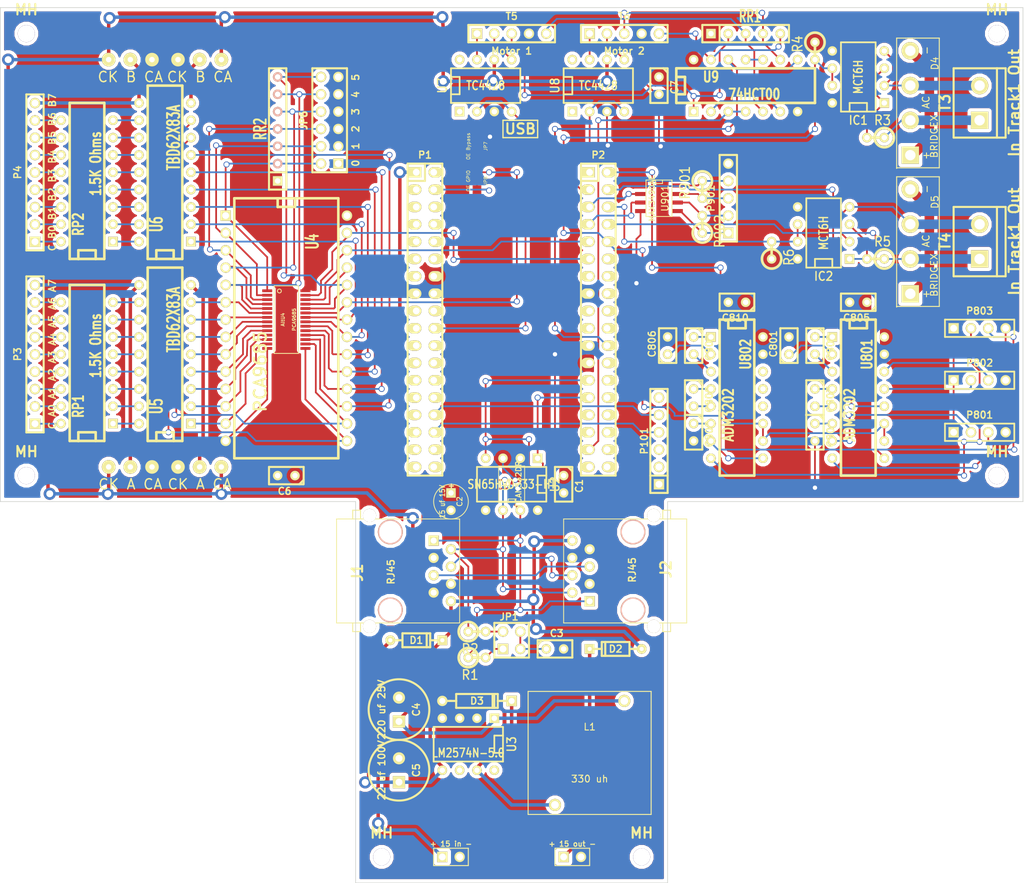
<source format=kicad_pcb>
(kicad_pcb (version 3) (host pcbnew "(22-Jun-2014 BZR 4027)-stable")
  (layers (15 F.Cu signal) (0 B.Cu signal) (18 B.Paste user) (19 F.Paste user) (20 B.SilkS user) (21 F.SilkS user) (22 B.Mask user) (23 F.Mask user) (28 Edge.Cuts user))
  (net 0 "")
  (net 1 +12V)
  (net 2 +5V)
  (net 3 "/ABS Daisy Chain/East (Points)")
  (net 4 "/ABS Daisy Chain/West Div. (Frog Reversed)")
  (net 5 "/ABS Daisy Chain/West Main (Frog Normal)")
  (net 6 "/ABS Slave/RX")
  (net 7 "/ABS Slave/TX")
  (net 8 "/CAN Transeiver/CANH")
  (net 9 "/CAN Transeiver/CANL")
  (net 10 "/CAN Transeiver/CAN_RX")
  (net 11 "/CAN Transeiver/CAN_TX")
  (net 12 "/Occupancy Detector 1/OD1")
  (net 13 "/Occupany Detector 2/OD2")
  (net 14 "/PCA9685 Driver/OE")
  (net 15 "/PCA9685 Driver/SCL")
  (net 16 "/PCA9685 Driver/SDA")
  (net 17 "/Turnouts And Points/Motor 1")
  (net 18 "/Turnouts And Points/Motor 2")
  (net 19 "/Turnouts And Points/Motor1A")
  (net 20 "/Turnouts And Points/Motor1B")
  (net 21 "/Turnouts And Points/Motor2A")
  (net 22 "/Turnouts And Points/Motor2B")
  (net 23 "/Turnouts And Points/Points1A")
  (net 24 "/Turnouts And Points/Points1B")
  (net 25 "/Turnouts And Points/Points2A")
  (net 26 "/Turnouts And Points/Points2B")
  (net 27 "/Turnouts And Points/Sense 1")
  (net 28 "/Turnouts And Points/Sense 2")
  (net 29 3V3)
  (net 30 GND)
  (net 31 N-000001)
  (net 32 N-00000100)
  (net 33 N-00000101)
  (net 34 N-00000102)
  (net 35 N-00000103)
  (net 36 N-00000104)
  (net 37 N-00000105)
  (net 38 N-00000106)
  (net 39 N-00000107)
  (net 40 N-00000108)
  (net 41 N-00000109)
  (net 42 N-00000110)
  (net 43 N-00000111)
  (net 44 N-00000112)
  (net 45 N-00000113)
  (net 46 N-00000114)
  (net 47 N-00000115)
  (net 48 N-00000116)
  (net 49 N-00000117)
  (net 50 N-00000118)
  (net 51 N-00000119)
  (net 52 N-00000120)
  (net 53 N-00000121)
  (net 54 N-00000122)
  (net 55 N-00000123)
  (net 56 N-00000124)
  (net 57 N-00000125)
  (net 58 N-00000126)
  (net 59 N-00000127)
  (net 60 N-00000128)
  (net 61 N-00000129)
  (net 62 N-00000130)
  (net 63 N-00000131)
  (net 64 N-00000132)
  (net 65 N-00000133)
  (net 66 N-00000134)
  (net 67 N-00000147)
  (net 68 N-00000151)
  (net 69 N-00000152)
  (net 70 N-00000153)
  (net 71 N-00000154)
  (net 72 N-00000158)
  (net 73 N-00000162)
  (net 74 N-00000168)
  (net 75 N-00000171)
  (net 76 N-00000172)
  (net 77 N-00000173)
  (net 78 N-00000174)
  (net 79 N-00000175)
  (net 80 N-00000176)
  (net 81 N-00000177)
  (net 82 N-00000178)
  (net 83 N-00000179)
  (net 84 N-00000180)
  (net 85 N-00000182)
  (net 86 N-00000183)
  (net 87 N-00000193)
  (net 88 N-00000194)
  (net 89 N-00000195)
  (net 90 N-00000196)
  (net 91 N-00000197)
  (net 92 N-00000198)
  (net 93 N-00000199)
  (net 94 N-00000200)
  (net 95 N-00000201)
  (net 96 N-00000202)
  (net 97 N-00000203)
  (net 98 N-00000204)
  (net 99 N-00000205)
  (net 100 N-00000206)
  (net 101 N-00000207)
  (net 102 N-00000208)
  (net 103 N-00000209)
  (net 104 N-00000210)
  (net 105 N-00000214)
  (net 106 N-00000215)
  (net 107 N-00000216)
  (net 108 N-00000217)
  (net 109 N-000007)
  (net 110 N-0000072)
  (net 111 N-0000073)
  (net 112 N-0000075)
  (net 113 N-0000076)
  (net 114 N-0000081)
  (net 115 N-0000082)
  (net 116 N-0000083)
  (net 117 N-0000084)
  (net 118 N-0000085)
  (net 119 N-0000086)
  (net 120 N-0000087)
  (net 121 N-0000088)
  (net 122 N-0000089)
  (net 123 N-0000090)
  (net 124 N-0000091)
  (net 125 N-0000092)
  (net 126 N-0000093)
  (net 127 N-0000094)
  (net 128 N-0000095)
  (net 129 N-0000096)
  (net 130 N-0000097)
  (net 131 N-0000098)
  (net 132 N-0000099)
  (module pin_socket_18x2 (layer F.Cu) (at 128.27 102.87 270)
    (fp_text reference P1 (at -24.13 0 360) (layer F.SilkS) (effects (font (size 1.016 1.016) (thickness 0.2032))))
    (fp_text value POCKETBEAGLE-P1 hide)
    (pad 1 thru_hole rect (at -21.59 1.27 270) (size 1.524 1.99898) (drill 1.00076 (offset 0 0.24892)) (layers *.Cu *.Mask F.SilkS) (net 2 +5V))
    (pad 2 thru_hole oval (at -21.59 -1.27 270) (size 1.524 1.99898) (drill 1.00076 (offset 0 -0.24892)) (layers *.Cu *.Mask F.SilkS))
    (pad 3 thru_hole oval (at -19.05 1.27 270) (size 1.524 1.99898) (drill 1.00076 (offset 0 0.24892)) (layers *.Cu *.Mask F.SilkS))
    (pad 4 thru_hole oval (at -19.05 -1.27 270) (size 1.524 1.99898) (drill 1.00076 (offset 0 -0.24892)) (layers *.Cu *.Mask F.SilkS) (net 14 "/PCA9685 Driver/OE"))
    (pad 5 thru_hole oval (at -16.51 1.27 270) (size 1.524 1.99898) (drill 1.00076 (offset 0 0.24892)) (layers *.Cu *.Mask F.SilkS))
    (pad 6 thru_hole oval (at -16.51 -1.27 270) (size 1.524 1.99898) (drill 1.00076 (offset 0 -0.24892)) (layers *.Cu *.Mask F.SilkS))
    (pad 7 thru_hole oval (at -13.97 1.27 270) (size 1.524 1.99898) (drill 1.00076 (offset 0 0.24892)) (layers *.Cu *.Mask F.SilkS))
    (pad 8 thru_hole oval (at -13.97 -1.27 270) (size 1.524 1.99898) (drill 1.00076 (offset 0 -0.24892)) (layers *.Cu *.Mask F.SilkS))
    (pad 9 thru_hole oval (at -11.43 1.27 270) (size 1.524 1.99898) (drill 1.00076 (offset 0 0.24892)) (layers *.Cu *.Mask F.SilkS))
    (pad 10 thru_hole oval (at -11.43 -1.27 270) (size 1.524 1.99898) (drill 1.00076 (offset 0 -0.24892)) (layers *.Cu *.Mask F.SilkS))
    (pad 11 thru_hole oval (at -8.89 1.27 270) (size 1.524 1.99898) (drill 1.00076 (offset 0 0.24892)) (layers *.Cu *.Mask F.SilkS))
    (pad 12 thru_hole oval (at -8.89 -1.27 270) (size 1.524 1.99898) (drill 1.00076 (offset 0 -0.24892)) (layers *.Cu *.Mask F.SilkS))
    (pad 13 thru_hole oval (at -6.35 1.27 270) (size 1.524 1.99898) (drill 1.00076 (offset 0 0.24892)) (layers *.Cu *.Mask F.SilkS))
    (pad 14 thru_hole oval (at -6.35 -1.27 270) (size 1.524 1.99898) (drill 1.00076 (offset 0 -0.24892)) (layers *.Cu *.Mask F.SilkS) (net 29 3V3))
    (pad 15 thru_hole oval (at -3.81 1.27 270) (size 1.524 1.99898) (drill 1.00076 (offset 0 0.24892)) (layers *.Cu *.Mask F.SilkS) (net 30 GND))
    (pad 16 thru_hole oval (at -3.81 -1.27 270) (size 1.524 1.99898) (drill 1.00076 (offset 0 -0.24892)) (layers *.Cu *.Mask F.SilkS) (net 30 GND))
    (pad 17 thru_hole oval (at -1.27 1.27 270) (size 1.524 1.99898) (drill 1.00076 (offset 0 0.24892)) (layers *.Cu *.Mask F.SilkS))
    (pad 18 thru_hole oval (at -1.27 -1.27 270) (size 1.524 1.99898) (drill 1.00076 (offset 0 -0.24892)) (layers *.Cu *.Mask F.SilkS))
    (pad 19 thru_hole oval (at 1.27 1.27 270) (size 1.524 1.99898) (drill 1.00076 (offset 0 0.24892)) (layers *.Cu *.Mask F.SilkS))
    (pad 20 thru_hole oval (at 1.27 -1.27 270) (size 1.524 1.99898) (drill 1.00076 (offset 0 -0.24892)) (layers *.Cu *.Mask F.SilkS) (net 17 "/Turnouts And Points/Motor 1"))
    (pad 21 thru_hole oval (at 3.81 1.27 270) (size 1.524 1.99898) (drill 1.00076 (offset 0 0.24892)) (layers *.Cu *.Mask F.SilkS))
    (pad 22 thru_hole oval (at 3.81 -1.27 270) (size 1.524 1.99898) (drill 1.00076 (offset 0 -0.24892)) (layers *.Cu *.Mask F.SilkS))
    (pad 23 thru_hole oval (at 6.35 1.27 270) (size 1.524 1.99898) (drill 1.00076 (offset 0 0.24892)) (layers *.Cu *.Mask F.SilkS))
    (pad 24 thru_hole oval (at 6.35 -1.27 270) (size 1.524 1.99898) (drill 1.00076 (offset 0 -0.24892)) (layers *.Cu *.Mask F.SilkS))
    (pad 25 thru_hole oval (at 8.89 1.27 270) (size 1.524 1.99898) (drill 1.00076 (offset 0 0.24892)) (layers *.Cu *.Mask F.SilkS))
    (pad 26 thru_hole oval (at 8.89 -1.27 270) (size 1.524 1.99898) (drill 1.00076 (offset 0 -0.24892)) (layers *.Cu *.Mask F.SilkS))
    (pad 27 thru_hole oval (at 11.43 1.27 270) (size 1.524 1.99898) (drill 1.00076 (offset 0 0.24892)) (layers *.Cu *.Mask F.SilkS))
    (pad 28 thru_hole oval (at 11.43 -1.27 270) (size 1.524 1.99898) (drill 1.00076 (offset 0 -0.24892)) (layers *.Cu *.Mask F.SilkS))
    (pad 29 thru_hole oval (at 13.97 1.27 270) (size 1.524 1.99898) (drill 1.00076 (offset 0 0.24892)) (layers *.Cu *.Mask F.SilkS))
    (pad 30 thru_hole oval (at 13.97 -1.27 270) (size 1.524 1.99898) (drill 1.00076 (offset 0 -0.24892)) (layers *.Cu *.Mask F.SilkS) (net 109 N-000007))
    (pad 31 thru_hole oval (at 16.51 1.27 270) (size 1.524 1.99898) (drill 1.00076 (offset 0 0.24892)) (layers *.Cu *.Mask F.SilkS))
    (pad 32 thru_hole oval (at 16.51 -1.27 270) (size 1.524 1.99898) (drill 1.00076 (offset 0 -0.24892)) (layers *.Cu *.Mask F.SilkS) (net 31 N-000001))
    (pad 33 thru_hole oval (at 19.05 1.27 270) (size 1.524 1.99898) (drill 1.00076 (offset 0 0.24892)) (layers *.Cu *.Mask F.SilkS))
    (pad 34 thru_hole oval (at 19.05 -1.27 270) (size 1.524 1.99898) (drill 1.00076 (offset 0 -0.24892)) (layers *.Cu *.Mask F.SilkS))
    (pad 35 thru_hole oval (at 21.59 1.27 270) (size 1.524 1.99898) (drill 1.00076 (offset 0 0.24892)) (layers *.Cu *.Mask F.SilkS))
    (pad 36 thru_hole oval (at 21.59 -1.27 270) (size 1.524 1.99898) (drill 1.00076 (offset 0 -0.24892)) (layers *.Cu *.Mask F.SilkS))
  )
  (module pin_socket_18x2 (layer F.Cu) (at 153.67 102.87 270)
    (fp_text reference P2 (at -24.13 0 360) (layer F.SilkS) (effects (font (size 1.016 1.016) (thickness 0.2032))))
    (fp_text value POCKETBEAGLE-P2 hide)
    (pad 1 thru_hole rect (at -21.59 1.27 270) (size 1.524 1.99898) (drill 1.00076 (offset 0 0.24892)) (layers *.Cu *.Mask F.SilkS))
    (pad 2 thru_hole oval (at -21.59 -1.27 270) (size 1.524 1.99898) (drill 1.00076 (offset 0 -0.24892)) (layers *.Cu *.Mask F.SilkS) (net 4 "/ABS Daisy Chain/West Div. (Frog Reversed)"))
    (pad 3 thru_hole oval (at -19.05 1.27 270) (size 1.524 1.99898) (drill 1.00076 (offset 0 0.24892)) (layers *.Cu *.Mask F.SilkS) (net 18 "/Turnouts And Points/Motor 2"))
    (pad 4 thru_hole oval (at -19.05 -1.27 270) (size 1.524 1.99898) (drill 1.00076 (offset 0 -0.24892)) (layers *.Cu *.Mask F.SilkS) (net 5 "/ABS Daisy Chain/West Main (Frog Normal)"))
    (pad 5 thru_hole oval (at -16.51 1.27 270) (size 1.524 1.99898) (drill 1.00076 (offset 0 0.24892)) (layers *.Cu *.Mask F.SilkS) (net 6 "/ABS Slave/RX"))
    (pad 6 thru_hole oval (at -16.51 -1.27 270) (size 1.524 1.99898) (drill 1.00076 (offset 0 -0.24892)) (layers *.Cu *.Mask F.SilkS) (net 13 "/Occupany Detector 2/OD2"))
    (pad 7 thru_hole oval (at -13.97 1.27 270) (size 1.524 1.99898) (drill 1.00076 (offset 0 0.24892)) (layers *.Cu *.Mask F.SilkS) (net 7 "/ABS Slave/TX"))
    (pad 8 thru_hole oval (at -13.97 -1.27 270) (size 1.524 1.99898) (drill 1.00076 (offset 0 -0.24892)) (layers *.Cu *.Mask F.SilkS) (net 3 "/ABS Daisy Chain/East (Points)"))
    (pad 9 thru_hole oval (at -11.43 1.27 270) (size 1.524 1.99898) (drill 1.00076 (offset 0 0.24892)) (layers *.Cu *.Mask F.SilkS) (net 15 "/PCA9685 Driver/SCL"))
    (pad 10 thru_hole oval (at -11.43 -1.27 270) (size 1.524 1.99898) (drill 1.00076 (offset 0 -0.24892)) (layers *.Cu *.Mask F.SilkS) (net 12 "/Occupancy Detector 1/OD1"))
    (pad 11 thru_hole oval (at -8.89 1.27 270) (size 1.524 1.99898) (drill 1.00076 (offset 0 0.24892)) (layers *.Cu *.Mask F.SilkS) (net 16 "/PCA9685 Driver/SDA"))
    (pad 12 thru_hole oval (at -8.89 -1.27 270) (size 1.524 1.99898) (drill 1.00076 (offset 0 -0.24892)) (layers *.Cu *.Mask F.SilkS))
    (pad 13 thru_hole oval (at -6.35 1.27 270) (size 1.524 1.99898) (drill 1.00076 (offset 0 0.24892)) (layers *.Cu *.Mask F.SilkS))
    (pad 14 thru_hole oval (at -6.35 -1.27 270) (size 1.524 1.99898) (drill 1.00076 (offset 0 -0.24892)) (layers *.Cu *.Mask F.SilkS))
    (pad 15 thru_hole oval (at -3.81 1.27 270) (size 1.524 1.99898) (drill 1.00076 (offset 0 0.24892)) (layers *.Cu *.Mask F.SilkS) (net 30 GND))
    (pad 16 thru_hole oval (at -3.81 -1.27 270) (size 1.524 1.99898) (drill 1.00076 (offset 0 -0.24892)) (layers *.Cu *.Mask F.SilkS))
    (pad 17 thru_hole oval (at -1.27 1.27 270) (size 1.524 1.99898) (drill 1.00076 (offset 0 0.24892)) (layers *.Cu *.Mask F.SilkS))
    (pad 18 thru_hole oval (at -1.27 -1.27 270) (size 1.524 1.99898) (drill 1.00076 (offset 0 -0.24892)) (layers *.Cu *.Mask F.SilkS))
    (pad 19 thru_hole oval (at 1.27 1.27 270) (size 1.524 1.99898) (drill 1.00076 (offset 0 0.24892)) (layers *.Cu *.Mask F.SilkS))
    (pad 20 thru_hole oval (at 1.27 -1.27 270) (size 1.524 1.99898) (drill 1.00076 (offset 0 -0.24892)) (layers *.Cu *.Mask F.SilkS))
    (pad 21 thru_hole oval (at 3.81 1.27 270) (size 1.524 1.99898) (drill 1.00076 (offset 0 0.24892)) (layers *.Cu *.Mask F.SilkS) (net 30 GND))
    (pad 22 thru_hole oval (at 3.81 -1.27 270) (size 1.524 1.99898) (drill 1.00076 (offset 0 -0.24892)) (layers *.Cu *.Mask F.SilkS) (net 28 "/Turnouts And Points/Sense 2"))
    (pad 23 thru_hole oval (at 6.35 1.27 270) (size 1.524 1.99898) (drill 1.00076 (offset 0 0.24892)) (layers *.Cu *.Mask F.SilkS) (net 29 3V3))
    (pad 24 thru_hole oval (at 6.35 -1.27 270) (size 1.524 1.99898) (drill 1.00076 (offset 0 -0.24892)) (layers *.Cu *.Mask F.SilkS))
    (pad 25 thru_hole oval (at 8.89 1.27 270) (size 1.524 1.99898) (drill 1.00076 (offset 0 0.24892)) (layers *.Cu *.Mask F.SilkS) (net 10 "/CAN Transeiver/CAN_RX"))
    (pad 26 thru_hole oval (at 8.89 -1.27 270) (size 1.524 1.99898) (drill 1.00076 (offset 0 -0.24892)) (layers *.Cu *.Mask F.SilkS))
    (pad 27 thru_hole oval (at 11.43 1.27 270) (size 1.524 1.99898) (drill 1.00076 (offset 0 0.24892)) (layers *.Cu *.Mask F.SilkS) (net 11 "/CAN Transeiver/CAN_TX"))
    (pad 28 thru_hole oval (at 11.43 -1.27 270) (size 1.524 1.99898) (drill 1.00076 (offset 0 -0.24892)) (layers *.Cu *.Mask F.SilkS))
    (pad 29 thru_hole oval (at 13.97 1.27 270) (size 1.524 1.99898) (drill 1.00076 (offset 0 0.24892)) (layers *.Cu *.Mask F.SilkS))
    (pad 30 thru_hole oval (at 13.97 -1.27 270) (size 1.524 1.99898) (drill 1.00076 (offset 0 -0.24892)) (layers *.Cu *.Mask F.SilkS))
    (pad 31 thru_hole oval (at 16.51 1.27 270) (size 1.524 1.99898) (drill 1.00076 (offset 0 0.24892)) (layers *.Cu *.Mask F.SilkS))
    (pad 32 thru_hole oval (at 16.51 -1.27 270) (size 1.524 1.99898) (drill 1.00076 (offset 0 -0.24892)) (layers *.Cu *.Mask F.SilkS))
    (pad 33 thru_hole oval (at 19.05 1.27 270) (size 1.524 1.99898) (drill 1.00076 (offset 0 0.24892)) (layers *.Cu *.Mask F.SilkS) (net 27 "/Turnouts And Points/Sense 1"))
    (pad 34 thru_hole oval (at 19.05 -1.27 270) (size 1.524 1.99898) (drill 1.00076 (offset 0 -0.24892)) (layers *.Cu *.Mask F.SilkS))
    (pad 35 thru_hole oval (at 21.59 1.27 270) (size 1.524 1.99898) (drill 1.00076 (offset 0 0.24892)) (layers *.Cu *.Mask F.SilkS))
    (pad 36 thru_hole oval (at 21.59 -1.27 270) (size 1.524 1.99898) (drill 1.00076 (offset 0 -0.24892)) (layers *.Cu *.Mask F.SilkS))
  )
  (module tssop-28 (layer F.Cu) (at 107.95 102.87 270)
    (fp_text reference AltU4 (at 0 0.508 270) (layer F.SilkS) (effects (font (size 0.50038 0.50038) (thickness 0.09906))))
    (fp_text value PCA9685 (at 0 -1.143 270) (layer F.SilkS) (effects (font (size 0.50038 0.50038) (thickness 0.09906))))
    (pad 7 smd rect (at -0.32512 2.79908 270) (size 0.4191 1.47066) (layers F.Cu F.Paste F.Mask) (net 58 N-00000126))
    (pad 8 smd rect (at 0.32512 2.79908 270) (size 0.4191 1.47066) (layers F.Cu F.Paste F.Mask) (net 73 N-00000162))
    (pad 9 smd rect (at 0.97536 2.79908 270) (size 0.4191 1.47066) (layers F.Cu F.Paste F.Mask) (net 76 N-00000172))
    (pad 10 smd rect (at 1.6256 2.79908 270) (size 0.4191 1.47066) (layers F.Cu F.Paste F.Mask) (net 72 N-00000158))
    (pad 25 smd rect (at -2.26568 -2.794 270) (size 0.4191 1.47066) (layers F.Cu F.Paste F.Mask) (net 55 N-00000123))
    (pad 4 smd rect (at -2.27584 2.79908 270) (size 0.4191 1.47066) (layers F.Cu F.Paste F.Mask) (net 59 N-00000127))
    (pad 5 smd rect (at -1.6256 2.79908 270) (size 0.4191 1.47066) (layers F.Cu F.Paste F.Mask) (net 61 N-00000129))
    (pad 6 smd rect (at -0.97536 2.79908 270) (size 0.4191 1.47066) (layers F.Cu F.Paste F.Mask) (net 69 N-00000152))
    (pad 18 smd rect (at 2.27584 -2.79908 270) (size 0.4191 1.47066) (layers F.Cu F.Paste F.Mask) (net 126 N-0000093))
    (pad 19 smd rect (at 1.6256 -2.79908 270) (size 0.4191 1.47066) (layers F.Cu F.Paste F.Mask) (net 66 N-00000134))
    (pad 20 smd rect (at 0.97536 -2.79908 270) (size 0.4191 1.47066) (layers F.Cu F.Paste F.Mask) (net 70 N-00000153))
    (pad 21 smd rect (at 0.32512 -2.79908 270) (size 0.4191 1.47066) (layers F.Cu F.Paste F.Mask) (net 67 N-00000147))
    (pad 22 smd rect (at -0.32512 -2.79908 270) (size 0.4191 1.47066) (layers F.Cu F.Paste F.Mask) (net 75 N-00000171))
    (pad 23 smd rect (at -0.97536 -2.79908 270) (size 0.4191 1.47066) (layers F.Cu F.Paste F.Mask) (net 53 N-00000121))
    (pad 11 smd rect (at 2.27584 2.79908 270) (size 0.4191 1.47066) (layers F.Cu F.Paste F.Mask) (net 71 N-00000154))
    (pad 24 smd rect (at -1.6256 -2.794 270) (size 0.4191 1.47066) (layers F.Cu F.Paste F.Mask) (net 60 N-00000128))
    (pad 3 smd rect (at -2.92608 2.79908 270) (size 0.4191 1.47066) (layers F.Cu F.Paste F.Mask) (net 62 N-00000130))
    (pad 12 smd rect (at 2.92608 2.79908 270) (size 0.4191 1.47066) (layers F.Cu F.Paste F.Mask) (net 74 N-00000168))
    (pad 17 smd rect (at 2.92608 -2.79908 270) (size 0.4191 1.47066) (layers F.Cu F.Paste F.Mask) (net 65 N-00000133))
    (pad 26 smd rect (at -2.92608 -2.79908 270) (size 0.4191 1.47066) (layers F.Cu F.Paste F.Mask) (net 15 "/PCA9685 Driver/SCL"))
    (pad 2 smd rect (at -3.57378 2.79908 270) (size 0.4191 1.47066) (layers F.Cu F.Paste F.Mask) (net 57 N-00000125))
    (pad 13 smd rect (at 3.57378 2.79908 270) (size 0.4191 1.47066) (layers F.Cu F.Paste F.Mask) (net 68 N-00000151))
    (pad 16 smd rect (at 3.57378 -2.79908 270) (size 0.4191 1.47066) (layers F.Cu F.Paste F.Mask) (net 64 N-00000132))
    (pad 27 smd rect (at -3.57378 -2.79908 270) (size 0.4191 1.47066) (layers F.Cu F.Paste F.Mask) (net 16 "/PCA9685 Driver/SDA"))
    (pad 1 smd rect (at -4.22402 2.79908 270) (size 0.4191 1.47066) (layers F.Cu F.Paste F.Mask) (net 56 N-00000124))
    (pad 14 smd rect (at 4.22402 2.79908 270) (size 0.4191 1.47066) (layers F.Cu F.Paste F.Mask) (net 30 GND))
    (pad 15 smd rect (at 4.22402 -2.79908 270) (size 0.4191 1.47066) (layers F.Cu F.Paste F.Mask) (net 63 N-00000131))
    (pad 28 smd rect (at -4.22402 -2.79908 270) (size 0.4191 1.47066) (layers F.Cu F.Paste F.Mask) (net 29 3V3))
  )
  (module SOIC-8_N (layer F.Cu) (at 140.97 127 90)
    (fp_text reference U1 (at 0 -0.889 90) (layer F.SilkS))
    (fp_text value TCAN332DR (at 0 1.016 90) (layer F.SilkS) (effects (font (size 0.8 0.8))))
    (pad 8 smd rect (at -1.875 -2.7 90) (size 0.6 1.6) (layers F.Cu F.Paste F.Mask))
    (pad 1 smd rect (at -1.875 2.7 90) (size 0.6 1.6) (layers F.Cu F.Paste F.Mask) (net 11 "/CAN Transeiver/CAN_TX"))
    (pad 7 smd rect (at -0.625 -2.7 90) (size 0.6 1.6) (layers F.Cu F.Paste F.Mask) (net 8 "/CAN Transeiver/CANH"))
    (pad 6 smd rect (at 0.625 -2.7 90) (size 0.6 1.6) (layers F.Cu F.Paste F.Mask) (net 9 "/CAN Transeiver/CANL"))
    (pad 5 smd rect (at 1.875 -2.7 90) (size 0.6 1.6) (layers F.Cu F.Paste F.Mask))
    (pad 2 smd rect (at -0.625 2.7 90) (size 0.6 1.6) (layers F.Cu F.Paste F.Mask) (net 30 GND))
    (pad 3 smd rect (at 0.625 2.7 90) (size 0.6 1.6) (layers F.Cu F.Paste F.Mask) (net 29 3V3))
    (pad 4 smd rect (at 1.875 2.7 90) (size 0.6 1.6) (layers F.Cu F.Paste F.Mask) (net 10 "/CAN Transeiver/CAN_RX"))
  )
  (module SIL-5 (layer F.Cu) (at 176.53 60.96)
    (fp_text reference RR1 (at -0.635 -2.54) (layer F.SilkS) (effects (font (size 1.72974 1.08712) (thickness 0.3048))))
    (fp_text value "10K Ohms" hide)
    (pad 1 thru_hole rect (at -6.35 0) (size 1.397 1.397) (drill 0.8128) (layers *.Cu *.Mask F.SilkS) (net 29 3V3))
    (pad 2 thru_hole circle (at -3.81 0) (size 1.397 1.397) (drill 0.8128) (layers *.Cu *.Mask F.SilkS) (net 23 "/Turnouts And Points/Points1A"))
    (pad 3 thru_hole circle (at -1.27 0) (size 1.397 1.397) (drill 0.8128) (layers *.Cu *.Mask F.SilkS) (net 24 "/Turnouts And Points/Points1B"))
    (pad 4 thru_hole circle (at 1.27 0) (size 1.397 1.397) (drill 0.8128) (layers *.Cu *.Mask F.SilkS) (net 25 "/Turnouts And Points/Points2A"))
    (pad 5 thru_hole circle (at 3.81 0) (size 1.397 1.397) (drill 0.8128) (layers *.Cu *.Mask F.SilkS) (net 26 "/Turnouts And Points/Points2B"))
  )
  (module ScrewTerm_2.54-9 (layer F.Cu) (at 71.12 81.28 90)
    (fp_text reference P4 (at 0 -2.54 90) (layer F.SilkS) (effects (font (size 1.016 1.016) (thickness 0.2032))))
    (fp_text value "C B0 B1 B2 B3 B4 B5 B6 B7" (at 0 2.54 90) (layer F.SilkS) (effects (font (size 1.016 1.016) (thickness 0.2032))))
    (pad 1 thru_hole rect (at -10.18 0 90) (size 1.524 1.524) (drill 1.016) (layers *.Cu *.Mask F.SilkS) (net 46 N-00000114))
    (pad 2 thru_hole circle (at -7.64 0 90) (size 1.524 1.524) (drill 1.016) (layers *.Cu *.Mask F.SilkS) (net 38 N-00000106))
    (pad 3 thru_hole circle (at -5.1 0 90) (size 1.524 1.524) (drill 1.016) (layers *.Cu *.Mask F.SilkS) (net 47 N-00000115))
    (pad 4 thru_hole circle (at -2.56 0 90) (size 1.524 1.524) (drill 1.016) (layers *.Cu *.Mask F.SilkS) (net 48 N-00000116))
    (pad 5 thru_hole circle (at -0.02 0 90) (size 1.524 1.524) (drill 1.016) (layers *.Cu *.Mask F.SilkS) (net 49 N-00000117))
    (pad 6 thru_hole circle (at 2.52 0 90) (size 1.524 1.524) (drill 1.016) (layers *.Cu *.Mask F.SilkS) (net 50 N-00000118))
    (pad 7 thru_hole circle (at 5.06 0 90) (size 1.524 1.524) (drill 1.016) (layers *.Cu *.Mask F.SilkS) (net 51 N-00000119))
    (pad 8 thru_hole circle (at 7.6 0 90) (size 1.524 1.524) (drill 1.016) (layers *.Cu *.Mask F.SilkS) (net 52 N-00000120))
    (pad 9 thru_hole circle (at 10.14 0 90) (size 1.524 1.524) (drill 1.016) (layers *.Cu *.Mask F.SilkS) (net 33 N-00000101))
  )
  (module ScrewTerm_2.54-9 (layer F.Cu) (at 71.12 107.95 90)
    (fp_text reference P3 (at 0 -2.54 90) (layer F.SilkS) (effects (font (size 1.016 1.016) (thickness 0.2032))))
    (fp_text value "C A0 A1 A2 A3 A4 A5 A6 A7" (at 0 2.54 90) (layer F.SilkS) (effects (font (size 1.016 1.016) (thickness 0.2032))))
    (pad 1 thru_hole rect (at -10.18 0 90) (size 1.524 1.524) (drill 1.016) (layers *.Cu *.Mask F.SilkS) (net 39 N-00000107))
    (pad 2 thru_hole circle (at -7.64 0 90) (size 1.524 1.524) (drill 1.016) (layers *.Cu *.Mask F.SilkS) (net 40 N-00000108))
    (pad 3 thru_hole circle (at -5.1 0 90) (size 1.524 1.524) (drill 1.016) (layers *.Cu *.Mask F.SilkS) (net 41 N-00000109))
    (pad 4 thru_hole circle (at -2.56 0 90) (size 1.524 1.524) (drill 1.016) (layers *.Cu *.Mask F.SilkS) (net 42 N-00000110))
    (pad 5 thru_hole circle (at -0.02 0 90) (size 1.524 1.524) (drill 1.016) (layers *.Cu *.Mask F.SilkS) (net 54 N-00000122))
    (pad 6 thru_hole circle (at 2.52 0 90) (size 1.524 1.524) (drill 1.016) (layers *.Cu *.Mask F.SilkS) (net 43 N-00000111))
    (pad 7 thru_hole circle (at 5.06 0 90) (size 1.524 1.524) (drill 1.016) (layers *.Cu *.Mask F.SilkS) (net 44 N-00000112))
    (pad 8 thru_hole circle (at 7.6 0 90) (size 1.524 1.524) (drill 1.016) (layers *.Cu *.Mask F.SilkS) (net 45 N-00000113))
    (pad 9 thru_hole circle (at 10.14 0 90) (size 1.524 1.524) (drill 1.016) (layers *.Cu *.Mask F.SilkS) (net 32 N-00000100))
  )
  (module ScrewTerm_2.54-5 (layer F.Cu) (at 140.97 60.96)
    (fp_text reference T5 (at 0 -2.54) (layer F.SilkS) (effects (font (size 1.016 1.016) (thickness 0.2032))))
    (fp_text value "Motor 1" (at 0 2.54) (layer F.SilkS) (effects (font (size 1.016 1.016) (thickness 0.2032))))
    (pad 1 thru_hole rect (at -5.08 0) (size 1.524 1.524) (drill 1.016) (layers *.Cu *.Mask F.SilkS) (net 19 "/Turnouts And Points/Motor1A"))
    (pad 2 thru_hole circle (at -2.54 0) (size 1.524 1.524) (drill 1.016) (layers *.Cu *.Mask F.SilkS) (net 20 "/Turnouts And Points/Motor1B"))
    (pad 3 thru_hole circle (at 0 0) (size 1.524 1.524) (drill 1.016) (layers *.Cu *.Mask F.SilkS) (net 23 "/Turnouts And Points/Points1A"))
    (pad 4 thru_hole circle (at 2.54 0) (size 1.524 1.524) (drill 1.016) (layers *.Cu *.Mask F.SilkS) (net 30 GND))
    (pad 5 thru_hole circle (at 5.08 0) (size 1.524 1.524) (drill 1.016) (layers *.Cu *.Mask F.SilkS) (net 24 "/Turnouts And Points/Points1B"))
  )
  (module ScrewTerm_2.54-5 (layer F.Cu) (at 157.48 60.96)
    (fp_text reference T6 (at 0 -2.54) (layer F.SilkS) (effects (font (size 1.016 1.016) (thickness 0.2032))))
    (fp_text value "Motor 2" (at 0 2.54) (layer F.SilkS) (effects (font (size 1.016 1.016) (thickness 0.2032))))
    (pad 1 thru_hole rect (at -5.08 0) (size 1.524 1.524) (drill 1.016) (layers *.Cu *.Mask F.SilkS) (net 21 "/Turnouts And Points/Motor2A"))
    (pad 2 thru_hole circle (at -2.54 0) (size 1.524 1.524) (drill 1.016) (layers *.Cu *.Mask F.SilkS) (net 22 "/Turnouts And Points/Motor2B"))
    (pad 3 thru_hole circle (at 0 0) (size 1.524 1.524) (drill 1.016) (layers *.Cu *.Mask F.SilkS) (net 25 "/Turnouts And Points/Points2A"))
    (pad 4 thru_hole circle (at 2.54 0) (size 1.524 1.524) (drill 1.016) (layers *.Cu *.Mask F.SilkS) (net 30 GND))
    (pad 5 thru_hole circle (at 5.08 0) (size 1.524 1.524) (drill 1.016) (layers *.Cu *.Mask F.SilkS) (net 26 "/Turnouts And Points/Points2B"))
  )
  (module ScrewTerm2.54-2 (layer F.Cu) (at 149.86 181.61)
    (fp_text reference T2 hide)
    (fp_text value "+ 15 out -" (at 0 -1.905) (layer F.SilkS) (effects (font (size 0.762 0.762) (thickness 0.1524))))
    (pad 1 thru_hole rect (at -1.27 0 90) (size 1.524 1.524) (drill 1.016) (layers *.Cu *.Mask F.SilkS) (net 113 N-0000076))
    (pad 2 thru_hole circle (at 1.27 0 90) (size 1.524 1.524) (drill 1.016) (layers *.Cu *.Mask F.SilkS) (net 30 GND))
  )
  (module ScrewTerm2.54-2 (layer F.Cu) (at 132.08 181.61)
    (fp_text reference T1 hide)
    (fp_text value "+ 15 in -" (at 0 -1.905) (layer F.SilkS) (effects (font (size 0.762 0.762) (thickness 0.1524))))
    (pad 1 thru_hole rect (at -1.27 0 90) (size 1.524 1.524) (drill 1.016) (layers *.Cu *.Mask F.SilkS) (net 112 N-0000075))
    (pad 2 thru_hole circle (at 1.27 0 90) (size 1.524 1.524) (drill 1.016) (layers *.Cu *.Mask F.SilkS) (net 30 GND))
  )
  (module RJ45_8N-S (layer F.Cu) (at 158.75 139.7 90)
    (fp_text reference J2 (at 0.254 4.826 90) (layer F.SilkS) (effects (font (size 1.524 1.524) (thickness 0.3048))))
    (fp_text value RJ45 (at 0.14224 -0.1016 90) (layer F.SilkS) (effects (font (size 1.00076 1.00076) (thickness 0.2032))))
    (pad "" np_thru_hole circle (at 5.715 0 90) (size 3.64998 3.64998) (drill 3.2512) (layers *.Cu *.SilkS *.Mask))
    (pad "" np_thru_hole circle (at -5.715 0 90) (size 3.64998 3.64998) (drill 3.2512) (layers *.Cu *.SilkS *.Mask))
    (pad 1 thru_hole rect (at -4.445 -6.35 90) (size 1.50114 1.50114) (drill 0.89916) (layers *.Cu *.Mask F.SilkS) (net 8 "/CAN Transeiver/CANH"))
    (pad 2 thru_hole circle (at -3.175 -8.89 90) (size 1.50114 1.50114) (drill 0.89916) (layers *.Cu *.Mask F.SilkS) (net 9 "/CAN Transeiver/CANL"))
    (pad 3 thru_hole circle (at -1.905 -6.35 90) (size 1.50114 1.50114) (drill 0.89916) (layers *.Cu *.Mask F.SilkS) (net 30 GND))
    (pad 4 thru_hole circle (at -0.635 -8.89 90) (size 1.50114 1.50114) (drill 0.89916) (layers *.Cu *.Mask F.SilkS) (net 110 N-0000072))
    (pad 5 thru_hole circle (at 0.635 -6.35 90) (size 1.50114 1.50114) (drill 0.89916) (layers *.Cu *.Mask F.SilkS) (net 111 N-0000073))
    (pad 6 thru_hole circle (at 1.905 -8.89 90) (size 1.50114 1.50114) (drill 0.89916) (layers *.Cu *.Mask F.SilkS) (net 30 GND))
    (pad 7 thru_hole circle (at 3.175 -6.35 90) (size 1.50114 1.50114) (drill 0.89916) (layers *.Cu *.Mask F.SilkS) (net 30 GND))
    (pad 8 thru_hole circle (at 4.445 -8.89 90) (size 1.50114 1.50114) (drill 0.89916) (layers *.Cu *.Mask F.SilkS) (net 1 +12V))
    (pad "" thru_hole circle (at -8.128 3.048 90) (size 1.9304 1.9304) (drill 1.9304) (layers *.Cu *.Mask F.SilkS))
    (pad "" thru_hole circle (at 8.128 3.048 90) (size 1.9304 1.9304) (drill 1.9304) (layers *.Cu *.Mask F.SilkS))
  )
  (module RJ45_8N-S (layer F.Cu) (at 123.19 139.7 270)
    (fp_text reference J1 (at 0.254 4.826 270) (layer F.SilkS) (effects (font (size 1.524 1.524) (thickness 0.3048))))
    (fp_text value RJ45 (at 0.14224 -0.1016 270) (layer F.SilkS) (effects (font (size 1.00076 1.00076) (thickness 0.2032))))
    (pad "" np_thru_hole circle (at 5.715 0 270) (size 3.64998 3.64998) (drill 3.2512) (layers *.Cu *.SilkS *.Mask))
    (pad "" np_thru_hole circle (at -5.715 0 270) (size 3.64998 3.64998) (drill 3.2512) (layers *.Cu *.SilkS *.Mask))
    (pad 1 thru_hole rect (at -4.445 -6.35 270) (size 1.50114 1.50114) (drill 0.89916) (layers *.Cu *.Mask F.SilkS) (net 8 "/CAN Transeiver/CANH"))
    (pad 2 thru_hole circle (at -3.175 -8.89 270) (size 1.50114 1.50114) (drill 0.89916) (layers *.Cu *.Mask F.SilkS) (net 9 "/CAN Transeiver/CANL"))
    (pad 3 thru_hole circle (at -1.905 -6.35 270) (size 1.50114 1.50114) (drill 0.89916) (layers *.Cu *.Mask F.SilkS) (net 30 GND))
    (pad 4 thru_hole circle (at -0.635 -8.89 270) (size 1.50114 1.50114) (drill 0.89916) (layers *.Cu *.Mask F.SilkS) (net 110 N-0000072))
    (pad 5 thru_hole circle (at 0.635 -6.35 270) (size 1.50114 1.50114) (drill 0.89916) (layers *.Cu *.Mask F.SilkS) (net 111 N-0000073))
    (pad 6 thru_hole circle (at 1.905 -8.89 270) (size 1.50114 1.50114) (drill 0.89916) (layers *.Cu *.Mask F.SilkS) (net 30 GND))
    (pad 7 thru_hole circle (at 3.175 -6.35 270) (size 1.50114 1.50114) (drill 0.89916) (layers *.Cu *.Mask F.SilkS) (net 30 GND))
    (pad 8 thru_hole circle (at 4.445 -8.89 270) (size 1.50114 1.50114) (drill 0.89916) (layers *.Cu *.Mask F.SilkS) (net 1 +12V))
    (pad "" thru_hole circle (at -8.128 3.048 270) (size 1.9304 1.9304) (drill 1.9304) (layers *.Cu *.Mask F.SilkS))
    (pad "" thru_hole circle (at 8.128 3.048 270) (size 1.9304 1.9304) (drill 1.9304) (layers *.Cu *.Mask F.SilkS))
  )
  (module R1 (layer F.Cu) (at 179.07 92.71 90)
    (fp_text reference R6 (at -1.016 2.54 90) (layer F.SilkS) (effects (font (size 1.397 1.27) (thickness 0.2032))))
    (fp_text value "10K Ohms" hide)
    (pad 1 thru_hole circle (at -1.27 0 90) (size 1.397 1.397) (drill 0.8128) (layers *.Cu *.Mask F.SilkS) (net 29 3V3))
    (pad 2 thru_hole circle (at 1.27 0 90) (size 1.397 1.397) (drill 0.8128) (layers *.Cu *.Mask F.SilkS) (net 13 "/Occupany Detector 2/OD2"))
  )
  (module R1 (layer F.Cu) (at 194.31 76.2 180)
    (fp_text reference R3 (at -1.016 2.54 180) (layer F.SilkS) (effects (font (size 1.397 1.27) (thickness 0.2032))))
    (fp_text value "10 Ohms" hide)
    (pad 1 thru_hole circle (at -1.27 0 180) (size 1.397 1.397) (drill 0.8128) (layers *.Cu *.Mask F.SilkS) (net 79 N-00000175))
    (pad 2 thru_hole circle (at 1.27 0 180) (size 1.397 1.397) (drill 0.8128) (layers *.Cu *.Mask F.SilkS) (net 77 N-00000173))
  )
  (module R1 (layer F.Cu) (at 185.42 63.5 270)
    (fp_text reference R4 (at -1.016 2.54 270) (layer F.SilkS) (effects (font (size 1.397 1.27) (thickness 0.2032))))
    (fp_text value "10K Ohms" hide)
    (pad 1 thru_hole circle (at -1.27 0 270) (size 1.397 1.397) (drill 0.8128) (layers *.Cu *.Mask F.SilkS) (net 29 3V3))
    (pad 2 thru_hole circle (at 1.27 0 270) (size 1.397 1.397) (drill 0.8128) (layers *.Cu *.Mask F.SilkS) (net 12 "/Occupancy Detector 1/OD1"))
  )
  (module R1 (layer F.Cu) (at 135.89 148.59)
    (fp_text reference R2 (at -1.016 2.54) (layer F.SilkS) (effects (font (size 1.397 1.27) (thickness 0.2032))))
    (fp_text value "60 Ohms" hide)
    (pad 1 thru_hole circle (at -1.27 0) (size 1.397 1.397) (drill 0.8128) (layers *.Cu *.Mask F.SilkS) (net 9 "/CAN Transeiver/CANL"))
    (pad 2 thru_hole circle (at 1.27 0) (size 1.397 1.397) (drill 0.8128) (layers *.Cu *.Mask F.SilkS) (net 115 N-0000082))
  )
  (module R1 (layer F.Cu) (at 135.89 152.4)
    (fp_text reference R1 (at -1.016 2.54) (layer F.SilkS) (effects (font (size 1.397 1.27) (thickness 0.2032))))
    (fp_text value "60 Ohms" hide)
    (pad 1 thru_hole circle (at -1.27 0) (size 1.397 1.397) (drill 0.8128) (layers *.Cu *.Mask F.SilkS) (net 8 "/CAN Transeiver/CANH"))
    (pad 2 thru_hole circle (at 1.27 0) (size 1.397 1.397) (drill 0.8128) (layers *.Cu *.Mask F.SilkS) (net 114 N-0000081))
  )
  (module R1 (layer F.Cu) (at 194.31 93.98 180)
    (fp_text reference R5 (at -1.016 2.54 180) (layer F.SilkS) (effects (font (size 1.397 1.27) (thickness 0.2032))))
    (fp_text value "10 Ohms" hide)
    (pad 1 thru_hole circle (at -1.27 0 180) (size 1.397 1.397) (drill 0.8128) (layers *.Cu *.Mask F.SilkS) (net 83 N-00000179))
    (pad 2 thru_hole circle (at 1.27 0 180) (size 1.397 1.397) (drill 0.8128) (layers *.Cu *.Mask F.SilkS) (net 81 N-00000177))
  )
  (module pin_array_6x2 (layer F.Cu) (at 114.3 73.66 90)
    (fp_text reference JP6 (at 0 -3.81 90) (layer F.SilkS) (effects (font (size 1.016 1.016) (thickness 0.27432))))
    (fp_text value "0  1  2  3  4  5" (at 0 3.81 90) (layer F.SilkS) (effects (font (size 1.016 1.016) (thickness 0.2032))))
    (pad 1 thru_hole rect (at -6.35 1.27 90) (size 1.524 1.524) (drill 1.016) (layers *.Cu *.Mask F.SilkS) (net 30 GND))
    (pad 2 thru_hole circle (at -6.35 -1.27 90) (size 1.524 1.524) (drill 1.016) (layers *.Cu *.Mask F.SilkS) (net 56 N-00000124))
    (pad 3 thru_hole circle (at -3.81 1.27 90) (size 1.524 1.524) (drill 1.016) (layers *.Cu *.Mask F.SilkS) (net 30 GND))
    (pad 4 thru_hole circle (at -3.81 -1.27 90) (size 1.524 1.524) (drill 1.016) (layers *.Cu *.Mask F.SilkS) (net 57 N-00000125))
    (pad 5 thru_hole circle (at -1.27 1.27 90) (size 1.524 1.524) (drill 1.016) (layers *.Cu *.Mask F.SilkS) (net 30 GND))
    (pad 6 thru_hole circle (at -1.27 -1.27 90) (size 1.524 1.524) (drill 1.016) (layers *.Cu *.Mask F.SilkS) (net 62 N-00000130))
    (pad 7 thru_hole circle (at 1.27 1.27 90) (size 1.524 1.524) (drill 1.016) (layers *.Cu *.Mask F.SilkS) (net 30 GND))
    (pad 8 thru_hole circle (at 1.27 -1.27 90) (size 1.524 1.524) (drill 1.016) (layers *.Cu *.Mask F.SilkS) (net 59 N-00000127))
    (pad 9 thru_hole circle (at 3.81 1.27 90) (size 1.524 1.524) (drill 1.016) (layers *.Cu *.Mask F.SilkS) (net 30 GND))
    (pad 10 thru_hole circle (at 3.81 -1.27 90) (size 1.524 1.524) (drill 1.016) (layers *.Cu *.Mask F.SilkS) (net 61 N-00000129))
    (pad 11 thru_hole circle (at 6.35 1.27 90) (size 1.524 1.524) (drill 1.016) (layers *.Cu *.Mask F.SilkS) (net 30 GND))
    (pad 12 thru_hole circle (at 6.35 -1.27 90) (size 1.524 1.524) (drill 1.016) (layers *.Cu *.Mask F.SilkS) (net 60 N-00000128))
  )
  (module PIN_ARRAY_2X2 (layer F.Cu) (at 140.97 149.86)
    (fp_text reference JP1 (at -0.381 -3.429) (layer F.SilkS) (effects (font (size 1.016 1.016) (thickness 0.2032))))
    (fp_text value Termination hide)
    (pad 1 thru_hole rect (at -1.27 1.27) (size 1.524 1.524) (drill 1.016) (layers *.Cu *.Mask F.SilkS) (net 114 N-0000081))
    (pad 2 thru_hole circle (at -1.27 -1.27) (size 1.524 1.524) (drill 1.016) (layers *.Cu *.Mask F.SilkS) (net 115 N-0000082))
    (pad 3 thru_hole circle (at 1.27 1.27) (size 1.524 1.524) (drill 1.016) (layers *.Cu *.Mask F.SilkS) (net 116 N-0000083))
    (pad 4 thru_hole circle (at 1.27 -1.27) (size 1.524 1.524) (drill 1.016) (layers *.Cu *.Mask F.SilkS) (net 116 N-0000083))
  )
  (module PE-LowProfile (layer F.Cu) (at 152.4 166.37)
    (fp_text reference L1 (at 0 -3.81) (layer F.SilkS))
    (fp_text value "330 uh" (at 0 3.81) (layer F.SilkS))
    (pad 1 thru_hole circle (at 5.08 -7.62) (size 1.78 1.78) (drill 1.14) (layers *.Cu *.Mask F.SilkS) (net 2 +5V))
    (pad 2 thru_hole circle (at -5.08 7.62) (size 1.78 1.78) (drill 1.14) (layers *.Cu *.Mask F.SilkS) (net 117 N-0000084))
  )
  (module KBL (layer F.Cu) (at 199.39 71.12 90)
    (fp_text reference D4 (at 5.8 3.6 90) (layer F.SilkS))
    (fp_text value BRIDGEX (at -4.9 3.5 90) (layer F.SilkS))
    (fp_text user AC (at 0.1 2.3 90) (layer F.SilkS))
    (fp_text user - (at 7.7 2.4 90) (layer F.SilkS))
    (fp_text user + (at -7.7 2.3 90) (layer F.SilkS))
    (pad 1 thru_hole rect (at -7.65 0 90) (size 2.54 2.54) (drill 1.524) (layers *.Cu *.Mask F.SilkS) (net 80 N-00000176))
    (pad 2 thru_hole circle (at -2.55 0 90) (size 2.54 2.54) (drill 1.524) (layers *.Cu *.Mask F.SilkS) (net 79 N-00000175))
    (pad 3 thru_hole circle (at 2.55 0 90) (size 2.54 2.54) (drill 1.524) (layers *.Cu *.Mask F.SilkS) (net 78 N-00000174))
    (pad 4 thru_hole circle (at 7.65 0 90) (size 2.54 2.54) (drill 1.524) (layers *.Cu *.Mask F.SilkS) (net 80 N-00000176))
  )
  (module KBL (layer F.Cu) (at 199.39 91.44 90)
    (fp_text reference D5 (at 5.8 3.6 90) (layer F.SilkS))
    (fp_text value BRIDGEX (at -4.9 3.5 90) (layer F.SilkS))
    (fp_text user AC (at 0.1 2.3 90) (layer F.SilkS))
    (fp_text user - (at 7.7 2.4 90) (layer F.SilkS))
    (fp_text user + (at -7.7 2.3 90) (layer F.SilkS))
    (pad 1 thru_hole rect (at -7.65 0 90) (size 2.54 2.54) (drill 1.524) (layers *.Cu *.Mask F.SilkS) (net 84 N-00000180))
    (pad 2 thru_hole circle (at -2.55 0 90) (size 2.54 2.54) (drill 1.524) (layers *.Cu *.Mask F.SilkS) (net 83 N-00000179))
    (pad 3 thru_hole circle (at 2.55 0 90) (size 2.54 2.54) (drill 1.524) (layers *.Cu *.Mask F.SilkS) (net 82 N-00000178))
    (pad 4 thru_hole circle (at 7.65 0 90) (size 2.54 2.54) (drill 1.524) (layers *.Cu *.Mask F.SilkS) (net 84 N-00000180))
  )
  (module DO-41 (layer F.Cu) (at 135.89 158.75)
    (fp_text reference D3 (at 0 0) (layer F.SilkS) (effects (font (size 1.016 1.016) (thickness 0.2032))))
    (fp_text value SB160-E3/54 hide)
    (pad 2 thru_hole rect (at 5.08 0) (size 1.524 1.524) (drill 0.889) (layers *.Cu *.Mask F.SilkS) (net 117 N-0000084))
    (pad 1 thru_hole circle (at -5.08 0) (size 1.524 1.524) (drill 0.889) (layers *.Cu *.Mask F.SilkS) (net 30 GND))
  )
  (module DO-35 (layer F.Cu) (at 127 149.86)
    (fp_text reference D1 (at 0 0) (layer F.SilkS) (effects (font (size 1.016 1.016) (thickness 0.2032))))
    (fp_text value SB240E hide)
    (pad 2 thru_hole rect (at 3.81 0) (size 1.4224 1.4224) (drill 0.6096) (layers *.Cu *.Mask F.SilkS) (net 1 +12V))
    (pad 1 thru_hole circle (at -3.81 0) (size 1.4224 1.4224) (drill 0.6096) (layers *.Cu *.Mask F.SilkS) (net 112 N-0000075))
  )
  (module DO-35 (layer F.Cu) (at 156.21 151.13 180)
    (fp_text reference D2 (at 0 0 180) (layer F.SilkS) (effects (font (size 1.016 1.016) (thickness 0.2032))))
    (fp_text value SB240E hide)
    (pad 2 thru_hole rect (at 3.81 0 180) (size 1.4224 1.4224) (drill 0.6096) (layers *.Cu *.Mask F.SilkS) (net 113 N-0000076))
    (pad 1 thru_hole circle (at -3.81 0 180) (size 1.4224 1.4224) (drill 0.6096) (layers *.Cu *.Mask F.SilkS) (net 1 +12V))
  )
  (module DIP-8__300 (layer F.Cu) (at 191.77 67.31 90)
    (fp_text reference IC1 (at -6.35 0 180) (layer F.SilkS) (effects (font (size 1.27 1.143) (thickness 0.2032))))
    (fp_text value MCT6H (at 0 0 90) (layer F.SilkS) (effects (font (size 1.27 1.016) (thickness 0.2032))))
    (pad 1 thru_hole rect (at -3.81 3.81 90) (size 1.397 1.397) (drill 0.8128) (layers *.Cu *.Mask F.SilkS) (net 77 N-00000173))
    (pad 2 thru_hole circle (at -1.27 3.81 90) (size 1.397 1.397) (drill 0.8128) (layers *.Cu *.Mask F.SilkS) (net 78 N-00000174))
    (pad 3 thru_hole circle (at 1.27 3.81 90) (size 1.397 1.397) (drill 0.8128) (layers *.Cu *.Mask F.SilkS) (net 77 N-00000173))
    (pad 4 thru_hole circle (at 3.81 3.81 90) (size 1.397 1.397) (drill 0.8128) (layers *.Cu *.Mask F.SilkS) (net 78 N-00000174))
    (pad 5 thru_hole circle (at 3.81 -3.81 90) (size 1.397 1.397) (drill 0.8128) (layers *.Cu *.Mask F.SilkS) (net 30 GND))
    (pad 6 thru_hole circle (at 1.27 -3.81 90) (size 1.397 1.397) (drill 0.8128) (layers *.Cu *.Mask F.SilkS) (net 12 "/Occupancy Detector 1/OD1"))
    (pad 7 thru_hole circle (at -1.27 -3.81 90) (size 1.397 1.397) (drill 0.8128) (layers *.Cu *.Mask F.SilkS) (net 12 "/Occupancy Detector 1/OD1"))
    (pad 8 thru_hole circle (at -3.81 -3.81 90) (size 1.397 1.397) (drill 0.8128) (layers *.Cu *.Mask F.SilkS) (net 30 GND))
  )
  (module DIP-8__300 (layer F.Cu) (at 186.69 90.17 90)
    (fp_text reference IC2 (at -6.35 0 180) (layer F.SilkS) (effects (font (size 1.27 1.143) (thickness 0.2032))))
    (fp_text value MCT6H (at 0 0 90) (layer F.SilkS) (effects (font (size 1.27 1.016) (thickness 0.2032))))
    (pad 1 thru_hole rect (at -3.81 3.81 90) (size 1.397 1.397) (drill 0.8128) (layers *.Cu *.Mask F.SilkS) (net 81 N-00000177))
    (pad 2 thru_hole circle (at -1.27 3.81 90) (size 1.397 1.397) (drill 0.8128) (layers *.Cu *.Mask F.SilkS) (net 82 N-00000178))
    (pad 3 thru_hole circle (at 1.27 3.81 90) (size 1.397 1.397) (drill 0.8128) (layers *.Cu *.Mask F.SilkS) (net 81 N-00000177))
    (pad 4 thru_hole circle (at 3.81 3.81 90) (size 1.397 1.397) (drill 0.8128) (layers *.Cu *.Mask F.SilkS) (net 82 N-00000178))
    (pad 5 thru_hole circle (at 3.81 -3.81 90) (size 1.397 1.397) (drill 0.8128) (layers *.Cu *.Mask F.SilkS) (net 30 GND))
    (pad 6 thru_hole circle (at 1.27 -3.81 90) (size 1.397 1.397) (drill 0.8128) (layers *.Cu *.Mask F.SilkS) (net 13 "/Occupany Detector 2/OD2"))
    (pad 7 thru_hole circle (at -1.27 -3.81 90) (size 1.397 1.397) (drill 0.8128) (layers *.Cu *.Mask F.SilkS) (net 13 "/Occupany Detector 2/OD2"))
    (pad 8 thru_hole circle (at -3.81 -3.81 90) (size 1.397 1.397) (drill 0.8128) (layers *.Cu *.Mask F.SilkS) (net 30 GND))
  )
  (module DIP-8__300 (layer F.Cu) (at 137.16 68.58)
    (fp_text reference U7 (at -6.35 0 90) (layer F.SilkS) (effects (font (size 1.27 1.143) (thickness 0.2032))))
    (fp_text value TC4428 (at 0 0) (layer F.SilkS) (effects (font (size 1.27 1.016) (thickness 0.2032))))
    (pad 1 thru_hole rect (at -3.81 3.81) (size 1.397 1.397) (drill 0.8128) (layers *.Cu *.Mask F.SilkS))
    (pad 2 thru_hole circle (at -1.27 3.81) (size 1.397 1.397) (drill 0.8128) (layers *.Cu *.Mask F.SilkS) (net 17 "/Turnouts And Points/Motor 1"))
    (pad 3 thru_hole circle (at 1.27 3.81) (size 1.397 1.397) (drill 0.8128) (layers *.Cu *.Mask F.SilkS) (net 30 GND))
    (pad 4 thru_hole circle (at 3.81 3.81) (size 1.397 1.397) (drill 0.8128) (layers *.Cu *.Mask F.SilkS) (net 17 "/Turnouts And Points/Motor 1"))
    (pad 5 thru_hole circle (at 3.81 -3.81) (size 1.397 1.397) (drill 0.8128) (layers *.Cu *.Mask F.SilkS) (net 20 "/Turnouts And Points/Motor1B"))
    (pad 6 thru_hole circle (at 1.27 -3.81) (size 1.397 1.397) (drill 0.8128) (layers *.Cu *.Mask F.SilkS) (net 1 +12V))
    (pad 7 thru_hole circle (at -1.27 -3.81) (size 1.397 1.397) (drill 0.8128) (layers *.Cu *.Mask F.SilkS) (net 19 "/Turnouts And Points/Motor1A"))
    (pad 8 thru_hole circle (at -3.81 -3.81) (size 1.397 1.397) (drill 0.8128) (layers *.Cu *.Mask F.SilkS))
  )
  (module DIP-8__300 (layer F.Cu) (at 153.67 68.58)
    (fp_text reference U8 (at -6.35 0 90) (layer F.SilkS) (effects (font (size 1.27 1.143) (thickness 0.2032))))
    (fp_text value TC4428 (at 0 0) (layer F.SilkS) (effects (font (size 1.27 1.016) (thickness 0.2032))))
    (pad 1 thru_hole rect (at -3.81 3.81) (size 1.397 1.397) (drill 0.8128) (layers *.Cu *.Mask F.SilkS))
    (pad 2 thru_hole circle (at -1.27 3.81) (size 1.397 1.397) (drill 0.8128) (layers *.Cu *.Mask F.SilkS) (net 18 "/Turnouts And Points/Motor 2"))
    (pad 3 thru_hole circle (at 1.27 3.81) (size 1.397 1.397) (drill 0.8128) (layers *.Cu *.Mask F.SilkS) (net 30 GND))
    (pad 4 thru_hole circle (at 3.81 3.81) (size 1.397 1.397) (drill 0.8128) (layers *.Cu *.Mask F.SilkS) (net 18 "/Turnouts And Points/Motor 2"))
    (pad 5 thru_hole circle (at 3.81 -3.81) (size 1.397 1.397) (drill 0.8128) (layers *.Cu *.Mask F.SilkS) (net 22 "/Turnouts And Points/Motor2B"))
    (pad 6 thru_hole circle (at 1.27 -3.81) (size 1.397 1.397) (drill 0.8128) (layers *.Cu *.Mask F.SilkS) (net 1 +12V))
    (pad 7 thru_hole circle (at -1.27 -3.81) (size 1.397 1.397) (drill 0.8128) (layers *.Cu *.Mask F.SilkS) (net 21 "/Turnouts And Points/Motor2A"))
    (pad 8 thru_hole circle (at -3.81 -3.81) (size 1.397 1.397) (drill 0.8128) (layers *.Cu *.Mask F.SilkS))
  )
  (module DIP-8__300 (layer F.Cu) (at 134.62 165.1 180)
    (fp_text reference U3 (at -6.35 0 270) (layer F.SilkS) (effects (font (size 1.27 1.143) (thickness 0.2032))))
    (fp_text value LM2574N-5.0 (at 0 -1.27 180) (layer F.SilkS) (effects (font (size 1.27 1.016) (thickness 0.2032))))
    (pad 1 thru_hole rect (at -3.81 3.81 180) (size 1.397 1.397) (drill 0.8128) (layers *.Cu *.Mask F.SilkS) (net 2 +5V))
    (pad 2 thru_hole circle (at -1.27 3.81 180) (size 1.397 1.397) (drill 0.8128) (layers *.Cu *.Mask F.SilkS) (net 30 GND))
    (pad 3 thru_hole circle (at 1.27 3.81 180) (size 1.397 1.397) (drill 0.8128) (layers *.Cu *.Mask F.SilkS) (net 30 GND))
    (pad 4 thru_hole circle (at 3.81 3.81 180) (size 1.397 1.397) (drill 0.8128) (layers *.Cu *.Mask F.SilkS) (net 30 GND))
    (pad 5 thru_hole circle (at 3.81 -3.81 180) (size 1.397 1.397) (drill 0.8128) (layers *.Cu *.Mask F.SilkS) (net 1 +12V))
    (pad 6 thru_hole circle (at 1.27 -3.81 180) (size 1.397 1.397) (drill 0.8128) (layers *.Cu *.Mask F.SilkS))
    (pad 7 thru_hole circle (at -1.27 -3.81 180) (size 1.397 1.397) (drill 0.8128) (layers *.Cu *.Mask F.SilkS) (net 117 N-0000084))
    (pad 8 thru_hole circle (at -3.81 -3.81 180) (size 1.397 1.397) (drill 0.8128) (layers *.Cu *.Mask F.SilkS))
  )
  (module DIP-8__300 (layer F.Cu) (at 140.97 127 180)
    (fp_text reference U2 (at -6.35 0 270) (layer F.SilkS) (effects (font (size 1.27 1.143) (thickness 0.2032))))
    (fp_text value SN65HVD233-HT (at 0 0 180) (layer F.SilkS) (effects (font (size 1.27 1.016) (thickness 0.2032))))
    (pad 1 thru_hole rect (at -3.81 3.81 180) (size 1.397 1.397) (drill 0.8128) (layers *.Cu *.Mask F.SilkS) (net 11 "/CAN Transeiver/CAN_TX"))
    (pad 2 thru_hole circle (at -1.27 3.81 180) (size 1.397 1.397) (drill 0.8128) (layers *.Cu *.Mask F.SilkS) (net 30 GND))
    (pad 3 thru_hole circle (at 1.27 3.81 180) (size 1.397 1.397) (drill 0.8128) (layers *.Cu *.Mask F.SilkS) (net 29 3V3))
    (pad 4 thru_hole circle (at 3.81 3.81 180) (size 1.397 1.397) (drill 0.8128) (layers *.Cu *.Mask F.SilkS) (net 10 "/CAN Transeiver/CAN_RX"))
    (pad 5 thru_hole circle (at 3.81 -3.81 180) (size 1.397 1.397) (drill 0.8128) (layers *.Cu *.Mask F.SilkS) (net 30 GND))
    (pad 6 thru_hole circle (at 1.27 -3.81 180) (size 1.397 1.397) (drill 0.8128) (layers *.Cu *.Mask F.SilkS) (net 9 "/CAN Transeiver/CANL"))
    (pad 7 thru_hole circle (at -1.27 -3.81 180) (size 1.397 1.397) (drill 0.8128) (layers *.Cu *.Mask F.SilkS) (net 8 "/CAN Transeiver/CANH"))
    (pad 8 thru_hole circle (at -3.81 -3.81 180) (size 1.397 1.397) (drill 0.8128) (layers *.Cu *.Mask F.SilkS) (net 30 GND))
  )
  (module DIP-18__300 (layer F.Cu) (at 90.17 81.28 90)
    (fp_text reference U6 (at -7.62 -1.27 90) (layer F.SilkS) (effects (font (size 1.778 1.143) (thickness 0.3048))))
    (fp_text value TBD62X83A (at 5.08 1.27 90) (layer F.SilkS) (effects (font (size 1.778 1.143) (thickness 0.3048))))
    (pad 1 thru_hole rect (at -10.16 3.81 90) (size 1.397 1.397) (drill 0.8128) (layers *.Cu *.Mask F.SilkS) (net 75 N-00000171))
    (pad 2 thru_hole circle (at -7.62 3.81 90) (size 1.397 1.397) (drill 0.8128) (layers *.Cu *.Mask F.SilkS) (net 67 N-00000147))
    (pad 3 thru_hole circle (at -5.08 3.81 90) (size 1.397 1.397) (drill 0.8128) (layers *.Cu *.Mask F.SilkS) (net 70 N-00000153))
    (pad 4 thru_hole circle (at -2.54 3.81 90) (size 1.397 1.397) (drill 0.8128) (layers *.Cu *.Mask F.SilkS) (net 66 N-00000134))
    (pad 5 thru_hole circle (at 0 3.81 90) (size 1.397 1.397) (drill 0.8128) (layers *.Cu *.Mask F.SilkS) (net 126 N-0000093))
    (pad 6 thru_hole circle (at 2.54 3.81 90) (size 1.397 1.397) (drill 0.8128) (layers *.Cu *.Mask F.SilkS) (net 65 N-00000133))
    (pad 7 thru_hole circle (at 5.08 3.81 90) (size 1.397 1.397) (drill 0.8128) (layers *.Cu *.Mask F.SilkS) (net 64 N-00000132))
    (pad 8 thru_hole circle (at 7.62 3.81 90) (size 1.397 1.397) (drill 0.8128) (layers *.Cu *.Mask F.SilkS) (net 63 N-00000131))
    (pad 9 thru_hole circle (at 10.16 3.81 90) (size 1.397 1.397) (drill 0.8128) (layers *.Cu *.Mask F.SilkS) (net 131 N-0000098))
    (pad 10 thru_hole circle (at 10.16 -3.81 90) (size 1.397 1.397) (drill 0.8128) (layers *.Cu *.Mask F.SilkS) (net 33 N-00000101))
    (pad 11 thru_hole circle (at 7.62 -3.81 90) (size 1.397 1.397) (drill 0.8128) (layers *.Cu *.Mask F.SilkS) (net 127 N-0000094))
    (pad 12 thru_hole circle (at 5.08 -3.81 90) (size 1.397 1.397) (drill 0.8128) (layers *.Cu *.Mask F.SilkS) (net 130 N-0000097))
    (pad 13 thru_hole circle (at 2.54 -3.81 90) (size 1.397 1.397) (drill 0.8128) (layers *.Cu *.Mask F.SilkS) (net 129 N-0000096))
    (pad 14 thru_hole circle (at 0 -3.81 90) (size 1.397 1.397) (drill 0.8128) (layers *.Cu *.Mask F.SilkS) (net 128 N-0000095))
    (pad 15 thru_hole circle (at -2.54 -3.81 90) (size 1.397 1.397) (drill 0.8128) (layers *.Cu *.Mask F.SilkS) (net 122 N-0000089))
    (pad 16 thru_hole circle (at -5.08 -3.81 90) (size 1.397 1.397) (drill 0.8128) (layers *.Cu *.Mask F.SilkS) (net 121 N-0000088))
    (pad 17 thru_hole circle (at -7.62 -3.81 90) (size 1.397 1.397) (drill 0.8128) (layers *.Cu *.Mask F.SilkS) (net 120 N-0000087))
    (pad 18 thru_hole circle (at -10.16 -3.81 90) (size 1.397 1.397) (drill 0.8128) (layers *.Cu *.Mask F.SilkS) (net 119 N-0000086))
  )
  (module DIP-18__300 (layer F.Cu) (at 90.17 107.95 90)
    (fp_text reference U5 (at -7.62 -1.27 90) (layer F.SilkS) (effects (font (size 1.778 1.143) (thickness 0.3048))))
    (fp_text value TBD62X83A (at 5.08 1.27 90) (layer F.SilkS) (effects (font (size 1.778 1.143) (thickness 0.3048))))
    (pad 1 thru_hole rect (at -10.16 3.81 90) (size 1.397 1.397) (drill 0.8128) (layers *.Cu *.Mask F.SilkS) (net 68 N-00000151))
    (pad 2 thru_hole circle (at -7.62 3.81 90) (size 1.397 1.397) (drill 0.8128) (layers *.Cu *.Mask F.SilkS) (net 74 N-00000168))
    (pad 3 thru_hole circle (at -5.08 3.81 90) (size 1.397 1.397) (drill 0.8128) (layers *.Cu *.Mask F.SilkS) (net 71 N-00000154))
    (pad 4 thru_hole circle (at -2.54 3.81 90) (size 1.397 1.397) (drill 0.8128) (layers *.Cu *.Mask F.SilkS) (net 72 N-00000158))
    (pad 5 thru_hole circle (at 0 3.81 90) (size 1.397 1.397) (drill 0.8128) (layers *.Cu *.Mask F.SilkS) (net 76 N-00000172))
    (pad 6 thru_hole circle (at 2.54 3.81 90) (size 1.397 1.397) (drill 0.8128) (layers *.Cu *.Mask F.SilkS) (net 73 N-00000162))
    (pad 7 thru_hole circle (at 5.08 3.81 90) (size 1.397 1.397) (drill 0.8128) (layers *.Cu *.Mask F.SilkS) (net 58 N-00000126))
    (pad 8 thru_hole circle (at 7.62 3.81 90) (size 1.397 1.397) (drill 0.8128) (layers *.Cu *.Mask F.SilkS) (net 69 N-00000152))
    (pad 9 thru_hole circle (at 10.16 3.81 90) (size 1.397 1.397) (drill 0.8128) (layers *.Cu *.Mask F.SilkS) (net 132 N-0000099))
    (pad 10 thru_hole circle (at 10.16 -3.81 90) (size 1.397 1.397) (drill 0.8128) (layers *.Cu *.Mask F.SilkS) (net 32 N-00000100))
    (pad 11 thru_hole circle (at 7.62 -3.81 90) (size 1.397 1.397) (drill 0.8128) (layers *.Cu *.Mask F.SilkS) (net 118 N-0000085))
    (pad 12 thru_hole circle (at 5.08 -3.81 90) (size 1.397 1.397) (drill 0.8128) (layers *.Cu *.Mask F.SilkS) (net 125 N-0000092))
    (pad 13 thru_hole circle (at 2.54 -3.81 90) (size 1.397 1.397) (drill 0.8128) (layers *.Cu *.Mask F.SilkS) (net 124 N-0000091))
    (pad 14 thru_hole circle (at 0 -3.81 90) (size 1.397 1.397) (drill 0.8128) (layers *.Cu *.Mask F.SilkS) (net 123 N-0000090))
    (pad 15 thru_hole circle (at -2.54 -3.81 90) (size 1.397 1.397) (drill 0.8128) (layers *.Cu *.Mask F.SilkS) (net 37 N-00000105))
    (pad 16 thru_hole circle (at -5.08 -3.81 90) (size 1.397 1.397) (drill 0.8128) (layers *.Cu *.Mask F.SilkS) (net 34 N-00000102))
    (pad 17 thru_hole circle (at -7.62 -3.81 90) (size 1.397 1.397) (drill 0.8128) (layers *.Cu *.Mask F.SilkS) (net 36 N-00000104))
    (pad 18 thru_hole circle (at -10.16 -3.81 90) (size 1.397 1.397) (drill 0.8128) (layers *.Cu *.Mask F.SilkS) (net 35 N-00000103))
  )
  (module DIP-16__300 (layer F.Cu) (at 78.74 82.55 90)
    (fp_text reference RP2 (at -6.35 -1.27 90) (layer F.SilkS) (effects (font (size 1.524 1.143) (thickness 0.3048))))
    (fp_text value "1.5K Ohms" (at 2.54 1.27 90) (layer F.SilkS) (effects (font (size 1.524 1.143) (thickness 0.3048))))
    (pad 1 thru_hole rect (at -8.89 3.81 90) (size 1.397 1.397) (drill 0.8128) (layers *.Cu *.Mask F.SilkS) (net 119 N-0000086))
    (pad 2 thru_hole circle (at -6.35 3.81 90) (size 1.397 1.397) (drill 0.8128) (layers *.Cu *.Mask F.SilkS) (net 120 N-0000087))
    (pad 3 thru_hole circle (at -3.81 3.81 90) (size 1.397 1.397) (drill 0.8128) (layers *.Cu *.Mask F.SilkS) (net 121 N-0000088))
    (pad 4 thru_hole circle (at -1.27 3.81 90) (size 1.397 1.397) (drill 0.8128) (layers *.Cu *.Mask F.SilkS) (net 122 N-0000089))
    (pad 5 thru_hole circle (at 1.27 3.81 90) (size 1.397 1.397) (drill 0.8128) (layers *.Cu *.Mask F.SilkS) (net 128 N-0000095))
    (pad 6 thru_hole circle (at 3.81 3.81 90) (size 1.397 1.397) (drill 0.8128) (layers *.Cu *.Mask F.SilkS) (net 129 N-0000096))
    (pad 7 thru_hole circle (at 6.35 3.81 90) (size 1.397 1.397) (drill 0.8128) (layers *.Cu *.Mask F.SilkS) (net 130 N-0000097))
    (pad 8 thru_hole circle (at 8.89 3.81 90) (size 1.397 1.397) (drill 0.8128) (layers *.Cu *.Mask F.SilkS) (net 127 N-0000094))
    (pad 9 thru_hole circle (at 8.89 -3.81 90) (size 1.397 1.397) (drill 0.8128) (layers *.Cu *.Mask F.SilkS) (net 52 N-00000120))
    (pad 10 thru_hole circle (at 6.35 -3.81 90) (size 1.397 1.397) (drill 0.8128) (layers *.Cu *.Mask F.SilkS) (net 51 N-00000119))
    (pad 11 thru_hole circle (at 3.81 -3.81 90) (size 1.397 1.397) (drill 0.8128) (layers *.Cu *.Mask F.SilkS) (net 50 N-00000118))
    (pad 12 thru_hole circle (at 1.27 -3.81 90) (size 1.397 1.397) (drill 0.8128) (layers *.Cu *.Mask F.SilkS) (net 49 N-00000117))
    (pad 13 thru_hole circle (at -1.27 -3.81 90) (size 1.397 1.397) (drill 0.8128) (layers *.Cu *.Mask F.SilkS) (net 48 N-00000116))
    (pad 14 thru_hole circle (at -3.81 -3.81 90) (size 1.397 1.397) (drill 0.8128) (layers *.Cu *.Mask F.SilkS) (net 47 N-00000115))
    (pad 15 thru_hole circle (at -6.35 -3.81 90) (size 1.397 1.397) (drill 0.8128) (layers *.Cu *.Mask F.SilkS) (net 38 N-00000106))
    (pad 16 thru_hole circle (at -8.89 -3.81 90) (size 1.397 1.397) (drill 0.8128) (layers *.Cu *.Mask F.SilkS) (net 46 N-00000114))
  )
  (module DIP-16__300 (layer F.Cu) (at 78.74 109.22 90)
    (fp_text reference RP1 (at -6.35 -1.27 90) (layer F.SilkS) (effects (font (size 1.524 1.143) (thickness 0.3048))))
    (fp_text value "1.5K Ohms" (at 2.54 1.27 90) (layer F.SilkS) (effects (font (size 1.524 1.143) (thickness 0.3048))))
    (pad 1 thru_hole rect (at -8.89 3.81 90) (size 1.397 1.397) (drill 0.8128) (layers *.Cu *.Mask F.SilkS) (net 35 N-00000103))
    (pad 2 thru_hole circle (at -6.35 3.81 90) (size 1.397 1.397) (drill 0.8128) (layers *.Cu *.Mask F.SilkS) (net 36 N-00000104))
    (pad 3 thru_hole circle (at -3.81 3.81 90) (size 1.397 1.397) (drill 0.8128) (layers *.Cu *.Mask F.SilkS) (net 34 N-00000102))
    (pad 4 thru_hole circle (at -1.27 3.81 90) (size 1.397 1.397) (drill 0.8128) (layers *.Cu *.Mask F.SilkS) (net 37 N-00000105))
    (pad 5 thru_hole circle (at 1.27 3.81 90) (size 1.397 1.397) (drill 0.8128) (layers *.Cu *.Mask F.SilkS) (net 123 N-0000090))
    (pad 6 thru_hole circle (at 3.81 3.81 90) (size 1.397 1.397) (drill 0.8128) (layers *.Cu *.Mask F.SilkS) (net 124 N-0000091))
    (pad 7 thru_hole circle (at 6.35 3.81 90) (size 1.397 1.397) (drill 0.8128) (layers *.Cu *.Mask F.SilkS) (net 125 N-0000092))
    (pad 8 thru_hole circle (at 8.89 3.81 90) (size 1.397 1.397) (drill 0.8128) (layers *.Cu *.Mask F.SilkS) (net 118 N-0000085))
    (pad 9 thru_hole circle (at 8.89 -3.81 90) (size 1.397 1.397) (drill 0.8128) (layers *.Cu *.Mask F.SilkS) (net 45 N-00000113))
    (pad 10 thru_hole circle (at 6.35 -3.81 90) (size 1.397 1.397) (drill 0.8128) (layers *.Cu *.Mask F.SilkS) (net 44 N-00000112))
    (pad 11 thru_hole circle (at 3.81 -3.81 90) (size 1.397 1.397) (drill 0.8128) (layers *.Cu *.Mask F.SilkS) (net 43 N-00000111))
    (pad 12 thru_hole circle (at 1.27 -3.81 90) (size 1.397 1.397) (drill 0.8128) (layers *.Cu *.Mask F.SilkS) (net 54 N-00000122))
    (pad 13 thru_hole circle (at -1.27 -3.81 90) (size 1.397 1.397) (drill 0.8128) (layers *.Cu *.Mask F.SilkS) (net 42 N-00000110))
    (pad 14 thru_hole circle (at -3.81 -3.81 90) (size 1.397 1.397) (drill 0.8128) (layers *.Cu *.Mask F.SilkS) (net 41 N-00000109))
    (pad 15 thru_hole circle (at -6.35 -3.81 90) (size 1.397 1.397) (drill 0.8128) (layers *.Cu *.Mask F.SilkS) (net 40 N-00000108))
    (pad 16 thru_hole circle (at -8.89 -3.81 90) (size 1.397 1.397) (drill 0.8128) (layers *.Cu *.Mask F.SilkS) (net 39 N-00000107))
  )
  (module DIP-14__300 (layer F.Cu) (at 175.26 68.58)
    (fp_text reference U9 (at -5.08 -1.27) (layer F.SilkS) (effects (font (size 1.524 1.143) (thickness 0.3048))))
    (fp_text value 74HCT00 (at 1.27 1.27) (layer F.SilkS) (effects (font (size 1.524 1.143) (thickness 0.3048))))
    (pad 1 thru_hole rect (at -7.62 3.81) (size 1.397 1.397) (drill 0.8128) (layers *.Cu *.Mask F.SilkS) (net 23 "/Turnouts And Points/Points1A"))
    (pad 2 thru_hole circle (at -5.08 3.81) (size 1.397 1.397) (drill 0.8128) (layers *.Cu *.Mask F.SilkS) (net 85 N-00000182))
    (pad 3 thru_hole circle (at -2.54 3.81) (size 1.397 1.397) (drill 0.8128) (layers *.Cu *.Mask F.SilkS) (net 27 "/Turnouts And Points/Sense 1"))
    (pad 4 thru_hole circle (at 0 3.81) (size 1.397 1.397) (drill 0.8128) (layers *.Cu *.Mask F.SilkS) (net 27 "/Turnouts And Points/Sense 1"))
    (pad 5 thru_hole circle (at 2.54 3.81) (size 1.397 1.397) (drill 0.8128) (layers *.Cu *.Mask F.SilkS) (net 24 "/Turnouts And Points/Points1B"))
    (pad 6 thru_hole circle (at 5.08 3.81) (size 1.397 1.397) (drill 0.8128) (layers *.Cu *.Mask F.SilkS) (net 85 N-00000182))
    (pad 7 thru_hole circle (at 7.62 3.81) (size 1.397 1.397) (drill 0.8128) (layers *.Cu *.Mask F.SilkS) (net 30 GND))
    (pad 8 thru_hole circle (at 7.62 -3.81) (size 1.397 1.397) (drill 0.8128) (layers *.Cu *.Mask F.SilkS) (net 28 "/Turnouts And Points/Sense 2"))
    (pad 9 thru_hole circle (at 5.08 -3.81) (size 1.397 1.397) (drill 0.8128) (layers *.Cu *.Mask F.SilkS) (net 25 "/Turnouts And Points/Points2A"))
    (pad 10 thru_hole circle (at 2.54 -3.81) (size 1.397 1.397) (drill 0.8128) (layers *.Cu *.Mask F.SilkS) (net 86 N-00000183))
    (pad 11 thru_hole circle (at 0 -3.81) (size 1.397 1.397) (drill 0.8128) (layers *.Cu *.Mask F.SilkS) (net 86 N-00000183))
    (pad 12 thru_hole circle (at -2.54 -3.81) (size 1.397 1.397) (drill 0.8128) (layers *.Cu *.Mask F.SilkS) (net 28 "/Turnouts And Points/Sense 2"))
    (pad 13 thru_hole circle (at -5.08 -3.81) (size 1.397 1.397) (drill 0.8128) (layers *.Cu *.Mask F.SilkS) (net 26 "/Turnouts And Points/Points2B"))
    (pad 14 thru_hole circle (at -7.62 -3.81) (size 1.397 1.397) (drill 0.8128) (layers *.Cu *.Mask F.SilkS) (net 29 3V3))
  )
  (module C1V5 (layer F.Cu) (at 132.08 129.54 270)
    (fp_text reference C2 (at 0 -1.26746 270) (layer F.SilkS) (effects (font (size 0.762 0.762) (thickness 0.127))))
    (fp_text value "15 uf 15V" (at 0 1.27 270) (layer F.SilkS) (effects (font (size 0.762 0.635) (thickness 0.127))))
    (fp_text user + (at -2.286 0 270) (layer F.SilkS) (effects (font (size 0.762 0.762) (thickness 0.2032))))
    (pad 1 thru_hole rect (at -1.27 0 270) (size 1.397 1.397) (drill 0.8128) (layers *.Cu *.Mask F.SilkS) (net 29 3V3))
    (pad 2 thru_hole circle (at 1.27 0 270) (size 1.397 1.397) (drill 0.8128) (layers *.Cu *.Mask F.SilkS) (net 30 GND))
  )
  (module C1-3V8 (layer F.Cu) (at 124.46 160.02 90)
    (fp_text reference C4 (at 0 2.54 90) (layer F.SilkS) (effects (font (size 1.016 1.016) (thickness 0.2032))))
    (fp_text value "220 uf 25V" (at 0 -2.54 90) (layer F.SilkS) (effects (font (size 1.016 1.016) (thickness 0.2032))))
    (pad 1 thru_hole rect (at -1.75 0 90) (size 1.778 1.778) (drill 1.016) (layers *.Cu *.Mask F.SilkS) (net 2 +5V))
    (pad 2 thru_hole circle (at 1.75 0 90) (size 1.778 1.778) (drill 1.016) (layers *.Cu *.Mask F.SilkS) (net 30 GND))
  )
  (module C1-3V8 (layer F.Cu) (at 124.46 168.91 90)
    (fp_text reference C5 (at 0 2.54 90) (layer F.SilkS) (effects (font (size 1.016 1.016) (thickness 0.2032))))
    (fp_text value "22 uf 100V" (at 0 -2.54 90) (layer F.SilkS) (effects (font (size 1.016 1.016) (thickness 0.2032))))
    (pad 1 thru_hole rect (at -1.75 0 90) (size 1.778 1.778) (drill 1.016) (layers *.Cu *.Mask F.SilkS) (net 1 +12V))
    (pad 2 thru_hole circle (at 1.75 0 90) (size 1.778 1.778) (drill 1.016) (layers *.Cu *.Mask F.SilkS) (net 30 GND))
  )
  (module C1 (layer F.Cu) (at 162.56 68.58 270)
    (fp_text reference C7 (at 0.254 -2.286 270) (layer F.SilkS) (effects (font (size 1.016 1.016) (thickness 0.2032))))
    (fp_text value ".1 uf" hide)
    (pad 1 thru_hole circle (at -1.27 0 270) (size 1.397 1.397) (drill 0.8128) (layers *.Cu *.Mask F.SilkS) (net 29 3V3))
    (pad 2 thru_hole circle (at 1.27 0 270) (size 1.397 1.397) (drill 0.8128) (layers *.Cu *.Mask F.SilkS) (net 30 GND))
  )
  (module C1 (layer F.Cu) (at 107.95 125.73 180)
    (fp_text reference C6 (at 0.254 -2.286 180) (layer F.SilkS) (effects (font (size 1.016 1.016) (thickness 0.2032))))
    (fp_text value ".1 uf" hide)
    (pad 1 thru_hole circle (at -1.27 0 180) (size 1.397 1.397) (drill 0.8128) (layers *.Cu *.Mask F.SilkS) (net 29 3V3))
    (pad 2 thru_hole circle (at 1.27 0 180) (size 1.397 1.397) (drill 0.8128) (layers *.Cu *.Mask F.SilkS) (net 30 GND))
  )
  (module C1 (layer F.Cu) (at 147.32 151.13)
    (fp_text reference C3 (at 0.254 -2.286) (layer F.SilkS) (effects (font (size 1.016 1.016) (thickness 0.2032))))
    (fp_text value "47 nf" hide)
    (pad 1 thru_hole circle (at -1.27 0) (size 1.397 1.397) (drill 0.8128) (layers *.Cu *.Mask F.SilkS) (net 116 N-0000083))
    (pad 2 thru_hole circle (at 1.27 0) (size 1.397 1.397) (drill 0.8128) (layers *.Cu *.Mask F.SilkS) (net 30 GND))
  )
  (module C1 (layer F.Cu) (at 148.59 127 270)
    (fp_text reference C1 (at 0.254 -2.286 270) (layer F.SilkS) (effects (font (size 1.016 1.016) (thickness 0.2032))))
    (fp_text value ".1 uf" hide)
    (pad 1 thru_hole circle (at -1.27 0 270) (size 1.397 1.397) (drill 0.8128) (layers *.Cu *.Mask F.SilkS) (net 29 3V3))
    (pad 2 thru_hole circle (at 1.27 0 270) (size 1.397 1.397) (drill 0.8128) (layers *.Cu *.Mask F.SilkS) (net 30 GND))
  )
  (module bornier2 (layer F.Cu) (at 209.55 91.44 90)
    (fp_text reference T4 (at 0 -5.08 90) (layer F.SilkS) (effects (font (size 1.524 1.524) (thickness 0.3048))))
    (fp_text value "In Track1 Out" (at 0 5.08 90) (layer F.SilkS) (effects (font (size 1.524 1.524) (thickness 0.3048))))
    (pad 1 thru_hole rect (at -2.54 0 90) (size 2.54 2.54) (drill 1.524) (layers *.Cu *.Mask F.SilkS) (net 83 N-00000179))
    (pad 2 thru_hole circle (at 2.54 0 90) (size 2.54 2.54) (drill 1.524) (layers *.Cu *.Mask F.SilkS) (net 82 N-00000178))
  )
  (module bornier2 (layer F.Cu) (at 209.55 71.12 90)
    (fp_text reference T3 (at 0 -5.08 90) (layer F.SilkS) (effects (font (size 1.524 1.524) (thickness 0.3048))))
    (fp_text value "In Track1 Out" (at 0 5.08 90) (layer F.SilkS) (effects (font (size 1.524 1.524) (thickness 0.3048))))
    (pad 1 thru_hole rect (at -2.54 0 90) (size 2.54 2.54) (drill 1.524) (layers *.Cu *.Mask F.SilkS) (net 79 N-00000175))
    (pad 2 thru_hole circle (at 2.54 0 90) (size 2.54 2.54) (drill 1.524) (layers *.Cu *.Mask F.SilkS) (net 78 N-00000174))
  )
  (module 3PosJumper (layer F.Cu) (at 85.09 64.77)
    (fp_text reference JP4 hide)
    (fp_text value "CK B CA" (at 0 2.54) (layer F.SilkS) (effects (font (size 1.50114 1.50114) (thickness 0.20066))))
    (pad 1 thru_hole circle (at -3.175 0) (size 1.99898 1.99898) (drill 0.8001) (layers *.Cu *.Mask F.SilkS) (net 1 +12V))
    (pad 2 thru_hole circle (at 0 0) (size 1.99898 1.99898) (drill 0.8001) (layers *.Cu *.Mask F.SilkS) (net 33 N-00000101))
    (pad 3 thru_hole circle (at 3.175 0) (size 1.99898 1.99898) (drill 0.8001) (layers *.Cu *.Mask F.SilkS) (net 30 GND))
  )
  (module 3PosJumper (layer F.Cu) (at 85.09 124.46)
    (fp_text reference JP2 hide)
    (fp_text value "CK A CA" (at 0 2.54) (layer F.SilkS) (effects (font (size 1.50114 1.50114) (thickness 0.20066))))
    (pad 1 thru_hole circle (at -3.175 0) (size 1.99898 1.99898) (drill 0.8001) (layers *.Cu *.Mask F.SilkS) (net 1 +12V))
    (pad 2 thru_hole circle (at 0 0) (size 1.99898 1.99898) (drill 0.8001) (layers *.Cu *.Mask F.SilkS) (net 32 N-00000100))
    (pad 3 thru_hole circle (at 3.175 0) (size 1.99898 1.99898) (drill 0.8001) (layers *.Cu *.Mask F.SilkS) (net 30 GND))
  )
  (module 3PosJumper (layer F.Cu) (at 95.25 64.77)
    (fp_text reference JP5 hide)
    (fp_text value "CK B CA" (at 0 2.54) (layer F.SilkS) (effects (font (size 1.50114 1.50114) (thickness 0.20066))))
    (pad 1 thru_hole circle (at -3.175 0) (size 1.99898 1.99898) (drill 0.8001) (layers *.Cu *.Mask F.SilkS) (net 30 GND))
    (pad 2 thru_hole circle (at 0 0) (size 1.99898 1.99898) (drill 0.8001) (layers *.Cu *.Mask F.SilkS) (net 131 N-0000098))
    (pad 3 thru_hole circle (at 3.175 0) (size 1.99898 1.99898) (drill 0.8001) (layers *.Cu *.Mask F.SilkS) (net 1 +12V))
  )
  (module 3PosJumper (layer F.Cu) (at 95.25 124.46)
    (fp_text reference JP3 hide)
    (fp_text value "CK A CA" (at 0 2.54) (layer F.SilkS) (effects (font (size 1.50114 1.50114) (thickness 0.20066))))
    (pad 1 thru_hole circle (at -3.175 0) (size 1.99898 1.99898) (drill 0.8001) (layers *.Cu *.Mask F.SilkS) (net 30 GND))
    (pad 2 thru_hole circle (at 0 0) (size 1.99898 1.99898) (drill 0.8001) (layers *.Cu *.Mask F.SilkS) (net 132 N-0000099))
    (pad 3 thru_hole circle (at 3.175 0) (size 1.99898 1.99898) (drill 0.8001) (layers *.Cu *.Mask F.SilkS) (net 1 +12V))
  )
  (module DIP-28__700 (layer F.Cu) (at 107.95 104.14 270)
    (fp_text reference U4 (at -12.7 -3.81 270) (layer F.SilkS) (effects (font (size 1.778 1.143) (thickness 0.3048))))
    (fp_text value PCA9685 (at 6.35 3.81 270) (layer F.SilkS) (effects (font (size 1.778 1.778) (thickness 0.3048))))
    (pad 1 thru_hole rect (at -16.51 8.89 270) (size 1.524 1.524) (drill 1.016) (layers *.Cu *.Mask F.SilkS) (net 56 N-00000124))
    (pad 2 thru_hole circle (at -13.97 8.89 270) (size 1.524 1.524) (drill 1.016) (layers *.Cu *.Mask F.SilkS) (net 57 N-00000125))
    (pad 3 thru_hole circle (at -11.43 8.89 270) (size 1.524 1.524) (drill 1.016) (layers *.Cu *.Mask F.SilkS) (net 62 N-00000130))
    (pad 4 thru_hole circle (at -8.89 8.89 270) (size 1.524 1.524) (drill 1.016) (layers *.Cu *.Mask F.SilkS) (net 59 N-00000127))
    (pad 5 thru_hole circle (at -6.35 8.89 270) (size 1.524 1.524) (drill 1.016) (layers *.Cu *.Mask F.SilkS) (net 61 N-00000129))
    (pad 6 thru_hole circle (at -3.81 8.89 270) (size 1.524 1.524) (drill 1.016) (layers *.Cu *.Mask F.SilkS) (net 69 N-00000152))
    (pad 7 thru_hole circle (at -1.27 8.89 270) (size 1.524 1.524) (drill 1.016) (layers *.Cu *.Mask F.SilkS) (net 58 N-00000126))
    (pad 8 thru_hole circle (at 1.27 8.89 270) (size 1.524 1.524) (drill 1.016) (layers *.Cu *.Mask F.SilkS) (net 73 N-00000162))
    (pad 9 thru_hole circle (at 3.81 8.89 270) (size 1.524 1.524) (drill 1.016) (layers *.Cu *.Mask F.SilkS) (net 76 N-00000172))
    (pad 10 thru_hole circle (at 6.35 8.89 270) (size 1.524 1.524) (drill 1.016) (layers *.Cu *.Mask F.SilkS) (net 72 N-00000158))
    (pad 11 thru_hole circle (at 8.89 8.89 270) (size 1.524 1.524) (drill 1.016) (layers *.Cu *.Mask F.SilkS) (net 71 N-00000154))
    (pad 12 thru_hole circle (at 11.43 8.89 270) (size 1.524 1.524) (drill 1.016) (layers *.Cu *.Mask F.SilkS) (net 74 N-00000168))
    (pad 13 thru_hole circle (at 13.97 8.89 270) (size 1.524 1.524) (drill 1.016) (layers *.Cu *.Mask F.SilkS) (net 68 N-00000151))
    (pad 14 thru_hole circle (at 16.51 8.89 270) (size 1.524 1.524) (drill 1.016) (layers *.Cu *.Mask F.SilkS) (net 30 GND))
    (pad 15 thru_hole circle (at 16.51 -8.89 270) (size 1.524 1.524) (drill 1.016) (layers *.Cu *.Mask F.SilkS) (net 63 N-00000131))
    (pad 16 thru_hole circle (at 13.97 -8.89 270) (size 1.524 1.524) (drill 1.016) (layers *.Cu *.Mask F.SilkS) (net 64 N-00000132))
    (pad 17 thru_hole circle (at 11.43 -8.89 270) (size 1.524 1.524) (drill 1.016) (layers *.Cu *.Mask F.SilkS) (net 65 N-00000133))
    (pad 18 thru_hole circle (at 8.89 -8.89 270) (size 1.524 1.524) (drill 1.016) (layers *.Cu *.Mask F.SilkS) (net 126 N-0000093))
    (pad 19 thru_hole circle (at 6.35 -8.89 270) (size 1.524 1.524) (drill 1.016) (layers *.Cu *.Mask F.SilkS) (net 66 N-00000134))
    (pad 20 thru_hole circle (at 3.81 -8.89 270) (size 1.524 1.524) (drill 1.016) (layers *.Cu *.Mask F.SilkS) (net 70 N-00000153))
    (pad 21 thru_hole circle (at 1.27 -8.89 270) (size 1.524 1.524) (drill 1.016) (layers *.Cu *.Mask F.SilkS) (net 67 N-00000147))
    (pad 22 thru_hole circle (at -1.27 -8.89 270) (size 1.524 1.524) (drill 1.016) (layers *.Cu *.Mask F.SilkS) (net 75 N-00000171))
    (pad 23 thru_hole circle (at -3.81 -8.89 270) (size 1.524 1.524) (drill 1.016) (layers *.Cu *.Mask F.SilkS) (net 53 N-00000121))
    (pad 24 thru_hole circle (at -6.35 -8.89 270) (size 1.524 1.524) (drill 1.016) (layers *.Cu *.Mask F.SilkS) (net 60 N-00000128))
    (pad 25 thru_hole circle (at -8.89 -8.89 270) (size 1.524 1.524) (drill 1.016) (layers *.Cu *.Mask F.SilkS) (net 55 N-00000123))
    (pad 26 thru_hole circle (at -11.43 -8.89 270) (size 1.524 1.524) (drill 1.016) (layers *.Cu *.Mask F.SilkS) (net 15 "/PCA9685 Driver/SCL"))
    (pad 27 thru_hole circle (at -13.97 -8.89 270) (size 1.524 1.524) (drill 1.016) (layers *.Cu *.Mask F.SilkS) (net 16 "/PCA9685 Driver/SDA"))
    (pad 28 thru_hole circle (at -16.51 -8.89 270) (size 1.524 1.524) (drill 1.016) (layers *.Cu *.Mask F.SilkS) (net 29 3V3))
  )
  (module MountingHole_2-5mm_RevA_Date21Jun2010 (layer F.Cu) (at 212.09 60.96)
    (fp_text reference MH (at 0 -3.50012) (layer F.SilkS) (effects (font (size 1.524 1.524) (thickness 0.3048))))
    (fp_text value MountingHole_2-5mm_RevA_Date21Jun2010 hide)
    (pad 1 thru_hole circle (at 0 0) (size 2.49936 2.49936) (drill 2.49936) (layers))
  )
  (module MountingHole_2-5mm_RevA_Date21Jun2010 (layer F.Cu) (at 69.85 60.96)
    (fp_text reference MH (at 0 -3.50012) (layer F.SilkS) (effects (font (size 1.524 1.524) (thickness 0.3048))))
    (fp_text value MountingHole_2-5mm_RevA_Date21Jun2010 hide)
    (pad 1 thru_hole circle (at 0 0) (size 2.49936 2.49936) (drill 2.49936) (layers))
  )
  (module MountingHole_2-5mm_RevA_Date21Jun2010 (layer F.Cu) (at 69.85 125.73)
    (fp_text reference MH (at 0 -3.50012) (layer F.SilkS) (effects (font (size 1.524 1.524) (thickness 0.3048))))
    (fp_text value MountingHole_2-5mm_RevA_Date21Jun2010 hide)
    (pad 1 thru_hole circle (at 0 0) (size 2.49936 2.49936) (drill 2.49936) (layers))
  )
  (module MountingHole_2-5mm_RevA_Date21Jun2010 (layer F.Cu) (at 212.09 125.73)
    (fp_text reference MH (at 0 -3.50012) (layer F.SilkS) (effects (font (size 1.524 1.524) (thickness 0.3048))))
    (fp_text value MountingHole_2-5mm_RevA_Date21Jun2010 hide)
    (pad 1 thru_hole circle (at 0 0) (size 2.49936 2.49936) (drill 2.49936) (layers))
  )
  (module MountingHole_2-5mm_RevA_Date21Jun2010 (layer F.Cu) (at 160.02 181.61)
    (fp_text reference MH (at 0 -3.50012) (layer F.SilkS) (effects (font (size 1.524 1.524) (thickness 0.3048))))
    (fp_text value MountingHole_2-5mm_RevA_Date21Jun2010 hide)
    (pad 1 thru_hole circle (at 0 0) (size 2.49936 2.49936) (drill 2.49936) (layers))
  )
  (module MountingHole_2-5mm_RevA_Date21Jun2010 (layer F.Cu) (at 121.92 181.61)
    (fp_text reference MH (at 0 -3.50012) (layer F.SilkS) (effects (font (size 1.524 1.524) (thickness 0.3048))))
    (fp_text value MountingHole_2-5mm_RevA_Date21Jun2010 hide)
    (pad 1 thru_hole circle (at 0 0) (size 2.49936 2.49936) (drill 2.49936) (layers))
  )
  (module SIL-7 (layer F.Cu) (at 106.68 74.93 90)
    (fp_text reference RR2 (at 0 -2.54 90) (layer F.SilkS) (effects (font (size 1.72974 1.08712) (thickness 0.3048))))
    (fp_text value "10K Ohms" hide)
    (pad 1 thru_hole rect (at -7.62 0 90) (size 1.397 1.397) (drill 0.8128) (layers *.Cu *.Mask F.SilkS) (net 29 3V3))
    (pad 2 thru_hole circle (at -5.08 0 90) (size 1.397 1.397) (drill 0.8128) (layers *.Cu *.SilkS *.Mask) (net 56 N-00000124))
    (pad 3 thru_hole circle (at -2.54 0 90) (size 1.397 1.397) (drill 0.8128) (layers *.Cu *.SilkS *.Mask) (net 57 N-00000125))
    (pad 4 thru_hole circle (at 0 0 90) (size 1.397 1.397) (drill 0.8128) (layers *.Cu *.SilkS *.Mask) (net 62 N-00000130))
    (pad 5 thru_hole circle (at 2.54 0 90) (size 1.397 1.397) (drill 0.8128) (layers *.Cu *.SilkS *.Mask) (net 59 N-00000127))
    (pad 6 thru_hole circle (at 5.08 0 90) (size 1.397 1.397) (drill 0.8128) (layers *.Cu *.SilkS *.Mask) (net 61 N-00000129))
    (pad 7 thru_hole circle (at 7.62 0 90) (size 1.397 1.397) (drill 0.8128) (layers *.Cu *.SilkS *.Mask) (net 60 N-00000128))
  )
  (module Open_Jumper (layer F.Cu) (at 135.89 77.47 270)
    (fp_text reference JP7 (at 0 -1.27 270) (layer F.SilkS) (effects (font (size 0.5 0.5) (thickness 0.075))))
    (fp_text value "OE Bypass" (at 0 1.27 270) (layer F.SilkS) (effects (font (size 0.5 0.5) (thickness 0.075))))
    (pad 1 smd rect (at 1.27 0 270) (size 1.27 1.27) (layers F.Cu F.Paste F.Mask) (net 53 N-00000121))
    (pad 2 smd rect (at -1.27 0 270) (size 1.27 1.27) (layers F.Cu F.Paste F.Mask) (net 30 GND))
  )
  (module Closed_Jumper (layer F.Cu) (at 135.89 82.55 90)
    (fp_text reference JP8 (at 0 1.27 90) (layer F.SilkS) (effects (font (size 0.5 0.5) (thickness 0.075))))
    (fp_text value "OE GPIO" (at 0 -1.27 90) (layer F.SilkS) (effects (font (size 0.5 0.5) (thickness 0.075))))
    (fp_line (start -1.27 0) (end 1.27 0) (layer F.Cu) (width 0.25))
    (pad 1 smd rect (at -1.27 0 90) (size 1.27 1.27) (layers F.Cu F.Mask) (net 14 "/PCA9685 Driver/OE"))
    (pad 2 smd rect (at 1.27 0 90) (size 1.27 1.27) (layers F.Cu F.Mask) (net 53 N-00000121))
  )
  (module PIN_ARRAY-6X1 (layer F.Cu) (at 162.56 120.65 90)
    (fp_text reference P101 (at 0 -2.159 90) (layer F.SilkS) (effects (font (size 1.016 1.016) (thickness 0.2032))))
    (fp_text value Console hide)
    (pad 1 thru_hole rect (at -6.35 0 90) (size 1.524 1.524) (drill 1.016) (layers *.Cu *.Mask F.SilkS) (net 30 GND))
    (pad 2 thru_hole circle (at -3.81 0 90) (size 1.524 1.524) (drill 1.016) (layers *.Cu *.Mask F.SilkS))
    (pad 3 thru_hole circle (at -1.27 0 90) (size 1.524 1.524) (drill 1.016) (layers *.Cu *.Mask F.SilkS))
    (pad 4 thru_hole circle (at 1.27 0 90) (size 1.524 1.524) (drill 1.016) (layers *.Cu *.Mask F.SilkS) (net 31 N-000001))
    (pad 5 thru_hole circle (at 3.81 0 90) (size 1.524 1.524) (drill 1.016) (layers *.Cu *.Mask F.SilkS) (net 109 N-000007))
    (pad 6 thru_hole circle (at 6.35 0 90) (size 1.524 1.524) (drill 1.016) (layers *.Cu *.Mask F.SilkS))
  )
  (module SOIC-8_N (layer F.Cu) (at 162.56 85.09 270)
    (fp_text reference U901 (at 0 -0.889 270) (layer F.SilkS))
    (fp_text value MAX3490AE (at 0 1.016 270) (layer F.SilkS) (effects (font (size 0.8 0.8))))
    (pad 8 smd rect (at -1.875 -2.7 270) (size 0.6 1.6) (layers F.Cu F.Paste F.Mask) (net 108 N-00000217))
    (pad 1 smd rect (at -1.875 2.7 270) (size 0.6 1.6) (layers F.Cu F.Paste F.Mask) (net 29 3V3))
    (pad 7 smd rect (at -0.625 -2.7 270) (size 0.6 1.6) (layers F.Cu F.Paste F.Mask) (net 107 N-00000216))
    (pad 6 smd rect (at 0.625 -2.7 270) (size 0.6 1.6) (layers F.Cu F.Paste F.Mask) (net 106 N-00000215))
    (pad 5 smd rect (at 1.875 -2.7 270) (size 0.6 1.6) (layers F.Cu F.Paste F.Mask) (net 105 N-00000214))
    (pad 2 smd rect (at -0.625 2.7 270) (size 0.6 1.6) (layers F.Cu F.Paste F.Mask) (net 6 "/ABS Slave/RX"))
    (pad 3 smd rect (at 0.625 2.7 270) (size 0.6 1.6) (layers F.Cu F.Paste F.Mask) (net 7 "/ABS Slave/TX"))
    (pad 4 smd rect (at 1.875 2.7 270) (size 0.6 1.6) (layers F.Cu F.Paste F.Mask) (net 30 GND))
  )
  (module R1 (layer F.Cu) (at 168.91 88.9 90)
    (fp_text reference R902 (at -1.016 2.54 90) (layer F.SilkS) (effects (font (size 1.397 1.27) (thickness 0.2032))))
    (fp_text value "60 Ohms" hide)
    (pad 1 thru_hole circle (at -1.27 0 90) (size 1.397 1.397) (drill 0.8128) (layers *.Cu *.Mask F.SilkS) (net 105 N-00000214))
    (pad 2 thru_hole circle (at 1.27 0 90) (size 1.397 1.397) (drill 0.8128) (layers *.Cu *.Mask F.SilkS) (net 106 N-00000215))
  )
  (module R1 (layer F.Cu) (at 168.91 83.82 270)
    (fp_text reference R901 (at -1.016 2.54 270) (layer F.SilkS) (effects (font (size 1.397 1.27) (thickness 0.2032))))
    (fp_text value "60 Ohms" hide)
    (pad 1 thru_hole circle (at -1.27 0 270) (size 1.397 1.397) (drill 0.8128) (layers *.Cu *.Mask F.SilkS) (net 108 N-00000217))
    (pad 2 thru_hole circle (at 1.27 0 270) (size 1.397 1.397) (drill 0.8128) (layers *.Cu *.Mask F.SilkS) (net 107 N-00000216))
  )
  (module PIN_ARRAY_5x1 (layer F.Cu) (at 172.72 85.09 90)
    (fp_text reference P901 (at 0 -2.54 90) (layer F.SilkS) (effects (font (size 1.016 1.016) (thickness 0.2032))))
    (fp_text value "ABS Slave Bus" hide)
    (pad 1 thru_hole rect (at -5.08 0 90) (size 1.524 1.524) (drill 1.016) (layers *.Cu *.Mask F.SilkS) (net 105 N-00000214))
    (pad 2 thru_hole circle (at -2.54 0 90) (size 1.524 1.524) (drill 1.016) (layers *.Cu *.Mask F.SilkS) (net 106 N-00000215))
    (pad 3 thru_hole circle (at 0 0 90) (size 1.524 1.524) (drill 1.016) (layers *.Cu *.Mask F.SilkS) (net 107 N-00000216))
    (pad 4 thru_hole circle (at 2.54 0 90) (size 1.524 1.524) (drill 1.016) (layers *.Cu *.Mask F.SilkS) (net 108 N-00000217))
    (pad 5 thru_hole circle (at 5.08 0 90) (size 1.524 1.524) (drill 1.016) (layers *.Cu *.Mask F.SilkS) (net 30 GND))
  )
  (module PIN_ARRAY_4x1 (layer F.Cu) (at 209.55 119.38)
    (fp_text reference P801 (at 0 -2.54) (layer F.SilkS) (effects (font (size 1.016 1.016) (thickness 0.2032))))
    (fp_text value "East (Points)" hide)
    (pad 1 thru_hole rect (at -3.81 0) (size 1.524 1.524) (drill 1.016) (layers *.Cu *.Mask F.SilkS) (net 30 GND))
    (pad 2 thru_hole circle (at -1.27 0) (size 1.524 1.524) (drill 1.016) (layers *.Cu *.Mask F.SilkS) (net 96 N-00000202))
    (pad 3 thru_hole circle (at 1.27 0) (size 1.524 1.524) (drill 1.016) (layers *.Cu *.Mask F.SilkS) (net 93 N-00000199))
    (pad 4 thru_hole circle (at 3.81 0) (size 1.524 1.524) (drill 1.016) (layers *.Cu *.Mask F.SilkS) (net 30 GND))
  )
  (module PIN_ARRAY_4x1 (layer F.Cu) (at 209.55 111.76)
    (fp_text reference P802 (at 0 -2.54) (layer F.SilkS) (effects (font (size 1.016 1.016) (thickness 0.2032))))
    (fp_text value "West Main (Frog Normal)" hide)
    (pad 1 thru_hole rect (at -3.81 0) (size 1.524 1.524) (drill 1.016) (layers *.Cu *.Mask F.SilkS) (net 30 GND))
    (pad 2 thru_hole circle (at -1.27 0) (size 1.524 1.524) (drill 1.016) (layers *.Cu *.Mask F.SilkS) (net 94 N-00000200))
    (pad 3 thru_hole circle (at 1.27 0) (size 1.524 1.524) (drill 1.016) (layers *.Cu *.Mask F.SilkS) (net 97 N-00000203))
    (pad 4 thru_hole circle (at 3.81 0) (size 1.524 1.524) (drill 1.016) (layers *.Cu *.Mask F.SilkS) (net 30 GND))
  )
  (module PIN_ARRAY_4x1 (layer F.Cu) (at 209.55 104.14)
    (fp_text reference P803 (at 0 -2.54) (layer F.SilkS) (effects (font (size 1.016 1.016) (thickness 0.2032))))
    (fp_text value "West Div. (Frog Reversed)" hide)
    (pad 1 thru_hole rect (at -3.81 0) (size 1.524 1.524) (drill 1.016) (layers *.Cu *.Mask F.SilkS) (net 30 GND))
    (pad 2 thru_hole circle (at -1.27 0) (size 1.524 1.524) (drill 1.016) (layers *.Cu *.Mask F.SilkS) (net 95 N-00000201))
    (pad 3 thru_hole circle (at 1.27 0) (size 1.524 1.524) (drill 1.016) (layers *.Cu *.Mask F.SilkS) (net 98 N-00000204))
    (pad 4 thru_hole circle (at 3.81 0) (size 1.524 1.524) (drill 1.016) (layers *.Cu *.Mask F.SilkS) (net 30 GND))
  )
  (module DIP-16__300 (layer F.Cu) (at 173.99 114.3 270)
    (fp_text reference U802 (at -6.35 -1.27 270) (layer F.SilkS) (effects (font (size 1.524 1.143) (thickness 0.3048))))
    (fp_text value ADM3202 (at 2.54 1.27 270) (layer F.SilkS) (effects (font (size 1.524 1.143) (thickness 0.3048))))
    (pad 1 thru_hole rect (at -8.89 3.81 270) (size 1.397 1.397) (drill 0.8128) (layers *.Cu *.Mask F.SilkS) (net 89 N-00000195))
    (pad 2 thru_hole circle (at -6.35 3.81 270) (size 1.397 1.397) (drill 0.8128) (layers *.Cu *.Mask F.SilkS) (net 91 N-00000197))
    (pad 3 thru_hole circle (at -3.81 3.81 270) (size 1.397 1.397) (drill 0.8128) (layers *.Cu *.Mask F.SilkS) (net 88 N-00000194))
    (pad 4 thru_hole circle (at -1.27 3.81 270) (size 1.397 1.397) (drill 0.8128) (layers *.Cu *.Mask F.SilkS) (net 87 N-00000193))
    (pad 5 thru_hole circle (at 1.27 3.81 270) (size 1.397 1.397) (drill 0.8128) (layers *.Cu *.Mask F.SilkS) (net 90 N-00000196))
    (pad 6 thru_hole circle (at 3.81 3.81 270) (size 1.397 1.397) (drill 0.8128) (layers *.Cu *.Mask F.SilkS) (net 92 N-00000198))
    (pad 7 thru_hole circle (at 6.35 3.81 270) (size 1.397 1.397) (drill 0.8128) (layers *.Cu *.Mask F.SilkS) (net 98 N-00000204))
    (pad 8 thru_hole circle (at 8.89 3.81 270) (size 1.397 1.397) (drill 0.8128) (layers *.Cu *.Mask F.SilkS) (net 95 N-00000201))
    (pad 9 thru_hole circle (at 8.89 -3.81 270) (size 1.397 1.397) (drill 0.8128) (layers *.Cu *.Mask F.SilkS) (net 4 "/ABS Daisy Chain/West Div. (Frog Reversed)"))
    (pad 10 thru_hole circle (at 6.35 -3.81 270) (size 1.397 1.397) (drill 0.8128) (layers *.Cu *.Mask F.SilkS) (net 12 "/Occupancy Detector 1/OD1"))
    (pad 11 thru_hole circle (at 3.81 -3.81 270) (size 1.397 1.397) (drill 0.8128) (layers *.Cu *.Mask F.SilkS) (net 12 "/Occupancy Detector 1/OD1"))
    (pad 12 thru_hole circle (at 1.27 -3.81 270) (size 1.397 1.397) (drill 0.8128) (layers *.Cu *.Mask F.SilkS))
    (pad 13 thru_hole circle (at -1.27 -3.81 270) (size 1.397 1.397) (drill 0.8128) (layers *.Cu *.Mask F.SilkS))
    (pad 14 thru_hole circle (at -3.81 -3.81 270) (size 1.397 1.397) (drill 0.8128) (layers *.Cu *.Mask F.SilkS))
    (pad 15 thru_hole circle (at -6.35 -3.81 270) (size 1.397 1.397) (drill 0.8128) (layers *.Cu *.Mask F.SilkS) (net 30 GND))
    (pad 16 thru_hole circle (at -8.89 -3.81 270) (size 1.397 1.397) (drill 0.8128) (layers *.Cu *.Mask F.SilkS) (net 29 3V3))
  )
  (module DIP-16__300 (layer F.Cu) (at 191.77 114.3 270)
    (fp_text reference U801 (at -6.35 -1.27 270) (layer F.SilkS) (effects (font (size 1.524 1.143) (thickness 0.3048))))
    (fp_text value ADM3202 (at 2.54 1.27 270) (layer F.SilkS) (effects (font (size 1.524 1.143) (thickness 0.3048))))
    (pad 1 thru_hole rect (at -8.89 3.81 270) (size 1.397 1.397) (drill 0.8128) (layers *.Cu *.Mask F.SilkS) (net 99 N-00000205))
    (pad 2 thru_hole circle (at -6.35 3.81 270) (size 1.397 1.397) (drill 0.8128) (layers *.Cu *.Mask F.SilkS) (net 104 N-00000210))
    (pad 3 thru_hole circle (at -3.81 3.81 270) (size 1.397 1.397) (drill 0.8128) (layers *.Cu *.Mask F.SilkS) (net 103 N-00000209))
    (pad 4 thru_hole circle (at -1.27 3.81 270) (size 1.397 1.397) (drill 0.8128) (layers *.Cu *.Mask F.SilkS) (net 100 N-00000206))
    (pad 5 thru_hole circle (at 1.27 3.81 270) (size 1.397 1.397) (drill 0.8128) (layers *.Cu *.Mask F.SilkS) (net 101 N-00000207))
    (pad 6 thru_hole circle (at 3.81 3.81 270) (size 1.397 1.397) (drill 0.8128) (layers *.Cu *.Mask F.SilkS) (net 102 N-00000208))
    (pad 7 thru_hole circle (at 6.35 3.81 270) (size 1.397 1.397) (drill 0.8128) (layers *.Cu *.Mask F.SilkS) (net 96 N-00000202))
    (pad 8 thru_hole circle (at 8.89 3.81 270) (size 1.397 1.397) (drill 0.8128) (layers *.Cu *.Mask F.SilkS) (net 93 N-00000199))
    (pad 9 thru_hole circle (at 8.89 -3.81 270) (size 1.397 1.397) (drill 0.8128) (layers *.Cu *.Mask F.SilkS) (net 3 "/ABS Daisy Chain/East (Points)"))
    (pad 10 thru_hole circle (at 6.35 -3.81 270) (size 1.397 1.397) (drill 0.8128) (layers *.Cu *.Mask F.SilkS) (net 12 "/Occupancy Detector 1/OD1"))
    (pad 11 thru_hole circle (at 3.81 -3.81 270) (size 1.397 1.397) (drill 0.8128) (layers *.Cu *.Mask F.SilkS) (net 12 "/Occupancy Detector 1/OD1"))
    (pad 12 thru_hole circle (at 1.27 -3.81 270) (size 1.397 1.397) (drill 0.8128) (layers *.Cu *.Mask F.SilkS) (net 5 "/ABS Daisy Chain/West Main (Frog Normal)"))
    (pad 13 thru_hole circle (at -1.27 -3.81 270) (size 1.397 1.397) (drill 0.8128) (layers *.Cu *.Mask F.SilkS) (net 94 N-00000200))
    (pad 14 thru_hole circle (at -3.81 -3.81 270) (size 1.397 1.397) (drill 0.8128) (layers *.Cu *.Mask F.SilkS) (net 97 N-00000203))
    (pad 15 thru_hole circle (at -6.35 -3.81 270) (size 1.397 1.397) (drill 0.8128) (layers *.Cu *.Mask F.SilkS) (net 30 GND))
    (pad 16 thru_hole circle (at -8.89 -3.81 270) (size 1.397 1.397) (drill 0.8128) (layers *.Cu *.Mask F.SilkS) (net 29 3V3))
  )
  (module C1 (layer F.Cu) (at 191.77 100.33 180)
    (fp_text reference C805 (at 0.254 -2.286 180) (layer F.SilkS) (effects (font (size 1.016 1.016) (thickness 0.2032))))
    (fp_text value ".1 uf" hide)
    (pad 1 thru_hole circle (at -1.27 0 180) (size 1.397 1.397) (drill 0.8128) (layers *.Cu *.Mask F.SilkS) (net 29 3V3))
    (pad 2 thru_hole circle (at 1.27 0 180) (size 1.397 1.397) (drill 0.8128) (layers *.Cu *.Mask F.SilkS) (net 30 GND))
  )
  (module C1 (layer F.Cu) (at 167.64 106.68 270)
    (fp_text reference C807 (at 0.254 -2.286 270) (layer F.SilkS) (effects (font (size 1.016 1.016) (thickness 0.2032))))
    (fp_text value ".1 uf" hide)
    (pad 1 thru_hole circle (at -1.27 0 270) (size 1.397 1.397) (drill 0.8128) (layers *.Cu *.Mask F.SilkS) (net 89 N-00000195))
    (pad 2 thru_hole circle (at 1.27 0 270) (size 1.397 1.397) (drill 0.8128) (layers *.Cu *.Mask F.SilkS) (net 88 N-00000194))
  )
  (module C1 (layer F.Cu) (at 163.83 106.68 90)
    (fp_text reference C806 (at 0.254 -2.286 90) (layer F.SilkS) (effects (font (size 1.016 1.016) (thickness 0.2032))))
    (fp_text value ".1 uf" hide)
    (pad 1 thru_hole circle (at -1.27 0 90) (size 1.397 1.397) (drill 0.8128) (layers *.Cu *.Mask F.SilkS) (net 91 N-00000197))
    (pad 2 thru_hole circle (at 1.27 0 90) (size 1.397 1.397) (drill 0.8128) (layers *.Cu *.Mask F.SilkS) (net 30 GND))
  )
  (module C1 (layer F.Cu) (at 167.64 114.3 270)
    (fp_text reference C808 (at 0.254 -2.286 270) (layer F.SilkS) (effects (font (size 1.016 1.016) (thickness 0.2032))))
    (fp_text value ".1 uf" hide)
    (pad 1 thru_hole circle (at -1.27 0 270) (size 1.397 1.397) (drill 0.8128) (layers *.Cu *.Mask F.SilkS) (net 87 N-00000193))
    (pad 2 thru_hole circle (at 1.27 0 270) (size 1.397 1.397) (drill 0.8128) (layers *.Cu *.Mask F.SilkS) (net 90 N-00000196))
  )
  (module C1 (layer F.Cu) (at 167.64 119.38 270)
    (fp_text reference C809 (at 0.254 -2.286 270) (layer F.SilkS) (effects (font (size 1.016 1.016) (thickness 0.2032))))
    (fp_text value ".1 uf" hide)
    (pad 1 thru_hole circle (at -1.27 0 270) (size 1.397 1.397) (drill 0.8128) (layers *.Cu *.Mask F.SilkS) (net 92 N-00000198))
    (pad 2 thru_hole circle (at 1.27 0 270) (size 1.397 1.397) (drill 0.8128) (layers *.Cu *.Mask F.SilkS) (net 30 GND))
  )
  (module C1 (layer F.Cu) (at 173.99 100.33 180)
    (fp_text reference C810 (at 0.254 -2.286 180) (layer F.SilkS) (effects (font (size 1.016 1.016) (thickness 0.2032))))
    (fp_text value ".1 uf" hide)
    (pad 1 thru_hole circle (at -1.27 0 180) (size 1.397 1.397) (drill 0.8128) (layers *.Cu *.Mask F.SilkS) (net 29 3V3))
    (pad 2 thru_hole circle (at 1.27 0 180) (size 1.397 1.397) (drill 0.8128) (layers *.Cu *.Mask F.SilkS) (net 30 GND))
  )
  (module C1 (layer F.Cu) (at 185.42 119.38 270)
    (fp_text reference C804 (at 0.254 -2.286 270) (layer F.SilkS) (effects (font (size 1.016 1.016) (thickness 0.2032))))
    (fp_text value ".1 uf" hide)
    (pad 1 thru_hole circle (at -1.27 0 270) (size 1.397 1.397) (drill 0.8128) (layers *.Cu *.Mask F.SilkS) (net 102 N-00000208))
    (pad 2 thru_hole circle (at 1.27 0 270) (size 1.397 1.397) (drill 0.8128) (layers *.Cu *.Mask F.SilkS) (net 30 GND))
  )
  (module C1 (layer F.Cu) (at 185.42 114.3 270)
    (fp_text reference C803 (at 0.254 -2.286 270) (layer F.SilkS) (effects (font (size 1.016 1.016) (thickness 0.2032))))
    (fp_text value ".1 uf" hide)
    (pad 1 thru_hole circle (at -1.27 0 270) (size 1.397 1.397) (drill 0.8128) (layers *.Cu *.Mask F.SilkS) (net 100 N-00000206))
    (pad 2 thru_hole circle (at 1.27 0 270) (size 1.397 1.397) (drill 0.8128) (layers *.Cu *.Mask F.SilkS) (net 101 N-00000207))
  )
  (module C1 (layer F.Cu) (at 181.61 106.68 90)
    (fp_text reference C801 (at 0.254 -2.286 90) (layer F.SilkS) (effects (font (size 1.016 1.016) (thickness 0.2032))))
    (fp_text value ".1 uf" hide)
    (pad 1 thru_hole circle (at -1.27 0 90) (size 1.397 1.397) (drill 0.8128) (layers *.Cu *.Mask F.SilkS) (net 104 N-00000210))
    (pad 2 thru_hole circle (at 1.27 0 90) (size 1.397 1.397) (drill 0.8128) (layers *.Cu *.Mask F.SilkS) (net 30 GND))
  )
  (module C1 (layer F.Cu) (at 185.42 106.68 270)
    (fp_text reference C802 (at 0.254 -2.286 270) (layer F.SilkS) (effects (font (size 1.016 1.016) (thickness 0.2032))))
    (fp_text value ".1 uf" hide)
    (pad 1 thru_hole circle (at -1.27 0 270) (size 1.397 1.397) (drill 0.8128) (layers *.Cu *.Mask F.SilkS) (net 99 N-00000205))
    (pad 2 thru_hole circle (at 1.27 0 270) (size 1.397 1.397) (drill 0.8128) (layers *.Cu *.Mask F.SilkS) (net 103 N-00000209))
  )
  (gr_line (start 144.78 73.66) (end 144.78 76.2) (angle 90) (layer F.SilkS) (width 0.2))
  (gr_line (start 139.7 73.66) (end 144.78 73.66) (angle 90) (layer F.SilkS) (width 0.2))
  (gr_line (start 139.7 76.2) (end 139.7 73.66) (angle 90) (layer F.SilkS) (width 0.2))
  (gr_line (start 144.78 76.2) (end 139.7 76.2) (angle 90) (layer F.SilkS) (width 0.2))
  (gr_text USB (at 142.24 74.93) (layer F.SilkS) (effects (font (size 1.5 1.5) (thickness 0.3))))
  (gr_line (start 215.9 129.54) (end 163.83 129.54) (angle 90) (layer Edge.Cuts) (width 0.1))
  (gr_line (start 215.9 57.15) (end 215.9 129.54) (angle 90) (layer Edge.Cuts) (width 0.1))
  (gr_line (start 66.04 57.15) (end 215.9 57.15) (angle 90) (layer Edge.Cuts) (width 0.1))
  (gr_line (start 66.04 129.54) (end 66.04 57.15) (angle 90) (layer Edge.Cuts) (width 0.1))
  (gr_line (start 118.11 129.54) (end 66.04 129.54) (angle 90) (layer Edge.Cuts) (width 0.1))
  (gr_line (start 163.83 185.42) (end 163.83 129.54) (angle 90) (layer Edge.Cuts) (width 0.1))
  (gr_line (start 118.11 185.42) (end 163.83 185.42) (angle 90) (layer Edge.Cuts) (width 0.1))
  (gr_line (start 118.11 129.54) (end 118.11 185.42) (angle 90) (layer Edge.Cuts) (width 0.1))
  (segment (start 144.145 143.891) (end 144.145 147.828) (width 0.508) (layer F.Cu) (net 1))
  (segment (start 157.48 148.59) (end 160.02 151.13) (width 0.508) (layer B.Cu) (net 1))
  (segment (start 144.907 148.59) (end 157.48 148.59) (width 0.508) (layer B.Cu) (net 1))
  (segment (start 144.526 148.209) (end 144.907 148.59) (width 0.508) (layer B.Cu) (net 1))
  (via (at 144.526 148.209) (size 1.778) (drill 1.016) (layers F.Cu B.Cu) (net 1))
  (segment (start 144.145 147.828) (end 144.526 148.209) (width 0.508) (layer F.Cu) (net 1))
  (segment (start 126.492 132.588) (end 126.492 131.953) (width 0.508) (layer F.Cu) (net 1))
  (segment (start 119.535 170.66) (end 119.507 170.688) (width 0.508) (layer B.Cu) (net 1))
  (via (at 119.507 170.688) (size 1.778) (drill 1.016) (layers F.Cu B.Cu) (net 1))
  (segment (start 119.507 170.688) (end 120.015 170.18) (width 0.508) (layer F.Cu) (net 1))
  (segment (start 120.015 170.18) (end 120.015 150.749) (width 0.508) (layer F.Cu) (net 1))
  (segment (start 120.015 150.749) (end 122.809 147.955) (width 0.508) (layer F.Cu) (net 1))
  (segment (start 122.809 147.955) (end 125.095 147.955) (width 0.508) (layer F.Cu) (net 1))
  (segment (start 125.095 147.955) (end 126.492 146.558) (width 0.508) (layer F.Cu) (net 1))
  (segment (start 126.492 146.558) (end 126.492 132.588) (width 0.508) (layer F.Cu) (net 1))
  (segment (start 124.46 170.66) (end 119.535 170.66) (width 0.508) (layer B.Cu) (net 1))
  (segment (start 98.552 128.27) (end 98.425 128.397) (width 0.508) (layer B.Cu) (net 1))
  (segment (start 119.761 128.27) (end 98.552 128.27) (width 0.508) (layer B.Cu) (net 1))
  (segment (start 122.936 131.445) (end 119.761 128.27) (width 0.508) (layer B.Cu) (net 1))
  (segment (start 125.984 131.445) (end 122.936 131.445) (width 0.508) (layer B.Cu) (net 1))
  (segment (start 126.492 131.953) (end 125.984 131.445) (width 0.508) (layer B.Cu) (net 1))
  (via (at 126.492 131.953) (size 1.778) (drill 1.016) (layers F.Cu B.Cu) (net 1))
  (via (at 81.788 128.397) (size 1.778) (drill 1.016) (layers F.Cu B.Cu) (net 1))
  (segment (start 81.915 124.46) (end 81.915 128.27) (width 0.508) (layer F.Cu) (net 1))
  (segment (start 81.915 128.27) (end 81.788 128.397) (width 0.508) (layer F.Cu) (net 1))
  (segment (start 98.425 124.46) (end 98.425 128.397) (width 0.508) (layer F.Cu) (net 1))
  (via (at 98.425 128.397) (size 1.778) (drill 1.016) (layers F.Cu B.Cu) (net 1))
  (via (at 98.933 58.547) (size 1.778) (drill 1.016) (layers F.Cu B.Cu) (net 1))
  (segment (start 98.425 64.77) (end 98.425 59.055) (width 0.508) (layer F.Cu) (net 1))
  (segment (start 98.425 59.055) (end 98.933 58.547) (width 0.508) (layer F.Cu) (net 1))
  (segment (start 138.43 64.77) (end 138.43 67.691) (width 0.508) (layer F.Cu) (net 1))
  (via (at 138.303 67.818) (size 1.778) (drill 1.016) (layers F.Cu B.Cu) (net 1))
  (segment (start 138.43 67.691) (end 138.303 67.818) (width 0.508) (layer F.Cu) (net 1))
  (segment (start 138.303 67.818) (end 138.303 67.945) (width 0.508) (layer B.Cu) (net 1))
  (segment (start 138.303 67.945) (end 138.303 67.818) (width 0.508) (layer B.Cu) (net 1))
  (segment (start 138.303 67.818) (end 138.303 67.945) (width 0.508) (layer B.Cu) (net 1))
  (segment (start 81.915 64.77) (end 81.915 58.801) (width 0.508) (layer F.Cu) (net 1))
  (segment (start 154.94 67.945) (end 154.94 64.77) (width 0.508) (layer F.Cu) (net 1))
  (via (at 154.94 67.945) (size 1.778) (drill 1.016) (layers F.Cu B.Cu) (net 1))
  (segment (start 130.937 67.945) (end 138.303 67.945) (width 0.508) (layer B.Cu) (net 1))
  (segment (start 138.303 67.945) (end 154.94 67.945) (width 0.508) (layer B.Cu) (net 1))
  (via (at 130.937 67.945) (size 1.778) (drill 1.016) (layers F.Cu B.Cu) (net 1))
  (segment (start 130.937 60.071) (end 130.937 67.945) (width 0.508) (layer F.Cu) (net 1))
  (segment (start 130.81 58.547) (end 130.937 60.071) (width 0.508) (layer F.Cu) (net 1))
  (via (at 130.81 58.547) (size 1.778) (drill 1.016) (layers F.Cu B.Cu) (net 1))
  (segment (start 82.169 58.547) (end 98.933 58.547) (width 0.508) (layer B.Cu) (net 1))
  (segment (start 98.933 58.547) (end 130.81 58.547) (width 0.508) (layer B.Cu) (net 1))
  (segment (start 82.042 58.674) (end 82.169 58.547) (width 0.508) (layer B.Cu) (net 1))
  (via (at 82.042 58.674) (size 1.778) (drill 1.016) (layers F.Cu B.Cu) (net 1))
  (segment (start 81.915 58.801) (end 82.042 58.674) (width 0.508) (layer F.Cu) (net 1))
  (segment (start 67.183 64.77) (end 81.915 64.77) (width 0.508) (layer B.Cu) (net 1))
  (via (at 67.183 64.77) (size 1.778) (drill 1.016) (layers F.Cu B.Cu) (net 1))
  (segment (start 67.183 121.92) (end 67.183 64.77) (width 0.508) (layer F.Cu) (net 1))
  (segment (start 67.31 122.047) (end 67.183 121.92) (width 0.508) (layer F.Cu) (net 1))
  (segment (start 71.755 122.047) (end 67.31 122.047) (width 0.508) (layer F.Cu) (net 1))
  (segment (start 73.025 123.317) (end 71.755 122.047) (width 0.508) (layer F.Cu) (net 1))
  (segment (start 73.025 128.143) (end 73.025 123.317) (width 0.508) (layer F.Cu) (net 1))
  (segment (start 73.279 128.397) (end 73.025 128.143) (width 0.508) (layer F.Cu) (net 1))
  (via (at 73.279 128.397) (size 1.778) (drill 1.016) (layers F.Cu B.Cu) (net 1))
  (segment (start 73.406 128.397) (end 73.279 128.397) (width 0.508) (layer B.Cu) (net 1))
  (segment (start 98.425 128.397) (end 81.788 128.397) (width 0.508) (layer B.Cu) (net 1))
  (segment (start 81.788 128.397) (end 73.406 128.397) (width 0.508) (layer B.Cu) (net 1))
  (segment (start 130.81 168.91) (end 130.81 168.402) (width 0.508) (layer F.Cu) (net 1))
  (segment (start 129.032 151.638) (end 130.81 149.86) (width 0.508) (layer F.Cu) (net 1))
  (segment (start 129.032 166.624) (end 129.032 151.638) (width 0.508) (layer F.Cu) (net 1))
  (segment (start 130.81 168.402) (end 129.032 166.624) (width 0.508) (layer F.Cu) (net 1))
  (segment (start 124.46 170.66) (end 129.06 170.66) (width 0.508) (layer B.Cu) (net 1))
  (segment (start 129.06 170.66) (end 130.81 168.91) (width 0.508) (layer B.Cu) (net 1))
  (segment (start 132.08 144.145) (end 132.08 148.59) (width 0.508) (layer F.Cu) (net 1))
  (segment (start 132.08 148.59) (end 130.81 149.86) (width 0.508) (layer F.Cu) (net 1))
  (segment (start 132.08 144.145) (end 143.891 144.145) (width 0.508) (layer B.Cu) (net 1))
  (segment (start 144.399 135.255) (end 149.86 135.255) (width 0.508) (layer B.Cu) (net 1))
  (segment (start 144.272 135.382) (end 144.399 135.255) (width 0.508) (layer B.Cu) (net 1))
  (via (at 144.272 135.382) (size 1.778) (drill 1.016) (layers F.Cu B.Cu) (net 1))
  (segment (start 144.272 143.764) (end 144.272 135.382) (width 0.508) (layer F.Cu) (net 1))
  (segment (start 144.145 143.891) (end 144.272 143.764) (width 0.508) (layer F.Cu) (net 1))
  (via (at 144.145 143.891) (size 1.778) (drill 1.016) (layers F.Cu B.Cu) (net 1))
  (segment (start 143.891 144.145) (end 144.145 143.891) (width 0.508) (layer B.Cu) (net 1))
  (segment (start 124.46 161.77) (end 124.46 161.544) (width 0.508) (layer F.Cu) (net 2))
  (segment (start 124.587 81.28) (end 127 81.28) (width 0.508) (layer B.Cu) (net 2))
  (via (at 124.587 81.28) (size 1.778) (drill 1.016) (layers F.Cu B.Cu) (net 2))
  (segment (start 124.587 125.984) (end 124.587 81.28) (width 0.508) (layer F.Cu) (net 2))
  (segment (start 128.016 130.429) (end 124.587 125.984) (width 0.508) (layer F.Cu) (net 2))
  (segment (start 128.016 157.861) (end 128.016 130.429) (width 0.508) (layer F.Cu) (net 2))
  (segment (start 124.46 161.544) (end 128.016 157.861) (width 0.508) (layer F.Cu) (net 2))
  (segment (start 138.43 161.29) (end 138.43 161.544) (width 0.508) (layer B.Cu) (net 2))
  (segment (start 126.139 163.449) (end 124.46 161.77) (width 0.508) (layer B.Cu) (net 2))
  (segment (start 136.525 163.449) (end 126.139 163.449) (width 0.508) (layer B.Cu) (net 2))
  (segment (start 138.43 161.544) (end 136.525 163.449) (width 0.508) (layer B.Cu) (net 2))
  (segment (start 157.48 158.75) (end 147.193 158.75) (width 0.508) (layer B.Cu) (net 2))
  (segment (start 144.653 161.29) (end 138.43 161.29) (width 0.508) (layer B.Cu) (net 2))
  (segment (start 147.193 158.75) (end 144.653 161.29) (width 0.508) (layer B.Cu) (net 2))
  (segment (start 154.94 88.9) (end 179.451 88.9) (width 0.254) (layer B.Cu) (net 3))
  (segment (start 195.58 123.063) (end 195.58 123.19) (width 0.254) (layer F.Cu) (net 3))
  (segment (start 194.31 121.793) (end 195.58 123.063) (width 0.254) (layer F.Cu) (net 3))
  (segment (start 194.31 90.551) (end 194.31 121.793) (width 0.254) (layer F.Cu) (net 3))
  (segment (start 193.929 90.17) (end 194.31 90.551) (width 0.254) (layer F.Cu) (net 3))
  (via (at 193.929 90.17) (size 0.889) (layers F.Cu B.Cu) (net 3))
  (segment (start 180.721 90.17) (end 193.929 90.17) (width 0.254) (layer B.Cu) (net 3))
  (segment (start 179.451 88.9) (end 180.721 90.17) (width 0.254) (layer B.Cu) (net 3))
  (segment (start 177.8 123.19) (end 172.72 123.19) (width 0.254) (layer B.Cu) (net 4))
  (segment (start 161.544 81.28) (end 154.94 81.28) (width 0.254) (layer B.Cu) (net 4))
  (via (at 161.544 81.28) (size 0.889) (layers F.Cu B.Cu) (net 4))
  (segment (start 161.544 93.853) (end 161.544 81.28) (width 0.254) (layer F.Cu) (net 4))
  (segment (start 161.544 95.25) (end 161.544 93.853) (width 0.254) (layer F.Cu) (net 4))
  (via (at 161.544 95.25) (size 0.889) (layers F.Cu B.Cu) (net 4))
  (segment (start 171.577 95.25) (end 161.544 95.25) (width 0.254) (layer B.Cu) (net 4))
  (via (at 171.577 95.25) (size 0.889) (layers F.Cu B.Cu) (net 4))
  (segment (start 171.577 122.047) (end 171.577 95.25) (width 0.254) (layer F.Cu) (net 4))
  (segment (start 172.72 123.19) (end 171.577 122.047) (width 0.254) (layer F.Cu) (net 4))
  (via (at 172.72 123.19) (size 0.889) (layers F.Cu B.Cu) (net 4))
  (segment (start 154.94 83.82) (end 156.845 83.82) (width 0.254) (layer B.Cu) (net 5))
  (segment (start 190.754 115.57) (end 195.58 115.57) (width 0.254) (layer B.Cu) (net 5))
  (via (at 190.754 115.57) (size 0.889) (layers F.Cu B.Cu) (net 5))
  (segment (start 190.754 105.156) (end 190.754 115.57) (width 0.254) (layer F.Cu) (net 5))
  (segment (start 188.087 102.489) (end 190.754 105.156) (width 0.254) (layer F.Cu) (net 5))
  (segment (start 188.087 83.947) (end 188.087 102.489) (width 0.254) (layer F.Cu) (net 5))
  (segment (start 187.96 83.82) (end 188.087 83.947) (width 0.254) (layer F.Cu) (net 5))
  (via (at 187.96 83.82) (size 0.889) (layers F.Cu B.Cu) (net 5))
  (segment (start 167.132 83.82) (end 187.96 83.82) (width 0.254) (layer B.Cu) (net 5))
  (segment (start 166.624 83.312) (end 167.132 83.82) (width 0.254) (layer B.Cu) (net 5))
  (segment (start 157.353 83.312) (end 166.624 83.312) (width 0.254) (layer B.Cu) (net 5))
  (segment (start 156.845 83.82) (end 157.353 83.312) (width 0.254) (layer B.Cu) (net 5))
  (segment (start 159.86 84.465) (end 158.125 84.465) (width 0.254) (layer F.Cu) (net 6))
  (segment (start 153.67 85.09) (end 152.4 86.36) (width 0.254) (layer B.Cu) (net 6))
  (segment (start 157.48 85.09) (end 153.67 85.09) (width 0.254) (layer B.Cu) (net 6))
  (segment (start 158.115 84.455) (end 157.48 85.09) (width 0.254) (layer B.Cu) (net 6))
  (via (at 158.115 84.455) (size 0.889) (layers F.Cu B.Cu) (net 6))
  (segment (start 158.125 84.465) (end 158.115 84.455) (width 0.254) (layer F.Cu) (net 6))
  (segment (start 159.86 85.715) (end 158.613 85.715) (width 0.254) (layer F.Cu) (net 7))
  (segment (start 152.4 88.773) (end 152.4 88.9) (width 0.254) (layer B.Cu) (net 7))
  (segment (start 153.543 87.63) (end 152.4 88.773) (width 0.254) (layer B.Cu) (net 7))
  (segment (start 158.496 87.63) (end 153.543 87.63) (width 0.254) (layer B.Cu) (net 7))
  (via (at 158.496 87.63) (size 0.889) (layers F.Cu B.Cu) (net 7))
  (segment (start 158.496 85.832) (end 158.496 87.63) (width 0.254) (layer F.Cu) (net 7))
  (segment (start 158.613 85.715) (end 158.496 85.832) (width 0.254) (layer F.Cu) (net 7))
  (segment (start 134.62 152.4) (end 134.62 152.019) (width 0.254) (layer F.Cu) (net 8))
  (segment (start 135.89 145.415) (end 142.24 145.415) (width 0.254) (layer B.Cu) (net 8))
  (via (at 135.89 145.415) (size 0.889) (layers F.Cu B.Cu) (net 8))
  (segment (start 135.89 150.749) (end 135.89 145.415) (width 0.254) (layer F.Cu) (net 8))
  (segment (start 134.62 152.019) (end 135.89 150.749) (width 0.254) (layer F.Cu) (net 8))
  (segment (start 152.4 144.145) (end 146.558 144.145) (width 0.254) (layer B.Cu) (net 8))
  (segment (start 142.24 145.415) (end 142.24 135.255) (width 0.254) (layer F.Cu) (net 8))
  (via (at 142.24 145.415) (size 0.889) (layers F.Cu B.Cu) (net 8))
  (segment (start 145.288 145.415) (end 142.24 145.415) (width 0.254) (layer B.Cu) (net 8))
  (segment (start 146.558 144.145) (end 145.288 145.415) (width 0.254) (layer B.Cu) (net 8))
  (segment (start 142.24 130.81) (end 142.24 135.255) (width 0.254) (layer F.Cu) (net 8))
  (segment (start 142.24 135.255) (end 129.54 135.255) (width 0.254) (layer B.Cu) (net 8))
  (via (at 142.24 135.255) (size 0.889) (layers F.Cu B.Cu) (net 8))
  (segment (start 138.27 127.625) (end 140.706 127.625) (width 0.254) (layer F.Cu) (net 8))
  (segment (start 140.97 129.54) (end 142.24 130.81) (width 0.254) (layer F.Cu) (net 8))
  (segment (start 140.97 127.889) (end 140.97 129.54) (width 0.254) (layer F.Cu) (net 8))
  (segment (start 140.706 127.625) (end 140.97 127.889) (width 0.254) (layer F.Cu) (net 8))
  (segment (start 134.62 148.59) (end 134.62 139.065) (width 0.254) (layer F.Cu) (net 9))
  (segment (start 134.62 139.065) (end 132.08 136.525) (width 0.254) (layer F.Cu) (net 9))
  (segment (start 149.86 142.875) (end 145.288 142.875) (width 0.254) (layer B.Cu) (net 9))
  (segment (start 139.7 142.367) (end 139.7 136.525) (width 0.254) (layer F.Cu) (net 9))
  (via (at 139.7 142.367) (size 0.889) (layers F.Cu B.Cu) (net 9))
  (segment (start 144.78 142.367) (end 139.7 142.367) (width 0.254) (layer B.Cu) (net 9))
  (segment (start 145.288 142.875) (end 144.78 142.367) (width 0.254) (layer B.Cu) (net 9))
  (segment (start 139.7 130.81) (end 139.7 136.525) (width 0.254) (layer F.Cu) (net 9))
  (segment (start 139.7 136.525) (end 132.08 136.525) (width 0.254) (layer B.Cu) (net 9))
  (via (at 139.7 136.525) (size 0.889) (layers F.Cu B.Cu) (net 9))
  (segment (start 138.27 126.375) (end 139.944 126.375) (width 0.254) (layer F.Cu) (net 9))
  (segment (start 139.7 126.619) (end 139.7 130.81) (width 0.254) (layer B.Cu) (net 9))
  (segment (start 139.954 126.365) (end 139.7 126.619) (width 0.254) (layer B.Cu) (net 9))
  (via (at 139.954 126.365) (size 0.889) (layers F.Cu B.Cu) (net 9))
  (segment (start 139.944 126.375) (end 139.954 126.365) (width 0.254) (layer F.Cu) (net 9))
  (segment (start 143.67 125.125) (end 143.67 124.493) (width 0.254) (layer F.Cu) (net 10))
  (via (at 137.16 120.396) (size 0.889) (layers F.Cu B.Cu) (net 10))
  (segment (start 143.51 120.396) (end 137.16 120.396) (width 0.254) (layer B.Cu) (net 10))
  (via (at 143.51 120.396) (size 0.889) (layers F.Cu B.Cu) (net 10))
  (segment (start 143.51 124.333) (end 143.51 120.396) (width 0.254) (layer F.Cu) (net 10))
  (segment (start 143.67 124.493) (end 143.51 124.333) (width 0.254) (layer F.Cu) (net 10))
  (segment (start 152.4 111.76) (end 137.287 111.76) (width 0.254) (layer B.Cu) (net 10))
  (segment (start 137.16 111.887) (end 137.16 120.396) (width 0.254) (layer F.Cu) (net 10))
  (segment (start 137.16 120.396) (end 137.16 123.19) (width 0.254) (layer F.Cu) (net 10))
  (via (at 137.16 111.887) (size 0.889) (layers F.Cu B.Cu) (net 10))
  (segment (start 137.287 111.76) (end 137.16 111.887) (width 0.254) (layer B.Cu) (net 10))
  (segment (start 144.78 123.19) (end 144.78 114.3) (width 0.254) (layer F.Cu) (net 11))
  (segment (start 144.78 114.3) (end 152.4 114.3) (width 0.254) (layer B.Cu) (net 11))
  (via (at 144.78 114.3) (size 0.889) (layers F.Cu B.Cu) (net 11))
  (segment (start 143.67 128.875) (end 145.385 128.875) (width 0.254) (layer F.Cu) (net 11))
  (segment (start 145.542 123.952) (end 144.78 123.19) (width 0.254) (layer F.Cu) (net 11))
  (segment (start 145.542 128.718) (end 145.542 123.952) (width 0.254) (layer F.Cu) (net 11))
  (segment (start 145.385 128.875) (end 145.542 128.718) (width 0.254) (layer F.Cu) (net 11))
  (segment (start 164.846 116.967) (end 164.846 116.586) (width 0.254) (layer B.Cu) (net 12))
  (segment (start 172.466 118.11) (end 171.323 116.967) (width 0.254) (layer B.Cu) (net 12))
  (segment (start 171.323 116.967) (end 164.846 116.967) (width 0.254) (layer B.Cu) (net 12))
  (segment (start 177.8 118.11) (end 172.466 118.11) (width 0.254) (layer B.Cu) (net 12))
  (segment (start 156.083 92.583) (end 154.94 91.44) (width 0.254) (layer B.Cu) (net 12))
  (segment (start 160.02 92.583) (end 156.083 92.583) (width 0.254) (layer B.Cu) (net 12))
  (segment (start 160.147 92.71) (end 160.02 92.583) (width 0.254) (layer B.Cu) (net 12))
  (via (at 160.147 92.71) (size 0.889) (layers F.Cu B.Cu) (net 12))
  (segment (start 160.147 115.443) (end 160.147 92.71) (width 0.254) (layer F.Cu) (net 12))
  (segment (start 160.401 115.697) (end 160.147 115.443) (width 0.254) (layer F.Cu) (net 12))
  (via (at 160.401 115.697) (size 0.889) (layers F.Cu B.Cu) (net 12))
  (segment (start 163.957 115.697) (end 160.401 115.697) (width 0.254) (layer B.Cu) (net 12))
  (segment (start 164.846 116.586) (end 163.957 115.697) (width 0.254) (layer B.Cu) (net 12))
  (segment (start 177.8 120.65) (end 177.8 118.11) (width 0.254) (layer F.Cu) (net 12))
  (segment (start 195.58 118.11) (end 194.183 119.507) (width 0.254) (layer B.Cu) (net 12))
  (segment (start 177.8 120.523) (end 177.8 120.65) (width 0.254) (layer B.Cu) (net 12))
  (segment (start 178.816 119.507) (end 177.8 120.523) (width 0.254) (layer B.Cu) (net 12))
  (segment (start 194.183 119.507) (end 178.816 119.507) (width 0.254) (layer B.Cu) (net 12))
  (segment (start 195.58 120.65) (end 195.58 118.11) (width 0.254) (layer F.Cu) (net 12))
  (segment (start 185.42 64.77) (end 185.42 74.93) (width 0.254) (layer F.Cu) (net 12))
  (via (at 185.42 74.93) (size 0.889) (layers F.Cu B.Cu) (net 12))
  (segment (start 185.42 74.93) (end 184.15 76.2) (width 0.254) (layer B.Cu) (net 12))
  (segment (start 184.15 76.2) (end 148.59 76.2) (width 0.254) (layer B.Cu) (net 12))
  (via (at 148.59 76.2) (size 0.889) (layers F.Cu B.Cu) (net 12))
  (segment (start 148.59 76.2) (end 148.59 90.17) (width 0.254) (layer F.Cu) (net 12))
  (via (at 148.59 90.17) (size 0.889) (layers F.Cu B.Cu) (net 12))
  (segment (start 148.59 90.17) (end 153.67 90.17) (width 0.254) (layer B.Cu) (net 12))
  (segment (start 153.67 90.17) (end 154.94 91.44) (width 0.254) (layer B.Cu) (net 12))
  (segment (start 187.96 66.04) (end 186.69 66.04) (width 0.254) (layer B.Cu) (net 12))
  (segment (start 186.69 66.04) (end 185.42 64.77) (width 0.254) (layer B.Cu) (net 12))
  (segment (start 187.96 66.04) (end 187.96 68.58) (width 0.254) (layer F.Cu) (net 12))
  (segment (start 179.07 91.44) (end 157.48 91.44) (width 0.254) (layer B.Cu) (net 13))
  (segment (start 157.48 86.36) (end 154.94 86.36) (width 0.254) (layer B.Cu) (net 13))
  (via (at 157.48 86.36) (size 0.889) (layers F.Cu B.Cu) (net 13))
  (segment (start 157.48 91.44) (end 157.48 86.36) (width 0.254) (layer F.Cu) (net 13))
  (via (at 157.48 91.44) (size 0.889) (layers F.Cu B.Cu) (net 13))
  (segment (start 182.88 88.9) (end 182.88 91.44) (width 0.254) (layer F.Cu) (net 13))
  (segment (start 179.07 91.44) (end 182.88 91.44) (width 0.254) (layer B.Cu) (net 13))
  (segment (start 135.89 83.82) (end 137.541 83.82) (width 0.254) (layer F.Cu) (net 14))
  (segment (start 137.541 83.82) (end 129.54 83.82) (width 0.254) (layer B.Cu) (net 14))
  (segment (start 137.668 83.947) (end 137.541 83.82) (width 0.254) (layer B.Cu) (net 14))
  (via (at 137.668 83.947) (size 0.889) (layers F.Cu B.Cu) (net 14))
  (segment (start 137.541 83.82) (end 137.668 83.947) (width 0.254) (layer F.Cu) (net 14))
  (segment (start 152.4 91.44) (end 139.446 91.44) (width 0.254) (layer B.Cu) (net 15))
  (segment (start 139.446 91.44) (end 138.303 92.583) (width 0.254) (layer B.Cu) (net 15))
  (segment (start 138.176 92.71) (end 138.303 92.583) (width 0.254) (layer B.Cu) (net 15))
  (segment (start 116.84 92.71) (end 138.176 92.71) (width 0.254) (layer B.Cu) (net 15))
  (segment (start 110.74908 99.94392) (end 113.41608 99.94392) (width 0.254) (layer F.Cu) (net 15))
  (segment (start 115.443 94.107) (end 116.84 92.71) (width 0.254) (layer F.Cu) (net 15))
  (segment (start 115.443 95.758) (end 115.443 94.107) (width 0.254) (layer F.Cu) (net 15))
  (segment (start 113.665 97.536) (end 115.443 95.758) (width 0.254) (layer F.Cu) (net 15))
  (segment (start 113.665 99.695) (end 113.665 97.536) (width 0.254) (layer F.Cu) (net 15))
  (segment (start 113.41608 99.94392) (end 113.665 99.695) (width 0.254) (layer F.Cu) (net 15))
  (segment (start 152.4 93.98) (end 132.588 93.98) (width 0.254) (layer B.Cu) (net 16))
  (segment (start 132.461 90.17) (end 116.84 90.17) (width 0.254) (layer B.Cu) (net 16))
  (via (at 132.461 90.17) (size 0.889) (layers F.Cu B.Cu) (net 16))
  (segment (start 132.461 94.107) (end 132.461 90.17) (width 0.254) (layer F.Cu) (net 16))
  (via (at 132.461 94.107) (size 0.889) (layers F.Cu B.Cu) (net 16))
  (segment (start 132.588 93.98) (end 132.461 94.107) (width 0.254) (layer B.Cu) (net 16))
  (segment (start 110.74908 99.29622) (end 112.66678 99.29622) (width 0.254) (layer F.Cu) (net 16))
  (segment (start 116.84 90.805) (end 116.84 90.17) (width 0.254) (layer F.Cu) (net 16))
  (segment (start 114.681 92.964) (end 116.84 90.805) (width 0.254) (layer F.Cu) (net 16))
  (segment (start 114.681 95.504) (end 114.681 92.964) (width 0.254) (layer F.Cu) (net 16))
  (segment (start 113.03 97.155) (end 114.681 95.504) (width 0.254) (layer F.Cu) (net 16))
  (segment (start 113.03 98.933) (end 113.03 97.155) (width 0.254) (layer F.Cu) (net 16))
  (segment (start 112.66678 99.29622) (end 113.03 98.933) (width 0.254) (layer F.Cu) (net 16))
  (segment (start 143.010225 76.041744) (end 143.010225 74.430225) (width 0.254) (layer F.Cu) (net 17))
  (via (at 143.002 104.14) (size 0.889) (layers F.Cu B.Cu) (net 17))
  (segment (start 129.54 104.14) (end 143.002 104.14) (width 0.254) (layer B.Cu) (net 17))
  (segment (start 143.010225 76.041744) (end 143.002 104.14) (width 0.254) (layer F.Cu) (net 17))
  (segment (start 143.010225 74.430225) (end 140.97 72.39) (width 0.254) (layer F.Cu) (net 17))
  (segment (start 135.89 72.39) (end 135.89 72.263) (width 0.254) (layer B.Cu) (net 17))
  (segment (start 139.446 70.866) (end 140.97 72.39) (width 0.254) (layer B.Cu) (net 17))
  (segment (start 137.287 70.866) (end 139.446 70.866) (width 0.254) (layer B.Cu) (net 17))
  (segment (start 135.89 72.263) (end 137.287 70.866) (width 0.254) (layer B.Cu) (net 17))
  (segment (start 152.4 83.82) (end 151.13 83.82) (width 0.254) (layer F.Cu) (net 18))
  (segment (start 151.13 78.74) (end 152.4 78.74) (width 0.254) (layer F.Cu) (net 18))
  (segment (start 149.86 80.01) (end 151.13 78.74) (width 0.254) (layer F.Cu) (net 18))
  (segment (start 149.86 82.55) (end 149.86 80.01) (width 0.254) (layer F.Cu) (net 18))
  (segment (start 151.13 83.82) (end 149.86 82.55) (width 0.254) (layer F.Cu) (net 18))
  (segment (start 152.4 72.39) (end 152.4 78.613) (width 0.254) (layer F.Cu) (net 18))
  (segment (start 152.4 72.39) (end 152.4 72.263) (width 0.254) (layer B.Cu) (net 18))
  (segment (start 155.956 70.866) (end 157.48 72.39) (width 0.254) (layer B.Cu) (net 18))
  (segment (start 153.797 70.866) (end 155.956 70.866) (width 0.254) (layer B.Cu) (net 18))
  (segment (start 152.4 72.263) (end 153.797 70.866) (width 0.254) (layer B.Cu) (net 18))
  (segment (start 135.89 60.96) (end 135.89 64.77) (width 0.254) (layer F.Cu) (net 19))
  (segment (start 138.43 60.96) (end 138.43 62.23) (width 0.254) (layer F.Cu) (net 20))
  (segment (start 138.43 62.23) (end 140.97 64.77) (width 0.254) (layer F.Cu) (net 20))
  (segment (start 152.4 60.96) (end 152.4 64.77) (width 0.254) (layer F.Cu) (net 21))
  (segment (start 154.94 60.96) (end 154.94 62.23) (width 0.254) (layer F.Cu) (net 22))
  (segment (start 154.94 62.23) (end 157.48 64.77) (width 0.254) (layer F.Cu) (net 22))
  (segment (start 140.97 60.96) (end 140.97 62.23) (width 0.254) (layer F.Cu) (net 23))
  (segment (start 166.116 68.58) (end 167.64 70.104) (width 0.254) (layer B.Cu) (net 23))
  (segment (start 161.544 68.58) (end 166.116 68.58) (width 0.254) (layer B.Cu) (net 23))
  (segment (start 161.29 68.834) (end 161.544 68.58) (width 0.254) (layer B.Cu) (net 23))
  (segment (start 160.147 69.977) (end 161.29 68.834) (width 0.254) (layer B.Cu) (net 23))
  (segment (start 142.875 69.977) (end 160.147 69.977) (width 0.254) (layer B.Cu) (net 23))
  (via (at 142.875 69.977) (size 0.889) (layers F.Cu B.Cu) (net 23))
  (segment (start 142.875 64.135) (end 142.875 69.977) (width 0.254) (layer F.Cu) (net 23))
  (segment (start 140.97 62.23) (end 142.875 64.135) (width 0.254) (layer F.Cu) (net 23))
  (segment (start 172.72 60.96) (end 172.72 62.23) (width 0.254) (layer F.Cu) (net 23))
  (segment (start 167.64 70.104) (end 167.64 72.39) (width 0.254) (layer F.Cu) (net 23))
  (via (at 167.64 70.104) (size 0.889) (layers F.Cu B.Cu) (net 23))
  (segment (start 171.323 70.104) (end 167.64 70.104) (width 0.254) (layer B.Cu) (net 23))
  (segment (start 171.45 69.977) (end 171.323 70.104) (width 0.254) (layer B.Cu) (net 23))
  (via (at 171.45 69.977) (size 0.889) (layers F.Cu B.Cu) (net 23))
  (segment (start 171.45 63.5) (end 171.45 69.977) (width 0.254) (layer F.Cu) (net 23))
  (segment (start 172.72 62.23) (end 171.45 63.5) (width 0.254) (layer F.Cu) (net 23))
  (segment (start 146.05 60.96) (end 146.05 60.325) (width 0.254) (layer B.Cu) (net 24))
  (segment (start 173.101 58.801) (end 175.26 60.96) (width 0.254) (layer B.Cu) (net 24))
  (segment (start 147.574 58.801) (end 173.101 58.801) (width 0.254) (layer B.Cu) (net 24))
  (segment (start 146.05 60.325) (end 147.574 58.801) (width 0.254) (layer B.Cu) (net 24))
  (segment (start 175.26 60.96) (end 175.26 62.23) (width 0.254) (layer F.Cu) (net 24))
  (segment (start 176.53 71.12) (end 177.8 72.39) (width 0.254) (layer F.Cu) (net 24))
  (segment (start 176.53 63.5) (end 176.53 71.12) (width 0.254) (layer F.Cu) (net 24))
  (segment (start 175.26 62.23) (end 176.53 63.5) (width 0.254) (layer F.Cu) (net 24))
  (segment (start 157.48 60.96) (end 157.48 57.912) (width 0.254) (layer F.Cu) (net 25))
  (segment (start 177.8 58.039) (end 177.8 60.96) (width 0.254) (layer F.Cu) (net 25))
  (segment (start 177.673 57.912) (end 177.8 58.039) (width 0.254) (layer F.Cu) (net 25))
  (via (at 177.673 57.912) (size 0.889) (layers F.Cu B.Cu) (net 25))
  (segment (start 157.48 57.912) (end 177.673 57.912) (width 0.254) (layer B.Cu) (net 25))
  (via (at 157.48 57.912) (size 0.889) (layers F.Cu B.Cu) (net 25))
  (segment (start 177.8 60.96) (end 177.8 62.23) (width 0.254) (layer F.Cu) (net 25))
  (segment (start 177.8 62.23) (end 180.34 64.77) (width 0.254) (layer F.Cu) (net 25))
  (segment (start 162.56 60.96) (end 167.894 60.96) (width 0.254) (layer B.Cu) (net 26))
  (segment (start 168.021 62.611) (end 170.18 64.77) (width 0.254) (layer F.Cu) (net 26))
  (segment (start 168.021 61.087) (end 168.021 62.611) (width 0.254) (layer F.Cu) (net 26))
  (segment (start 167.894 60.96) (end 168.021 61.087) (width 0.254) (layer F.Cu) (net 26))
  (via (at 167.894 60.96) (size 0.889) (layers F.Cu B.Cu) (net 26))
  (segment (start 180.34 60.96) (end 180.34 62.611) (width 0.254) (layer F.Cu) (net 26))
  (segment (start 171.577 63.373) (end 170.18 64.77) (width 0.254) (layer B.Cu) (net 26))
  (segment (start 179.578 63.373) (end 171.577 63.373) (width 0.254) (layer B.Cu) (net 26))
  (segment (start 180.086 62.865) (end 179.578 63.373) (width 0.254) (layer B.Cu) (net 26))
  (via (at 180.086 62.865) (size 0.889) (layers F.Cu B.Cu) (net 26))
  (segment (start 180.34 62.611) (end 180.086 62.865) (width 0.254) (layer F.Cu) (net 26))
  (segment (start 153.67 85.09) (end 153.67 73.66) (width 0.254) (layer F.Cu) (net 27))
  (segment (start 153.67 120.65) (end 153.67 85.09) (width 0.254) (layer F.Cu) (net 27))
  (segment (start 152.4 121.92) (end 153.67 120.65) (width 0.254) (layer F.Cu) (net 27))
  (segment (start 171.45 73.66) (end 172.72 72.39) (width 0.254) (layer B.Cu) (net 27))
  (segment (start 153.67 73.66) (end 171.45 73.66) (width 0.254) (layer B.Cu) (net 27))
  (via (at 153.67 73.66) (size 0.889) (layers F.Cu B.Cu) (net 27))
  (segment (start 175.26 72.39) (end 172.72 72.39) (width 0.254) (layer B.Cu) (net 27))
  (segment (start 172.72 64.77) (end 173.99 66.04) (width 0.254) (layer F.Cu) (net 28))
  (segment (start 153.67 105.41) (end 154.94 106.68) (width 0.254) (layer B.Cu) (net 28))
  (segment (start 148.59 105.41) (end 153.67 105.41) (width 0.254) (layer B.Cu) (net 28))
  (segment (start 147.32 104.14) (end 148.59 105.41) (width 0.254) (layer B.Cu) (net 28))
  (via (at 147.32 104.14) (size 0.889) (layers F.Cu B.Cu) (net 28))
  (segment (start 147.32 74.93) (end 147.32 104.14) (width 0.254) (layer F.Cu) (net 28))
  (via (at 147.32 74.93) (size 0.889) (layers F.Cu B.Cu) (net 28))
  (segment (start 172.72 74.93) (end 147.32 74.93) (width 0.254) (layer B.Cu) (net 28))
  (via (at 172.72 74.93) (size 0.889) (layers F.Cu B.Cu) (net 28))
  (segment (start 173.99 73.66) (end 172.72 74.93) (width 0.254) (layer F.Cu) (net 28))
  (segment (start 173.99 66.04) (end 173.99 73.66) (width 0.254) (layer F.Cu) (net 28))
  (segment (start 172.72 64.77) (end 172.72 65.024) (width 0.254) (layer B.Cu) (net 28))
  (segment (start 181.483 66.167) (end 182.88 64.77) (width 0.254) (layer B.Cu) (net 28))
  (segment (start 173.863 66.167) (end 181.483 66.167) (width 0.254) (layer B.Cu) (net 28))
  (segment (start 172.72 65.024) (end 173.863 66.167) (width 0.254) (layer B.Cu) (net 28))
  (segment (start 116.84 87.63) (end 114.3 87.63) (width 0.254) (layer F.Cu) (net 29))
  (segment (start 110.74908 91.18092) (end 110.74908 98.64598) (width 0.254) (layer F.Cu) (net 29))
  (segment (start 114.3 87.63) (end 110.74908 91.18092) (width 0.254) (layer F.Cu) (net 29))
  (segment (start 143.67 126.375) (end 141.488 126.375) (width 0.254) (layer F.Cu) (net 29))
  (segment (start 139.7 124.587) (end 139.7 123.19) (width 0.254) (layer B.Cu) (net 29))
  (segment (start 141.478 126.365) (end 139.7 124.587) (width 0.254) (layer B.Cu) (net 29))
  (via (at 141.478 126.365) (size 0.889) (layers F.Cu B.Cu) (net 29))
  (segment (start 141.488 126.375) (end 141.478 126.365) (width 0.254) (layer F.Cu) (net 29))
  (segment (start 159.86 90.391) (end 159.86 90.457) (width 0.254) (layer F.Cu) (net 30))
  (segment (start 159.86 86.965) (end 159.86 90.391) (width 0.254) (layer F.Cu) (net 30))
  (via (at 159.258 97.536) (size 0.889) (layers F.Cu B.Cu) (net 30))
  (segment (start 159.258 91.059) (end 159.258 97.536) (width 0.254) (layer F.Cu) (net 30))
  (segment (start 159.86 90.457) (end 159.258 91.059) (width 0.254) (layer F.Cu) (net 30))
  (segment (start 185.42 120.65) (end 185.42 127.508) (width 0.254) (layer F.Cu) (net 30))
  (via (at 185.42 127.508) (size 0.889) (layers F.Cu B.Cu) (net 30))
  (segment (start 213.36 111.76) (end 213.36 119.38) (width 0.254) (layer F.Cu) (net 30))
  (segment (start 213.36 104.14) (end 213.36 111.76) (width 0.254) (layer F.Cu) (net 30))
  (segment (start 205.74 111.76) (end 205.74 104.14) (width 0.254) (layer F.Cu) (net 30))
  (segment (start 205.74 119.38) (end 205.74 111.76) (width 0.254) (layer F.Cu) (net 30))
  (segment (start 154.94 72.39) (end 154.94 77.216) (width 0.254) (layer F.Cu) (net 30))
  (via (at 155.067 77.343) (size 0.889) (layers F.Cu B.Cu) (net 30))
  (segment (start 154.94 77.216) (end 155.067 77.343) (width 0.254) (layer F.Cu) (net 30))
  (segment (start 162.56 69.85) (end 162.56 77.216) (width 0.254) (layer F.Cu) (net 30))
  (via (at 162.814 77.47) (size 0.889) (layers F.Cu B.Cu) (net 30))
  (segment (start 162.56 77.216) (end 162.814 77.47) (width 0.254) (layer F.Cu) (net 30))
  (segment (start 160.02 60.96) (end 160.02 67.691) (width 0.254) (layer F.Cu) (net 30))
  (segment (start 162.179 69.85) (end 162.56 69.85) (width 0.254) (layer F.Cu) (net 30))
  (segment (start 160.02 67.691) (end 162.179 69.85) (width 0.254) (layer F.Cu) (net 30))
  (segment (start 152.4 106.68) (end 148.59 106.68) (width 0.254) (layer B.Cu) (net 30))
  (segment (start 147.32 127) (end 148.59 128.27) (width 0.254) (layer F.Cu) (net 30))
  (segment (start 147.32 107.95) (end 147.32 127) (width 0.254) (layer F.Cu) (net 30))
  (via (at 147.32 107.95) (size 0.889) (layers F.Cu B.Cu) (net 30))
  (segment (start 148.59 106.68) (end 147.32 107.95) (width 0.254) (layer B.Cu) (net 30))
  (segment (start 135.89 76.2) (end 137.668 76.2) (width 0.254) (layer F.Cu) (net 30))
  (via (at 137.795 76.073) (size 0.889) (layers F.Cu B.Cu) (net 30))
  (segment (start 137.668 76.2) (end 137.795 76.073) (width 0.254) (layer F.Cu) (net 30))
  (segment (start 143.67 127.625) (end 141.869 127.625) (width 0.254) (layer F.Cu) (net 30))
  (via (at 141.859 127.635) (size 0.889) (layers F.Cu B.Cu) (net 30))
  (segment (start 141.869 127.625) (end 141.859 127.635) (width 0.254) (layer F.Cu) (net 30))
  (segment (start 105.15092 107.09402) (end 105.15092 114.55908) (width 0.254) (layer F.Cu) (net 30))
  (segment (start 105.15092 114.55908) (end 99.06 120.65) (width 0.254) (layer F.Cu) (net 30))
  (segment (start 162.56 119.38) (end 160.02 119.38) (width 0.254) (layer B.Cu) (net 31))
  (segment (start 130.81 118.11) (end 129.54 119.38) (width 0.254) (layer B.Cu) (net 31))
  (segment (start 158.75 118.11) (end 130.81 118.11) (width 0.254) (layer B.Cu) (net 31))
  (segment (start 160.02 119.38) (end 158.75 118.11) (width 0.254) (layer B.Cu) (net 31))
  (segment (start 85.09 124.46) (end 85.09 99.06) (width 0.508) (layer F.Cu) (net 32))
  (segment (start 85.09 99.06) (end 86.36 97.79) (width 0.508) (layer F.Cu) (net 32))
  (segment (start 86.36 97.79) (end 71.14 97.79) (width 0.508) (layer B.Cu) (net 32))
  (segment (start 71.14 97.79) (end 71.12 97.81) (width 0.508) (layer B.Cu) (net 32))
  (segment (start 86.36 71.12) (end 86.36 66.04) (width 0.508) (layer F.Cu) (net 33))
  (segment (start 86.36 66.04) (end 85.09 64.77) (width 0.508) (layer F.Cu) (net 33))
  (segment (start 86.36 71.12) (end 71.14 71.12) (width 0.508) (layer B.Cu) (net 33))
  (segment (start 71.14 71.12) (end 71.12 71.14) (width 0.508) (layer B.Cu) (net 33))
  (segment (start 86.36 113.03) (end 82.55 113.03) (width 0.254) (layer B.Cu) (net 34))
  (segment (start 86.36 118.11) (end 82.55 118.11) (width 0.254) (layer B.Cu) (net 35))
  (segment (start 86.36 115.57) (end 82.55 115.57) (width 0.254) (layer B.Cu) (net 36))
  (segment (start 86.36 110.49) (end 82.55 110.49) (width 0.254) (layer B.Cu) (net 37))
  (segment (start 74.93 88.9) (end 71.14 88.9) (width 0.254) (layer B.Cu) (net 38))
  (segment (start 71.14 88.9) (end 71.12 88.92) (width 0.254) (layer B.Cu) (net 38))
  (segment (start 71.12 118.13) (end 74.91 118.13) (width 0.254) (layer B.Cu) (net 39))
  (segment (start 74.91 118.13) (end 74.93 118.11) (width 0.254) (layer B.Cu) (net 39))
  (segment (start 74.93 115.57) (end 71.14 115.57) (width 0.254) (layer B.Cu) (net 40))
  (segment (start 71.14 115.57) (end 71.12 115.59) (width 0.254) (layer B.Cu) (net 40))
  (segment (start 71.12 113.05) (end 74.91 113.05) (width 0.254) (layer B.Cu) (net 41))
  (segment (start 74.91 113.05) (end 74.93 113.03) (width 0.254) (layer B.Cu) (net 41))
  (segment (start 74.93 110.49) (end 71.14 110.49) (width 0.254) (layer B.Cu) (net 42))
  (segment (start 71.14 110.49) (end 71.12 110.51) (width 0.254) (layer B.Cu) (net 42))
  (segment (start 74.93 105.41) (end 71.14 105.41) (width 0.254) (layer B.Cu) (net 43))
  (segment (start 71.14 105.41) (end 71.12 105.43) (width 0.254) (layer B.Cu) (net 43))
  (segment (start 71.12 102.89) (end 74.91 102.89) (width 0.254) (layer B.Cu) (net 44))
  (segment (start 74.91 102.89) (end 74.93 102.87) (width 0.254) (layer B.Cu) (net 44))
  (segment (start 74.93 100.33) (end 71.14 100.33) (width 0.254) (layer B.Cu) (net 45))
  (segment (start 71.14 100.33) (end 71.12 100.35) (width 0.254) (layer B.Cu) (net 45))
  (segment (start 74.93 91.44) (end 71.14 91.44) (width 0.254) (layer B.Cu) (net 46))
  (segment (start 71.14 91.44) (end 71.12 91.46) (width 0.254) (layer B.Cu) (net 46))
  (segment (start 74.93 86.36) (end 71.14 86.36) (width 0.254) (layer B.Cu) (net 47))
  (segment (start 71.14 86.36) (end 71.12 86.38) (width 0.254) (layer B.Cu) (net 47))
  (segment (start 74.93 83.82) (end 71.14 83.82) (width 0.254) (layer B.Cu) (net 48))
  (segment (start 71.14 83.82) (end 71.12 83.84) (width 0.254) (layer B.Cu) (net 48))
  (segment (start 74.93 81.28) (end 71.14 81.28) (width 0.254) (layer B.Cu) (net 49))
  (segment (start 71.14 81.28) (end 71.12 81.3) (width 0.254) (layer B.Cu) (net 49))
  (segment (start 74.93 78.74) (end 71.14 78.74) (width 0.254) (layer B.Cu) (net 50))
  (segment (start 71.14 78.74) (end 71.12 78.76) (width 0.254) (layer B.Cu) (net 50))
  (segment (start 74.93 76.2) (end 71.14 76.2) (width 0.254) (layer B.Cu) (net 51))
  (segment (start 71.14 76.2) (end 71.12 76.22) (width 0.254) (layer B.Cu) (net 51))
  (segment (start 74.93 73.66) (end 71.14 73.66) (width 0.254) (layer B.Cu) (net 52))
  (segment (start 71.14 73.66) (end 71.12 73.68) (width 0.254) (layer B.Cu) (net 52))
  (segment (start 141.732 81.28) (end 137.668 81.28) (width 0.254) (layer B.Cu) (net 53))
  (via (at 141.732 81.28) (size 0.889) (layers F.Cu B.Cu) (net 53))
  (segment (start 116.84 100.33) (end 141.605 100.33) (width 0.254) (layer B.Cu) (net 53))
  (via (at 141.732 100.203) (size 0.889) (layers F.Cu B.Cu) (net 53))
  (segment (start 141.605 100.33) (end 141.732 100.203) (width 0.254) (layer B.Cu) (net 53))
  (segment (start 141.732 100.203) (end 141.732 81.28) (width 0.254) (layer F.Cu) (net 53))
  (segment (start 137.668 81.28) (end 135.89 81.28) (width 0.254) (layer F.Cu) (net 53))
  (via (at 137.668 81.28) (size 0.889) (layers F.Cu B.Cu) (net 53))
  (segment (start 135.89 78.74) (end 135.89 81.28) (width 0.254) (layer F.Cu) (net 53))
  (segment (start 116.84 100.33) (end 116.84 100.457) (width 0.254) (layer F.Cu) (net 53))
  (segment (start 115.40236 101.89464) (end 110.74908 101.89464) (width 0.254) (layer F.Cu) (net 53))
  (segment (start 116.84 100.457) (end 115.40236 101.89464) (width 0.254) (layer F.Cu) (net 53))
  (segment (start 71.12 107.97) (end 74.91 107.97) (width 0.254) (layer B.Cu) (net 54))
  (segment (start 74.91 107.97) (end 74.93 107.95) (width 0.254) (layer B.Cu) (net 54))
  (segment (start 116.84 95.25) (end 116.84 95.631) (width 0.254) (layer F.Cu) (net 55))
  (segment (start 114.27968 100.60432) (end 110.744 100.60432) (width 0.254) (layer F.Cu) (net 55))
  (segment (start 114.3 100.584) (end 114.27968 100.60432) (width 0.254) (layer F.Cu) (net 55))
  (segment (start 114.3 98.171) (end 114.3 100.584) (width 0.254) (layer F.Cu) (net 55))
  (segment (start 116.84 95.631) (end 114.3 98.171) (width 0.254) (layer F.Cu) (net 55))
  (segment (start 105.15092 98.64598) (end 105.15092 93.72092) (width 0.254) (layer F.Cu) (net 56))
  (segment (start 105.15092 93.72092) (end 99.06 87.63) (width 0.254) (layer F.Cu) (net 56))
  (segment (start 99.06 87.63) (end 99.06 80.264) (width 0.254) (layer F.Cu) (net 56))
  (segment (start 99.314 80.01) (end 106.68 80.01) (width 0.254) (layer B.Cu) (net 56))
  (segment (start 99.187 80.137) (end 99.314 80.01) (width 0.254) (layer B.Cu) (net 56))
  (via (at 99.187 80.137) (size 0.889) (layers F.Cu B.Cu) (net 56))
  (segment (start 99.06 80.264) (end 99.187 80.137) (width 0.254) (layer F.Cu) (net 56))
  (segment (start 106.68 80.01) (end 113.03 80.01) (width 0.254) (layer B.Cu) (net 56))
  (segment (start 105.15092 99.29622) (end 103.64978 99.29622) (width 0.254) (layer F.Cu) (net 57))
  (segment (start 103.632 94.742) (end 99.06 90.17) (width 0.254) (layer F.Cu) (net 57))
  (segment (start 103.632 99.27844) (end 103.632 94.742) (width 0.254) (layer F.Cu) (net 57))
  (segment (start 103.64978 99.29622) (end 103.632 99.27844) (width 0.254) (layer F.Cu) (net 57))
  (segment (start 99.06 90.17) (end 98.425 90.17) (width 0.254) (layer F.Cu) (net 57))
  (segment (start 97.79 77.47) (end 106.68 77.47) (width 0.254) (layer B.Cu) (net 57))
  (segment (start 97.663 77.343) (end 97.79 77.47) (width 0.254) (layer B.Cu) (net 57))
  (via (at 97.663 77.343) (size 0.889) (layers F.Cu B.Cu) (net 57))
  (segment (start 97.663 89.408) (end 97.663 77.343) (width 0.254) (layer F.Cu) (net 57))
  (segment (start 98.425 90.17) (end 97.663 89.408) (width 0.254) (layer F.Cu) (net 57))
  (segment (start 106.68 77.47) (end 113.03 77.47) (width 0.254) (layer B.Cu) (net 57))
  (segment (start 105.15092 102.54488) (end 99.38512 102.54488) (width 0.254) (layer F.Cu) (net 58))
  (segment (start 99.38512 102.54488) (end 99.06 102.87) (width 0.254) (layer F.Cu) (net 58))
  (segment (start 93.98 102.87) (end 99.06 102.87) (width 0.254) (layer B.Cu) (net 58))
  (segment (start 108.839 72.39) (end 109.093 72.39) (width 0.254) (layer F.Cu) (net 59))
  (via (at 108.966 95.25) (size 0.889) (layers F.Cu B.Cu) (net 59))
  (segment (start 108.966 95.25) (end 109.093 95.123) (width 0.254) (layer F.Cu) (net 59))
  (segment (start 109.093 95.123) (end 109.093 72.39) (width 0.254) (layer F.Cu) (net 59))
  (segment (start 108.966 95.25) (end 99.06 95.25) (width 0.254) (layer B.Cu) (net 59))
  (via (at 108.839 72.39) (size 0.889) (layers F.Cu B.Cu) (net 59))
  (segment (start 108.839 72.39) (end 108.839 72.263) (width 0.254) (layer B.Cu) (net 59))
  (segment (start 108.839 72.263) (end 108.839 72.39) (width 0.254) (layer B.Cu) (net 59))
  (segment (start 105.15092 100.59416) (end 103.00716 100.59416) (width 0.254) (layer F.Cu) (net 59))
  (segment (start 103.00716 100.59416) (end 102.108 99.695) (width 0.254) (layer F.Cu) (net 59))
  (segment (start 102.108 99.695) (end 102.108 96.774) (width 0.254) (layer F.Cu) (net 59))
  (segment (start 102.108 96.774) (end 100.457 95.123) (width 0.254) (layer F.Cu) (net 59))
  (segment (start 100.457 95.123) (end 99.187 95.123) (width 0.254) (layer F.Cu) (net 59))
  (segment (start 99.187 95.123) (end 99.06 95.25) (width 0.254) (layer F.Cu) (net 59))
  (segment (start 106.68 72.39) (end 108.839 72.39) (width 0.254) (layer B.Cu) (net 59))
  (segment (start 108.839 72.39) (end 113.03 72.39) (width 0.254) (layer B.Cu) (net 59))
  (segment (start 116.84 97.79) (end 112.903 97.79) (width 0.254) (layer B.Cu) (net 60))
  (segment (start 107.95 68.58) (end 106.68 67.31) (width 0.254) (layer F.Cu) (net 60))
  (segment (start 107.95 96.012) (end 107.95 68.58) (width 0.254) (layer F.Cu) (net 60))
  (segment (start 107.569 96.393) (end 107.95 96.012) (width 0.254) (layer F.Cu) (net 60))
  (via (at 107.569 96.393) (size 0.889) (layers F.Cu B.Cu) (net 60))
  (segment (start 111.506 96.393) (end 107.569 96.393) (width 0.254) (layer B.Cu) (net 60))
  (segment (start 112.903 97.79) (end 111.506 96.393) (width 0.254) (layer B.Cu) (net 60))
  (segment (start 116.84 97.79) (end 116.84 98.044) (width 0.254) (layer F.Cu) (net 60))
  (segment (start 114.9096 101.2444) (end 110.744 101.2444) (width 0.254) (layer F.Cu) (net 60))
  (segment (start 115.062 101.092) (end 114.9096 101.2444) (width 0.254) (layer F.Cu) (net 60))
  (segment (start 115.062 99.822) (end 115.062 101.092) (width 0.254) (layer F.Cu) (net 60))
  (segment (start 116.84 98.044) (end 115.062 99.822) (width 0.254) (layer F.Cu) (net 60))
  (segment (start 106.68 67.31) (end 113.03 67.31) (width 0.254) (layer B.Cu) (net 60))
  (via (at 109.855 69.85) (size 0.889) (layers F.Cu B.Cu) (net 61))
  (segment (start 99.06 97.79) (end 109.474 97.79) (width 0.254) (layer B.Cu) (net 61))
  (segment (start 109.855 97.409) (end 109.855 69.85) (width 0.254) (layer F.Cu) (net 61))
  (segment (start 109.728 97.536) (end 109.855 97.409) (width 0.254) (layer F.Cu) (net 61))
  (via (at 109.728 97.536) (size 0.889) (layers F.Cu B.Cu) (net 61))
  (segment (start 109.474 97.79) (end 109.728 97.536) (width 0.254) (layer B.Cu) (net 61))
  (segment (start 99.06 97.79) (end 101.219 97.79) (width 0.254) (layer F.Cu) (net 61))
  (segment (start 102.7684 101.2444) (end 105.15092 101.2444) (width 0.254) (layer F.Cu) (net 61))
  (segment (start 101.473 99.949) (end 102.7684 101.2444) (width 0.254) (layer F.Cu) (net 61))
  (segment (start 101.473 98.044) (end 101.473 99.949) (width 0.254) (layer F.Cu) (net 61))
  (segment (start 101.219 97.79) (end 101.473 98.044) (width 0.254) (layer F.Cu) (net 61))
  (segment (start 113.03 69.85) (end 109.855 69.85) (width 0.254) (layer B.Cu) (net 61))
  (segment (start 109.855 69.85) (end 106.68 69.85) (width 0.254) (layer B.Cu) (net 61))
  (segment (start 105.15092 99.94392) (end 103.11892 99.94392) (width 0.254) (layer F.Cu) (net 62))
  (segment (start 102.743 96.393) (end 99.06 92.71) (width 0.254) (layer F.Cu) (net 62))
  (segment (start 102.743 99.568) (end 102.743 96.393) (width 0.254) (layer F.Cu) (net 62))
  (segment (start 103.11892 99.94392) (end 102.743 99.568) (width 0.254) (layer F.Cu) (net 62))
  (segment (start 99.06 92.71) (end 96.901 92.71) (width 0.254) (layer B.Cu) (net 62))
  (segment (start 96.647 74.93) (end 106.68 74.93) (width 0.254) (layer B.Cu) (net 62))
  (via (at 96.647 74.93) (size 0.889) (layers F.Cu B.Cu) (net 62))
  (segment (start 96.647 92.456) (end 96.647 74.93) (width 0.254) (layer F.Cu) (net 62))
  (segment (start 96.774 92.583) (end 96.647 92.456) (width 0.254) (layer F.Cu) (net 62))
  (via (at 96.774 92.583) (size 0.889) (layers F.Cu B.Cu) (net 62))
  (segment (start 96.901 92.71) (end 96.774 92.583) (width 0.254) (layer B.Cu) (net 62))
  (segment (start 113.03 74.93) (end 106.68 74.93) (width 0.254) (layer B.Cu) (net 62))
  (segment (start 110.74908 107.09402) (end 110.74908 114.55908) (width 0.254) (layer F.Cu) (net 63))
  (segment (start 110.74908 114.55908) (end 116.84 120.65) (width 0.254) (layer F.Cu) (net 63))
  (segment (start 93.98 73.66) (end 93.98 74.041) (width 0.254) (layer F.Cu) (net 63))
  (segment (start 103.505 120.65) (end 116.84 120.65) (width 0.254) (layer B.Cu) (net 63))
  (segment (start 102.235 119.38) (end 103.505 120.65) (width 0.254) (layer B.Cu) (net 63))
  (segment (start 90.678 119.38) (end 102.235 119.38) (width 0.254) (layer B.Cu) (net 63))
  (via (at 90.678 119.38) (size 0.889) (layers F.Cu B.Cu) (net 63))
  (segment (start 90.678 77.343) (end 90.678 119.38) (width 0.254) (layer F.Cu) (net 63))
  (segment (start 93.98 74.041) (end 90.678 77.343) (width 0.254) (layer F.Cu) (net 63))
  (segment (start 110.74908 106.44378) (end 112.03178 106.44378) (width 0.254) (layer F.Cu) (net 64))
  (segment (start 112.268 113.538) (end 116.84 118.11) (width 0.254) (layer F.Cu) (net 64))
  (segment (start 112.268 106.68) (end 112.268 113.538) (width 0.254) (layer F.Cu) (net 64))
  (segment (start 112.03178 106.44378) (end 112.268 106.68) (width 0.254) (layer F.Cu) (net 64))
  (segment (start 116.84 118.11) (end 101.854 118.11) (width 0.254) (layer B.Cu) (net 64))
  (segment (start 91.821 78.359) (end 93.98 76.2) (width 0.254) (layer F.Cu) (net 64))
  (segment (start 91.821 116.586) (end 91.821 78.359) (width 0.254) (layer F.Cu) (net 64))
  (segment (start 91.567 116.84) (end 91.821 116.586) (width 0.254) (layer F.Cu) (net 64))
  (via (at 91.567 116.84) (size 0.889) (layers F.Cu B.Cu) (net 64))
  (segment (start 100.584 116.84) (end 91.567 116.84) (width 0.254) (layer B.Cu) (net 64))
  (segment (start 101.854 118.11) (end 100.584 116.84) (width 0.254) (layer B.Cu) (net 64))
  (segment (start 116.84 115.57) (end 115.443 115.57) (width 0.254) (layer F.Cu) (net 65))
  (segment (start 112.89792 105.79608) (end 110.74908 105.79608) (width 0.254) (layer F.Cu) (net 65))
  (segment (start 112.903 105.791) (end 112.89792 105.79608) (width 0.254) (layer F.Cu) (net 65))
  (segment (start 112.903 113.03) (end 112.903 105.791) (width 0.254) (layer F.Cu) (net 65))
  (segment (start 115.443 115.57) (end 112.903 113.03) (width 0.254) (layer F.Cu) (net 65))
  (segment (start 116.84 115.57) (end 122.809 115.57) (width 0.254) (layer B.Cu) (net 65))
  (segment (start 123.063 78.74) (end 93.98 78.74) (width 0.254) (layer B.Cu) (net 65))
  (via (at 123.063 78.74) (size 0.889) (layers F.Cu B.Cu) (net 65))
  (segment (start 123.063 115.316) (end 123.063 78.74) (width 0.254) (layer F.Cu) (net 65))
  (segment (start 122.936 115.443) (end 123.063 115.316) (width 0.254) (layer F.Cu) (net 65))
  (via (at 122.936 115.443) (size 0.889) (layers F.Cu B.Cu) (net 65))
  (segment (start 122.809 115.57) (end 122.936 115.443) (width 0.254) (layer B.Cu) (net 65))
  (segment (start 116.84 110.49) (end 114.681 110.49) (width 0.254) (layer F.Cu) (net 66))
  (segment (start 113.6396 104.4956) (end 110.74908 104.4956) (width 0.254) (layer F.Cu) (net 66))
  (segment (start 114.173 105.029) (end 113.6396 104.4956) (width 0.254) (layer F.Cu) (net 66))
  (segment (start 114.173 109.982) (end 114.173 105.029) (width 0.254) (layer F.Cu) (net 66))
  (segment (start 114.681 110.49) (end 114.173 109.982) (width 0.254) (layer F.Cu) (net 66))
  (segment (start 93.98 83.82) (end 121.031 83.82) (width 0.254) (layer B.Cu) (net 66))
  (segment (start 120.904 110.49) (end 116.84 110.49) (width 0.254) (layer B.Cu) (net 66))
  (via (at 120.904 110.49) (size 0.889) (layers F.Cu B.Cu) (net 66))
  (segment (start 120.904 83.947) (end 120.904 110.49) (width 0.254) (layer F.Cu) (net 66))
  (segment (start 121.031 83.82) (end 120.904 83.947) (width 0.254) (layer F.Cu) (net 66))
  (via (at 121.031 83.82) (size 0.889) (layers F.Cu B.Cu) (net 66))
  (segment (start 110.74908 103.19512) (end 114.49812 103.19512) (width 0.254) (layer F.Cu) (net 67))
  (segment (start 115.316 103.886) (end 116.84 105.41) (width 0.254) (layer F.Cu) (net 67))
  (segment (start 115.189 103.886) (end 115.316 103.886) (width 0.254) (layer F.Cu) (net 67))
  (segment (start 114.49812 103.19512) (end 115.189 103.886) (width 0.254) (layer F.Cu) (net 67))
  (segment (start 93.98 88.9) (end 118.999 88.9) (width 0.254) (layer B.Cu) (net 67))
  (segment (start 118.745 105.41) (end 116.84 105.41) (width 0.254) (layer B.Cu) (net 67))
  (segment (start 118.999 105.156) (end 118.745 105.41) (width 0.254) (layer B.Cu) (net 67))
  (via (at 118.999 105.156) (size 0.889) (layers F.Cu B.Cu) (net 67))
  (segment (start 118.999 88.9) (end 118.999 105.156) (width 0.254) (layer F.Cu) (net 67))
  (via (at 118.999 88.9) (size 0.889) (layers F.Cu B.Cu) (net 67))
  (segment (start 105.15092 106.44378) (end 104.24922 106.44378) (width 0.254) (layer F.Cu) (net 68))
  (segment (start 101.981 115.189) (end 99.06 118.11) (width 0.254) (layer F.Cu) (net 68))
  (segment (start 101.981 110.744) (end 101.981 115.189) (width 0.254) (layer F.Cu) (net 68))
  (segment (start 103.505 109.22) (end 101.981 110.744) (width 0.254) (layer F.Cu) (net 68))
  (segment (start 103.505 107.188) (end 103.505 109.22) (width 0.254) (layer F.Cu) (net 68))
  (segment (start 104.24922 106.44378) (end 103.505 107.188) (width 0.254) (layer F.Cu) (net 68))
  (segment (start 93.98 118.11) (end 99.06 118.11) (width 0.254) (layer B.Cu) (net 68))
  (segment (start 99.06 100.33) (end 100.965 100.33) (width 0.254) (layer F.Cu) (net 69))
  (segment (start 102.52964 101.89464) (end 105.15092 101.89464) (width 0.254) (layer F.Cu) (net 69))
  (segment (start 100.965 100.33) (end 102.52964 101.89464) (width 0.254) (layer F.Cu) (net 69))
  (segment (start 99.06 100.33) (end 93.98 100.33) (width 0.254) (layer B.Cu) (net 69))
  (segment (start 110.74908 103.84536) (end 114.00536 103.84536) (width 0.254) (layer F.Cu) (net 70))
  (segment (start 114.808 107.95) (end 116.84 107.95) (width 0.254) (layer F.Cu) (net 70))
  (segment (start 114.681002 107.823002) (end 114.808 107.95) (width 0.254) (layer F.Cu) (net 70))
  (segment (start 114.681002 104.521002) (end 114.681002 107.823002) (width 0.254) (layer F.Cu) (net 70))
  (segment (start 114.00536 103.84536) (end 114.681002 104.521002) (width 0.254) (layer F.Cu) (net 70))
  (segment (start 116.84 107.95) (end 119.761 107.95) (width 0.254) (layer B.Cu) (net 70))
  (segment (start 119.888 86.36) (end 93.98 86.36) (width 0.254) (layer B.Cu) (net 70))
  (via (at 119.888 86.36) (size 0.889) (layers F.Cu B.Cu) (net 70))
  (segment (start 119.888 108.077) (end 119.888 86.36) (width 0.254) (layer F.Cu) (net 70))
  (via (at 119.888 108.077) (size 0.889) (layers F.Cu B.Cu) (net 70))
  (segment (start 119.761 107.95) (end 119.888 108.077) (width 0.254) (layer B.Cu) (net 70))
  (segment (start 105.15092 105.14584) (end 103.38816 105.14584) (width 0.254) (layer F.Cu) (net 71))
  (segment (start 100.457 111.633) (end 99.06 113.03) (width 0.254) (layer F.Cu) (net 71))
  (segment (start 100.457 110.109) (end 100.457 111.633) (width 0.254) (layer F.Cu) (net 71))
  (segment (start 102.171801 108.132349) (end 100.457 110.109) (width 0.254) (layer F.Cu) (net 71))
  (segment (start 102.251974 105.937906) (end 102.171801 108.132349) (width 0.254) (layer F.Cu) (net 71))
  (segment (start 103.38816 105.14584) (end 102.251974 105.937906) (width 0.254) (layer F.Cu) (net 71))
  (segment (start 93.98 113.03) (end 99.06 113.03) (width 0.254) (layer B.Cu) (net 71))
  (segment (start 105.15092 104.4956) (end 102.7684 104.4956) (width 0.254) (layer F.Cu) (net 72))
  (segment (start 101.6 107.95) (end 99.06 110.49) (width 0.254) (layer F.Cu) (net 72))
  (segment (start 101.6 105.664) (end 101.6 107.95) (width 0.254) (layer F.Cu) (net 72))
  (segment (start 102.7684 104.4956) (end 101.6 105.664) (width 0.254) (layer F.Cu) (net 72))
  (segment (start 99.06 110.49) (end 93.98 110.49) (width 0.254) (layer B.Cu) (net 72))
  (segment (start 105.15092 103.19512) (end 101.52888 103.19512) (width 0.254) (layer F.Cu) (net 73))
  (segment (start 99.314 105.41) (end 99.06 105.41) (width 0.254) (layer F.Cu) (net 73))
  (segment (start 101.52888 103.19512) (end 99.314 105.41) (width 0.254) (layer F.Cu) (net 73))
  (segment (start 99.06 105.41) (end 93.98 105.41) (width 0.254) (layer B.Cu) (net 73))
  (segment (start 105.15092 105.79608) (end 103.75392 105.79608) (width 0.254) (layer F.Cu) (net 74))
  (segment (start 101.219 113.411) (end 99.06 115.57) (width 0.254) (layer F.Cu) (net 74))
  (segment (start 101.219 110.49) (end 101.219 113.411) (width 0.254) (layer F.Cu) (net 74))
  (segment (start 102.743 108.966) (end 101.219 110.49) (width 0.254) (layer F.Cu) (net 74))
  (segment (start 102.743 106.807) (end 102.743 108.966) (width 0.254) (layer F.Cu) (net 74))
  (segment (start 103.75392 105.79608) (end 102.743 106.807) (width 0.254) (layer F.Cu) (net 74))
  (segment (start 99.06 115.57) (end 93.98 115.57) (width 0.254) (layer B.Cu) (net 74))
  (segment (start 116.84 102.87) (end 115.57 102.87) (width 0.254) (layer F.Cu) (net 75))
  (segment (start 115.24488 102.54488) (end 110.74908 102.54488) (width 0.254) (layer F.Cu) (net 75))
  (segment (start 115.57 102.87) (end 115.24488 102.54488) (width 0.254) (layer F.Cu) (net 75))
  (segment (start 93.98 91.44) (end 117.983 91.44) (width 0.254) (layer B.Cu) (net 75))
  (segment (start 117.221 102.87) (end 116.84 102.87) (width 0.254) (layer F.Cu) (net 75))
  (segment (start 118.11 101.6) (end 117.221 102.87) (width 0.254) (layer F.Cu) (net 75))
  (segment (start 118.11 91.313) (end 118.11 101.6) (width 0.254) (layer F.Cu) (net 75))
  (via (at 118.11 91.313) (size 0.889) (layers F.Cu B.Cu) (net 75))
  (segment (start 117.983 91.44) (end 118.11 91.313) (width 0.254) (layer B.Cu) (net 75))
  (segment (start 105.15092 103.84536) (end 102.14864 103.84536) (width 0.254) (layer F.Cu) (net 76))
  (segment (start 100.711 106.299) (end 99.06 107.95) (width 0.254) (layer F.Cu) (net 76))
  (segment (start 100.711 105.283) (end 100.711 106.299) (width 0.254) (layer F.Cu) (net 76))
  (segment (start 102.14864 103.84536) (end 100.711 105.283) (width 0.254) (layer F.Cu) (net 76))
  (segment (start 93.98 107.95) (end 99.06 107.95) (width 0.254) (layer B.Cu) (net 76))
  (segment (start 195.58 71.12) (end 194.31 69.85) (width 0.254) (layer F.Cu) (net 77))
  (segment (start 194.31 67.31) (end 195.58 66.04) (width 0.254) (layer F.Cu) (net 77))
  (segment (start 194.31 69.85) (end 194.31 67.31) (width 0.254) (layer F.Cu) (net 77))
  (segment (start 193.04 76.2) (end 193.04 73.66) (width 0.254) (layer F.Cu) (net 77))
  (segment (start 193.04 73.66) (end 195.58 71.12) (width 0.254) (layer F.Cu) (net 77))
  (segment (start 195.58 68.58) (end 196.85 67.31) (width 0.254) (layer F.Cu) (net 78))
  (segment (start 196.85 64.77) (end 195.58 63.5) (width 0.254) (layer F.Cu) (net 78))
  (segment (start 196.85 67.31) (end 196.85 64.77) (width 0.254) (layer F.Cu) (net 78))
  (segment (start 199.39 68.57) (end 195.59 68.57) (width 0.254) (layer B.Cu) (net 78))
  (segment (start 195.59 68.57) (end 195.58 68.58) (width 0.254) (layer B.Cu) (net 78))
  (segment (start 209.55 68.58) (end 199.4 68.58) (width 1.4) (layer B.Cu) (net 78))
  (segment (start 199.4 68.58) (end 199.39 68.57) (width 1.4) (layer B.Cu) (net 78))
  (segment (start 199.39 73.67) (end 198.11 73.67) (width 0.254) (layer B.Cu) (net 79))
  (segment (start 198.11 73.67) (end 195.58 76.2) (width 0.254) (layer B.Cu) (net 79))
  (segment (start 209.55 73.66) (end 199.4 73.66) (width 1.4) (layer B.Cu) (net 79))
  (segment (start 199.4 73.66) (end 199.39 73.67) (width 1.4) (layer B.Cu) (net 79))
  (segment (start 199.39 78.77) (end 199.741 78.77) (width 1.4) (layer F.Cu) (net 80))
  (segment (start 202.184 66.264) (end 199.39 63.47) (width 1.4) (layer F.Cu) (net 80))
  (segment (start 202.184 76.327) (end 202.184 66.264) (width 1.4) (layer F.Cu) (net 80))
  (segment (start 199.741 78.77) (end 202.184 76.327) (width 1.4) (layer F.Cu) (net 80))
  (segment (start 190.5 88.9) (end 190.5 89.027) (width 0.254) (layer F.Cu) (net 81))
  (segment (start 193.04 91.567) (end 193.04 93.98) (width 0.254) (layer F.Cu) (net 81))
  (segment (start 190.5 89.027) (end 193.04 91.567) (width 0.254) (layer F.Cu) (net 81))
  (segment (start 193.04 93.98) (end 190.5 93.98) (width 0.254) (layer B.Cu) (net 81))
  (segment (start 190.5 86.36) (end 190.373 86.36) (width 0.254) (layer F.Cu) (net 82))
  (segment (start 189.23 90.17) (end 190.5 91.44) (width 0.254) (layer F.Cu) (net 82))
  (segment (start 189.23 87.503) (end 189.23 90.17) (width 0.254) (layer F.Cu) (net 82))
  (segment (start 190.373 86.36) (end 189.23 87.503) (width 0.254) (layer F.Cu) (net 82))
  (segment (start 190.5 86.36) (end 196.86 86.36) (width 0.254) (layer B.Cu) (net 82))
  (segment (start 196.86 86.36) (end 199.39 88.89) (width 0.254) (layer B.Cu) (net 82))
  (segment (start 209.55 88.9) (end 199.4 88.9) (width 1.4) (layer B.Cu) (net 82))
  (segment (start 199.4 88.9) (end 199.39 88.89) (width 1.4) (layer B.Cu) (net 82))
  (segment (start 199.39 93.99) (end 195.59 93.99) (width 0.254) (layer B.Cu) (net 83))
  (segment (start 195.59 93.99) (end 195.58 93.98) (width 0.254) (layer B.Cu) (net 83))
  (segment (start 209.55 93.98) (end 199.4 93.98) (width 1.4) (layer B.Cu) (net 83))
  (segment (start 199.4 93.98) (end 199.39 93.99) (width 1.4) (layer B.Cu) (net 83))
  (segment (start 199.39 99.09) (end 199.614 99.09) (width 1.4) (layer F.Cu) (net 84))
  (segment (start 202.184 86.584) (end 199.39 83.79) (width 1.4) (layer F.Cu) (net 84))
  (segment (start 202.184 96.52) (end 202.184 86.584) (width 1.4) (layer F.Cu) (net 84))
  (segment (start 199.614 99.09) (end 202.184 96.52) (width 1.4) (layer F.Cu) (net 84))
  (segment (start 170.18 72.39) (end 170.18 72.263) (width 0.254) (layer B.Cu) (net 85))
  (segment (start 178.816 70.866) (end 180.34 72.39) (width 0.254) (layer B.Cu) (net 85))
  (segment (start 171.577 70.866) (end 178.816 70.866) (width 0.254) (layer B.Cu) (net 85))
  (segment (start 170.18 72.263) (end 171.577 70.866) (width 0.254) (layer B.Cu) (net 85))
  (segment (start 175.26 64.77) (end 177.8 64.77) (width 0.254) (layer B.Cu) (net 86))
  (segment (start 170.18 113.03) (end 167.64 113.03) (width 0.254) (layer B.Cu) (net 87))
  (segment (start 167.64 107.95) (end 170.18 110.49) (width 0.254) (layer B.Cu) (net 88))
  (segment (start 167.64 105.41) (end 170.18 105.41) (width 0.254) (layer B.Cu) (net 89))
  (segment (start 170.18 115.57) (end 167.64 115.57) (width 0.254) (layer B.Cu) (net 90))
  (segment (start 163.83 107.95) (end 164.211 107.95) (width 0.254) (layer B.Cu) (net 91))
  (segment (start 168.91 106.68) (end 170.18 107.95) (width 0.254) (layer B.Cu) (net 91))
  (segment (start 165.481 106.68) (end 168.91 106.68) (width 0.254) (layer B.Cu) (net 91))
  (segment (start 164.211 107.95) (end 165.481 106.68) (width 0.254) (layer B.Cu) (net 91))
  (segment (start 170.18 118.11) (end 167.64 118.11) (width 0.254) (layer B.Cu) (net 92))
  (segment (start 187.96 123.19) (end 187.96 123.571) (width 0.254) (layer B.Cu) (net 93))
  (segment (start 210.82 122.428) (end 210.82 119.38) (width 0.254) (layer F.Cu) (net 93))
  (segment (start 208.915 124.333) (end 210.82 122.428) (width 0.254) (layer F.Cu) (net 93))
  (via (at 208.915 124.333) (size 0.889) (layers F.Cu B.Cu) (net 93))
  (segment (start 208.661 124.587) (end 208.915 124.333) (width 0.254) (layer B.Cu) (net 93))
  (segment (start 188.976 124.587) (end 208.661 124.587) (width 0.254) (layer B.Cu) (net 93))
  (segment (start 187.96 123.571) (end 188.976 124.587) (width 0.254) (layer B.Cu) (net 93))
  (segment (start 208.28 111.76) (end 208.28 112.776) (width 0.254) (layer B.Cu) (net 94))
  (segment (start 208.026 113.03) (end 195.58 113.03) (width 0.254) (layer B.Cu) (net 94))
  (segment (start 208.28 112.776) (end 208.026 113.03) (width 0.254) (layer B.Cu) (net 94))
  (segment (start 208.28 104.14) (end 208.28 109.093) (width 0.254) (layer F.Cu) (net 95))
  (segment (start 172.593 125.603) (end 170.18 123.19) (width 0.254) (layer B.Cu) (net 95))
  (segment (start 207.137 125.603) (end 172.593 125.603) (width 0.254) (layer B.Cu) (net 95))
  (segment (start 207.264 125.73) (end 207.137 125.603) (width 0.254) (layer B.Cu) (net 95))
  (via (at 207.264 125.73) (size 0.889) (layers F.Cu B.Cu) (net 95))
  (segment (start 207.264 120.777) (end 207.264 125.73) (width 0.254) (layer F.Cu) (net 95))
  (via (at 207.264 120.777) (size 0.889) (layers F.Cu B.Cu) (net 95))
  (segment (start 209.55 120.777) (end 207.264 120.777) (width 0.254) (layer B.Cu) (net 95))
  (via (at 209.55 120.777) (size 0.889) (layers F.Cu B.Cu) (net 95))
  (segment (start 209.55 110.363) (end 209.55 120.777) (width 0.254) (layer F.Cu) (net 95))
  (segment (start 208.28 109.093) (end 209.55 110.363) (width 0.254) (layer F.Cu) (net 95))
  (segment (start 208.28 119.38) (end 208.28 118.999) (width 0.254) (layer B.Cu) (net 96))
  (segment (start 190.5 120.65) (end 187.96 120.65) (width 0.254) (layer B.Cu) (net 96))
  (via (at 190.5 120.65) (size 0.889) (layers F.Cu B.Cu) (net 96))
  (segment (start 190.5 116.967) (end 190.5 120.65) (width 0.254) (layer F.Cu) (net 96))
  (segment (start 190.373 116.84) (end 190.5 116.967) (width 0.254) (layer F.Cu) (net 96))
  (via (at 190.373 116.84) (size 0.889) (layers F.Cu B.Cu) (net 96))
  (segment (start 206.121 116.84) (end 190.373 116.84) (width 0.254) (layer B.Cu) (net 96))
  (segment (start 208.28 118.999) (end 206.121 116.84) (width 0.254) (layer B.Cu) (net 96))
  (segment (start 210.82 111.76) (end 210.82 111.252) (width 0.254) (layer B.Cu) (net 97))
  (segment (start 196.85 109.22) (end 195.58 110.49) (width 0.254) (layer B.Cu) (net 97))
  (segment (start 208.788 109.22) (end 196.85 109.22) (width 0.254) (layer B.Cu) (net 97))
  (segment (start 210.82 111.252) (end 208.788 109.22) (width 0.254) (layer B.Cu) (net 97))
  (segment (start 170.18 120.65) (end 170.18 120.904) (width 0.254) (layer B.Cu) (net 98))
  (segment (start 210.82 104.648) (end 210.82 104.14) (width 0.254) (layer B.Cu) (net 98))
  (segment (start 211.582 105.41) (end 210.82 104.648) (width 0.254) (layer B.Cu) (net 98))
  (segment (start 214.503 105.41) (end 211.582 105.41) (width 0.254) (layer B.Cu) (net 98))
  (via (at 214.503 105.41) (size 0.889) (layers F.Cu B.Cu) (net 98))
  (segment (start 214.503 121.793) (end 214.503 105.41) (width 0.254) (layer F.Cu) (net 98))
  (segment (start 214.63 121.92) (end 214.503 121.793) (width 0.254) (layer F.Cu) (net 98))
  (via (at 214.63 121.92) (size 0.889) (layers F.Cu B.Cu) (net 98))
  (segment (start 171.196 121.92) (end 214.63 121.92) (width 0.254) (layer B.Cu) (net 98))
  (segment (start 170.18 120.904) (end 171.196 121.92) (width 0.254) (layer B.Cu) (net 98))
  (segment (start 185.42 105.41) (end 187.96 105.41) (width 0.254) (layer B.Cu) (net 99))
  (segment (start 187.96 113.03) (end 185.42 113.03) (width 0.254) (layer B.Cu) (net 100))
  (segment (start 187.96 115.57) (end 185.42 115.57) (width 0.254) (layer B.Cu) (net 101))
  (segment (start 187.96 118.11) (end 185.42 118.11) (width 0.254) (layer B.Cu) (net 102))
  (segment (start 185.42 107.95) (end 187.96 110.49) (width 0.254) (layer B.Cu) (net 103))
  (segment (start 181.61 107.95) (end 182.118 107.95) (width 0.254) (layer B.Cu) (net 104))
  (segment (start 186.69 106.68) (end 187.96 107.95) (width 0.254) (layer B.Cu) (net 104))
  (segment (start 183.388 106.68) (end 186.69 106.68) (width 0.254) (layer B.Cu) (net 104))
  (segment (start 182.118 107.95) (end 183.388 106.68) (width 0.254) (layer B.Cu) (net 104))
  (segment (start 168.91 90.17) (end 172.72 90.17) (width 0.254) (layer B.Cu) (net 105))
  (segment (start 165.26 86.965) (end 165.705 86.965) (width 0.254) (layer F.Cu) (net 105))
  (segment (start 165.705 86.965) (end 168.91 90.17) (width 0.254) (layer F.Cu) (net 105))
  (segment (start 172.72 87.63) (end 168.91 87.63) (width 0.254) (layer B.Cu) (net 106))
  (segment (start 165.26 85.715) (end 166.995 85.715) (width 0.254) (layer F.Cu) (net 106))
  (segment (start 166.995 85.715) (end 168.91 87.63) (width 0.254) (layer F.Cu) (net 106))
  (segment (start 172.72 85.09) (end 168.91 85.09) (width 0.254) (layer B.Cu) (net 107))
  (segment (start 165.26 84.465) (end 168.285 84.465) (width 0.254) (layer F.Cu) (net 107))
  (segment (start 168.285 84.465) (end 168.91 85.09) (width 0.254) (layer F.Cu) (net 107))
  (segment (start 172.72 82.55) (end 168.91 82.55) (width 0.254) (layer B.Cu) (net 108))
  (segment (start 165.26 83.215) (end 168.245 83.215) (width 0.254) (layer F.Cu) (net 108))
  (segment (start 168.245 83.215) (end 168.91 82.55) (width 0.254) (layer F.Cu) (net 108))
  (segment (start 162.56 116.84) (end 160.02 116.84) (width 0.254) (layer B.Cu) (net 109))
  (segment (start 130.81 115.57) (end 129.54 116.84) (width 0.254) (layer B.Cu) (net 109))
  (segment (start 158.75 115.57) (end 130.81 115.57) (width 0.254) (layer B.Cu) (net 109))
  (segment (start 160.02 116.84) (end 158.75 115.57) (width 0.254) (layer B.Cu) (net 109))
  (segment (start 149.86 140.335) (end 146.939 140.335) (width 0.254) (layer B.Cu) (net 110))
  (segment (start 133.35 137.795) (end 132.08 139.065) (width 0.254) (layer B.Cu) (net 110))
  (segment (start 146.685 137.795) (end 133.35 137.795) (width 0.254) (layer B.Cu) (net 110))
  (segment (start 146.812 137.922) (end 146.685 137.795) (width 0.254) (layer B.Cu) (net 110))
  (via (at 146.812 137.922) (size 0.889) (layers F.Cu B.Cu) (net 110))
  (segment (start 146.812 140.208) (end 146.812 137.922) (width 0.254) (layer F.Cu) (net 110))
  (segment (start 146.939 140.335) (end 146.812 140.208) (width 0.254) (layer F.Cu) (net 110))
  (via (at 146.939 140.335) (size 0.889) (layers F.Cu B.Cu) (net 110))
  (segment (start 129.54 140.335) (end 144.526 140.335) (width 0.254) (layer B.Cu) (net 111))
  (segment (start 145.796 139.065) (end 152.4 139.065) (width 0.254) (layer B.Cu) (net 111))
  (segment (start 144.526 140.335) (end 145.796 139.065) (width 0.254) (layer B.Cu) (net 111))
  (segment (start 123.19 149.86) (end 123.19 149.987) (width 0.508) (layer F.Cu) (net 112))
  (segment (start 126.873 177.673) (end 130.81 181.61) (width 0.508) (layer B.Cu) (net 112))
  (segment (start 122.428 177.673) (end 126.873 177.673) (width 0.508) (layer B.Cu) (net 112))
  (segment (start 121.412 176.657) (end 122.428 177.673) (width 0.508) (layer B.Cu) (net 112))
  (via (at 121.412 176.657) (size 1.778) (drill 1.016) (layers F.Cu B.Cu) (net 112))
  (segment (start 121.412 151.765) (end 121.412 176.657) (width 0.508) (layer F.Cu) (net 112))
  (segment (start 123.19 149.987) (end 121.412 151.765) (width 0.508) (layer F.Cu) (net 112))
  (segment (start 152.4 151.13) (end 152.4 177.8) (width 0.508) (layer F.Cu) (net 113))
  (segment (start 152.4 177.8) (end 148.59 181.61) (width 0.508) (layer F.Cu) (net 113))
  (segment (start 139.7 151.13) (end 138.43 151.13) (width 0.254) (layer F.Cu) (net 114))
  (segment (start 138.43 151.13) (end 137.16 152.4) (width 0.254) (layer F.Cu) (net 114))
  (segment (start 139.7 148.59) (end 137.16 148.59) (width 0.254) (layer F.Cu) (net 115))
  (segment (start 146.05 151.13) (end 142.24 151.13) (width 0.254) (layer B.Cu) (net 116))
  (segment (start 142.24 148.59) (end 142.24 151.13) (width 0.254) (layer F.Cu) (net 116))
  (segment (start 135.89 168.91) (end 135.89 168.529) (width 0.508) (layer F.Cu) (net 117))
  (segment (start 140.97 163.449) (end 140.97 158.75) (width 0.508) (layer F.Cu) (net 117))
  (segment (start 135.89 168.529) (end 140.97 163.449) (width 0.508) (layer F.Cu) (net 117))
  (segment (start 147.32 173.99) (end 140.97 173.99) (width 0.508) (layer B.Cu) (net 117))
  (segment (start 140.97 173.99) (end 135.89 168.91) (width 0.508) (layer B.Cu) (net 117))
  (segment (start 86.36 100.33) (end 82.55 100.33) (width 0.254) (layer B.Cu) (net 118))
  (segment (start 86.36 91.44) (end 82.55 91.44) (width 0.254) (layer B.Cu) (net 119))
  (segment (start 86.36 88.9) (end 82.55 88.9) (width 0.254) (layer B.Cu) (net 120))
  (segment (start 86.36 86.36) (end 82.55 86.36) (width 0.254) (layer B.Cu) (net 121))
  (segment (start 86.36 83.82) (end 82.55 83.82) (width 0.254) (layer B.Cu) (net 122))
  (segment (start 86.36 107.95) (end 82.55 107.95) (width 0.254) (layer B.Cu) (net 123))
  (segment (start 86.36 105.41) (end 82.55 105.41) (width 0.254) (layer B.Cu) (net 124))
  (segment (start 86.36 102.87) (end 82.55 102.87) (width 0.254) (layer B.Cu) (net 125))
  (segment (start 110.74908 105.14584) (end 113.40084 105.14584) (width 0.254) (layer F.Cu) (net 126))
  (segment (start 114.046 113.03) (end 116.84 113.03) (width 0.254) (layer F.Cu) (net 126))
  (segment (start 113.538 112.522) (end 114.046 113.03) (width 0.254) (layer F.Cu) (net 126))
  (segment (start 113.538 105.283) (end 113.538 112.522) (width 0.254) (layer F.Cu) (net 126))
  (segment (start 113.40084 105.14584) (end 113.538 105.283) (width 0.254) (layer F.Cu) (net 126))
  (segment (start 93.98 81.28) (end 122.047 81.28) (width 0.254) (layer B.Cu) (net 126))
  (segment (start 121.92 113.03) (end 116.84 113.03) (width 0.254) (layer B.Cu) (net 126))
  (via (at 121.92 113.03) (size 0.889) (layers F.Cu B.Cu) (net 126))
  (segment (start 121.92 81.407) (end 121.92 113.03) (width 0.254) (layer F.Cu) (net 126))
  (segment (start 122.047 81.28) (end 121.92 81.407) (width 0.254) (layer F.Cu) (net 126))
  (via (at 122.047 81.28) (size 0.889) (layers F.Cu B.Cu) (net 126))
  (segment (start 82.55 73.66) (end 86.36 73.66) (width 0.254) (layer B.Cu) (net 127))
  (segment (start 86.36 81.28) (end 82.55 81.28) (width 0.254) (layer B.Cu) (net 128))
  (segment (start 86.36 78.74) (end 82.55 78.74) (width 0.254) (layer B.Cu) (net 129))
  (segment (start 86.36 76.2) (end 82.55 76.2) (width 0.254) (layer B.Cu) (net 130))
  (segment (start 93.98 71.12) (end 93.98 66.04) (width 0.508) (layer F.Cu) (net 131))
  (segment (start 93.98 66.04) (end 95.25 64.77) (width 0.508) (layer F.Cu) (net 131))
  (segment (start 95.25 124.46) (end 95.25 121.158) (width 0.508) (layer F.Cu) (net 132))
  (segment (start 95.758 99.568) (end 93.98 97.79) (width 0.508) (layer F.Cu) (net 132))
  (segment (start 95.758 120.65) (end 95.758 99.568) (width 0.508) (layer F.Cu) (net 132))
  (segment (start 95.25 121.158) (end 95.758 120.65) (width 0.508) (layer F.Cu) (net 132))
  (zone (net 30) (net_name GND) (layer B.Cu) (connect_pads yes (clearance 0.508)) (min_thickness 0.254) (fill (arc_segments 16) (thermal_gap 0.508) (thermal_bridge_width 0.508))
    (polygon (pts (xy 163.83 185.42) (xy 163.83 129.54) (xy 215.9 129.54) (xy 215.9 57.15) (xy 66.04 57.15) (xy 66.04 129.54) (xy 118.11 129.54) (xy 118.11 185.42)))
  )
  (zone (net 29) (net_name 3V3) (layer F.Cu) (connect_pads yes (clearance 0.508)) (min_thickness 0.254) (fill (arc_segments 16) (thermal_gap 0.508) (thermal_bridge_width 0.508))
    (polygon (pts (xy 163.83 185.42) (xy 163.83 129.54) (xy 215.9 129.54) (xy 215.9 57.15) (xy 66.04 57.15) (xy 66.04 129.54) (xy 118.11 129.54) (xy 118.11 185.42)))
  )
)
</source>
